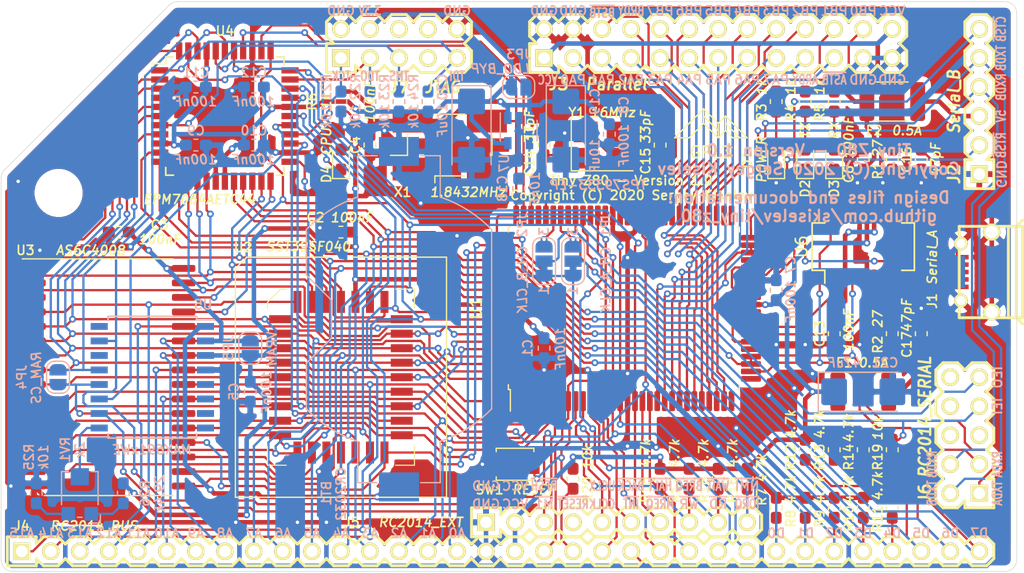
<source format=kicad_pcb>
(kicad_pcb (version 20171130) (host pcbnew "(5.1.0)-1")
  (layers (0 F.Cu signal) (31 B.Cu signal) (34 B.Paste user) (35 F.Paste user) (36 B.SilkS user) (37 F.SilkS user) (38 B.Mask user) (39 F.Mask user) (44 Edge.Cuts user))
  (net 0 "")
  (net 1 /VBAT)
  (net 2 GND)
  (net 3 VCC)
  (net 4 /VRAM)
  (net 5 /XTAL1)
  (net 6 /XTAL2)
  (net 7 "Net-(D1-Pad2)")
  (net 8 "Net-(D2-Pad2)")
  (net 9 /TX_LED)
  (net 10 /RX_LED)
  (net 11 "Net-(D3-Pad2)")
  (net 12 "Net-(J1-Pad4)")
  (net 13 /~RTSB)
  (net 14 /RXDB)
  (net 15 /TXDB)
  (net 16 /~CTSB)
  (net 17 /PA0)
  (net 18 /PA1)
  (net 19 /~BSTB~)
  (net 20 /PA2)
  (net 21 /BRDY)
  (net 22 /PA3)
  (net 23 /PB7)
  (net 24 /PA4)
  (net 25 /PB6)
  (net 26 /PA5)
  (net 27 /PB5)
  (net 28 /PA6)
  (net 29 /PB4)
  (net 30 /PA7)
  (net 31 /PB3)
  (net 32 /ARDY)
  (net 33 /PB2)
  (net 34 /~ASTB~)
  (net 35 /PB1)
  (net 36 /PB0)
  (net 37 /A15)
  (net 38 /A14)
  (net 39 /A13)
  (net 40 /A12)
  (net 41 /A11)
  (net 42 /A10)
  (net 43 /A9)
  (net 44 /A8)
  (net 45 /A7)
  (net 46 /A6)
  (net 47 /A5)
  (net 48 /A4)
  (net 49 /A3)
  (net 50 /A2)
  (net 51 /A1)
  (net 52 /A0)
  (net 53 /~M1)
  (net 54 /~RESET)
  (net 55 /CPU_CLK)
  (net 56 /~INT)
  (net 57 /~MREQ)
  (net 58 /~WR)
  (net 59 /~RD)
  (net 60 /~IORQ)
  (net 61 /D0)
  (net 62 /D1)
  (net 63 /D2)
  (net 64 /D3)
  (net 65 /D4)
  (net 66 /D5)
  (net 67 /D6)
  (net 68 /D7)
  (net 69 /~RFSH)
  (net 70 /CH_A_CLK)
  (net 71 /~BUSACK)
  (net 72 /~HALT)
  (net 73 /~BUSREQ)
  (net 74 /~WAIT)
  (net 75 /~NMI)
  (net 76 /TXDA)
  (net 77 /RXDA)
  (net 78 /USR5)
  (net 79 /USR1)
  (net 80 /USR6)
  (net 81 /IEI)
  (net 82 /USR7)
  (net 83 /IEO)
  (net 84 /CH_A_CLKI)
  (net 85 /CH_B_CLKI)
  (net 86 "Net-(R1-Pad1)")
  (net 87 /MA17)
  (net 88 /MA14)
  (net 89 /MA16)
  (net 90 /MA15)
  (net 91 /MA18)
  (net 92 "Net-(RV1-Pad2)")
  (net 93 "Net-(U1-Pad30)")
  (net 94 "Net-(U1-Pad31)")
  (net 95 "Net-(U1-Pad36)")
  (net 96 /~RTSA)
  (net 97 /~CTSA)
  (net 98 "Net-(U1-Pad40)")
  (net 99 "Net-(U1-Pad42)")
  (net 100 "Net-(U1-Pad43)")
  (net 101 "Net-(U1-Pad51)")
  (net 102 "Net-(U1-Pad52)")
  (net 103 "Net-(U1-Pad70)")
  (net 104 "Net-(U1-Pad73)")
  (net 105 "Net-(U1-Pad76)")
  (net 106 "Net-(U1-Pad77)")
  (net 107 /CTC_CLK)
  (net 108 /~ROM_CS)
  (net 109 /~RAM_CS)
  (net 110 "Net-(U6-Pad5)")
  (net 111 /~RAM_CSI)
  (net 112 "Net-(X1-Pad1)")
  (net 113 +3V3)
  (net 114 /UART_CLK)
  (net 115 /TCK)
  (net 116 /TDO)
  (net 117 /TMS)
  (net 118 /TDI)
  (net 119 /CH_B_CLK)
  (net 120 "Net-(U5-Pad5)")
  (net 121 "Net-(U5-Pad6)")
  (net 122 "Net-(U5-Pad7)")
  (net 123 "Net-(U5-Pad8)")
  (net 124 "Net-(U5-Pad14)")
  (net 125 "Net-(U5-Pad16)")
  (net 126 "Net-(U6-Pad1)")
  (net 127 "Net-(U6-Pad7)")
  (net 128 "Net-(U6-Pad8)")
  (net 129 "Net-(U6-Pad18)")
  (net 130 "Net-(U6-Pad19)")
  (net 131 "Net-(R2-Pad1)")
  (net 132 /VBUS)
  (net 133 /VFTDI)
  (net 134 /WDOG)
  (net 135 /VSER)
  (net 136 /LED_OUT)
  (net 137 "Net-(C16-Pad1)")
  (net 138 "Net-(C17-Pad1)")
  (net 139 "Net-(C18-Pad1)")
  (net 140 "Net-(D4-Pad2)")
  (net 141 "Net-(J5-Pad4)")
  (net 142 "Net-(R25-Pad1)")
  (net 143 "Net-(R26-Pad2)")
  (net 144 "Net-(J7-Pad8)")
  (net 145 "Net-(J7-Pad7)")
  (net 146 "Net-(J7-Pad6)")
  (module Package_SO:SSOP-32_11.305x20.495mm_P1.27mm (layer F.Cu) (at 134.62 111.76)
    (fp_text reference U3 (at -7.3025 -11.1125) (layer F.SilkS) (effects (font (size 0.8 0.8))))
    (fp_text value AS6C4008 (at -1.5875 -11.1125) (layer F.SilkS) (effects (font (size 0.8 0.8) (thickness 0.15) italic)))
    (pad 1 smd roundrect (at -6.55 -9.525) (size 2.05 0.6) (layers F.Cu F.Paste F.Mask) (net 91 /MA18))
    (pad 2 smd roundrect (at -6.55 -8.255) (size 2.05 0.6) (layers F.Cu F.Paste F.Mask) (net 89 /MA16))
    (pad 3 smd roundrect (at -6.55 -6.985) (size 2.05 0.6) (layers F.Cu F.Paste F.Mask) (net 88 /MA14))
    (pad 4 smd roundrect (at -6.55 -5.715) (size 2.05 0.6) (layers F.Cu F.Paste F.Mask) (net 40 /A12))
    (pad 5 smd roundrect (at -6.55 -4.445) (size 2.05 0.6) (layers F.Cu F.Paste F.Mask) (net 45 /A7))
    (pad 6 smd roundrect (at -6.55 -3.175) (size 2.05 0.6) (layers F.Cu F.Paste F.Mask) (net 46 /A6))
    (pad 7 smd roundrect (at -6.55 -1.905) (size 2.05 0.6) (layers F.Cu F.Paste F.Mask) (net 47 /A5))
    (pad 8 smd roundrect (at -6.55 -0.635) (size 2.05 0.6) (layers F.Cu F.Paste F.Mask) (net 48 /A4))
    (pad 9 smd roundrect (at -6.55 0.635) (size 2.05 0.6) (layers F.Cu F.Paste F.Mask) (net 49 /A3))
    (pad 10 smd roundrect (at -6.55 1.905) (size 2.05 0.6) (layers F.Cu F.Paste F.Mask) (net 50 /A2))
    (pad 11 smd roundrect (at -6.55 3.175) (size 2.05 0.6) (layers F.Cu F.Paste F.Mask) (net 51 /A1))
    (pad 12 smd roundrect (at -6.55 4.445) (size 2.05 0.6) (layers F.Cu F.Paste F.Mask) (net 52 /A0))
    (pad 13 smd roundrect (at -6.55 5.715) (size 2.05 0.6) (layers F.Cu F.Paste F.Mask) (net 61 /D0))
    (pad 14 smd roundrect (at -6.55 6.985) (size 2.05 0.6) (layers F.Cu F.Paste F.Mask) (net 62 /D1))
    (pad 15 smd roundrect (at -6.55 8.255) (size 2.05 0.6) (layers F.Cu F.Paste F.Mask) (net 63 /D2))
    (pad 16 smd roundrect (at -6.55 9.525) (size 2.05 0.6) (layers F.Cu F.Paste F.Mask) (net 2 GND))
    (pad 17 smd roundrect (at 6.55 9.525) (size 2.05 0.6) (layers F.Cu F.Paste F.Mask) (net 64 /D3))
    (pad 18 smd roundrect (at 6.55 8.255) (size 2.05 0.6) (layers F.Cu F.Paste F.Mask) (net 65 /D4))
    (pad 19 smd roundrect (at 6.55 6.985) (size 2.05 0.6) (layers F.Cu F.Paste F.Mask) (net 66 /D5))
    (pad 20 smd roundrect (at 6.55 5.715) (size 2.05 0.6) (layers F.Cu F.Paste F.Mask) (net 67 /D6))
    (pad 21 smd roundrect (at 6.55 4.445) (size 2.05 0.6) (layers F.Cu F.Paste F.Mask) (net 68 /D7))
    (pad 22 smd roundrect (at 6.55 3.175) (size 2.05 0.6) (layers F.Cu F.Paste F.Mask) (net 109 /~RAM_CS))
    (pad 23 smd roundrect (at 6.55 1.905) (size 2.05 0.6) (layers F.Cu F.Paste F.Mask) (net 42 /A10))
    (pad 24 smd roundrect (at 6.55 0.635) (size 2.05 0.6) (layers F.Cu F.Paste F.Mask) (net 59 /~RD))
    (pad 25 smd roundrect (at 6.55 -0.635) (size 2.05 0.6) (layers F.Cu F.Paste F.Mask) (net 41 /A11))
    (pad 26 smd roundrect (at 6.55 -1.905) (size 2.05 0.6) (layers F.Cu F.Paste F.Mask) (net 43 /A9))
    (pad 27 smd roundrect (at 6.55 -3.175) (size 2.05 0.6) (layers F.Cu F.Paste F.Mask) (net 44 /A8))
    (pad 28 smd roundrect (at 6.55 -4.445) (size 2.05 0.6) (layers F.Cu F.Paste F.Mask) (net 39 /A13))
    (pad 29 smd roundrect (at 6.55 -5.715) (size 2.05 0.6) (layers F.Cu F.Paste F.Mask) (net 58 /~WR))
    (pad 30 smd roundrect (at 6.55 -6.985) (size 2.05 0.6) (layers F.Cu F.Paste F.Mask) (net 87 /MA17))
    (pad 31 smd roundrect (at 6.55 -8.255) (size 2.05 0.6) (layers F.Cu F.Paste F.Mask) (net 90 /MA15))
    (pad 32 smd roundrect (at 6.55 -9.525) (size 2.05 0.6) (layers F.Cu F.Paste F.Mask) (net 4 /VRAM))
  )
  (module My_Components:PLCC-32_SMD-Socket (layer F.Cu) (at 154.94 111.76)
    (fp_text reference U2 (at -8.5725 -11.36) (layer F.SilkS) (effects (font (size 0.8 0.8))))
    (fp_text value SST39SF040 (at -2.8575 -11.43) (layer F.SilkS) (effects (font (size 0.8 0.8) (thickness 0.15) italic)))
    (pad 21 smd rect (at 5.3225 5.08) (size 1.925 0.7) (layers F.Cu F.Paste F.Mask) (net 68 /D7))
    (pad 22 smd rect (at 5.3225 3.81) (size 1.925 0.7) (layers F.Cu F.Paste F.Mask) (net 108 /~ROM_CS))
    (pad 13 smd rect (at -5.3225 5.08) (size 1.925 0.7) (layers F.Cu F.Paste F.Mask) (net 61 /D0))
    (pad 12 smd rect (at -5.3225 3.81) (size 1.925 0.7) (layers F.Cu F.Paste F.Mask) (net 52 /A0))
    (pad 29 smd rect (at 5.3225 -5.08) (size 1.925 0.7) (layers F.Cu F.Paste F.Mask) (net 88 /MA14))
    (pad 28 smd rect (at 5.3225 -3.81) (size 1.925 0.7) (layers F.Cu F.Paste F.Mask) (net 39 /A13))
    (pad 27 smd rect (at 5.3225 -2.54) (size 1.925 0.7) (layers F.Cu F.Paste F.Mask) (net 44 /A8))
    (pad 26 smd rect (at 5.3225 -1.27) (size 1.925 0.7) (layers F.Cu F.Paste F.Mask) (net 43 /A9))
    (pad 25 smd rect (at 5.3225 0) (size 1.925 0.7) (layers F.Cu F.Paste F.Mask) (net 41 /A11))
    (pad 24 smd rect (at 5.3225 1.27) (size 1.925 0.7) (layers F.Cu F.Paste F.Mask) (net 59 /~RD))
    (pad 23 smd rect (at 5.3225 2.54) (size 1.925 0.7) (layers F.Cu F.Paste F.Mask) (net 42 /A10))
    (pad 20 smd rect (at 3.81 6.5925) (size 0.7 1.925) (layers F.Cu F.Paste F.Mask) (net 67 /D6))
    (pad 19 smd rect (at 2.54 6.5925) (size 0.7 1.925) (layers F.Cu F.Paste F.Mask) (net 66 /D5))
    (pad 18 smd rect (at 1.27 6.5925) (size 0.7 1.925) (layers F.Cu F.Paste F.Mask) (net 65 /D4))
    (pad 17 smd rect (at 0 6.5925) (size 0.7 1.925) (layers F.Cu F.Paste F.Mask) (net 64 /D3))
    (pad 16 smd rect (at -1.27 6.5925) (size 0.7 1.925) (layers F.Cu F.Paste F.Mask) (net 2 GND))
    (pad 15 smd rect (at -2.54 6.5925) (size 0.7 1.925) (layers F.Cu F.Paste F.Mask) (net 63 /D2))
    (pad 14 smd rect (at -3.81 6.5925) (size 0.7 1.925) (layers F.Cu F.Paste F.Mask) (net 62 /D1))
    (pad 11 smd rect (at -5.3225 2.54) (size 1.925 0.7) (layers F.Cu F.Paste F.Mask) (net 51 /A1))
    (pad 10 smd rect (at -5.3225 1.27) (size 1.925 0.7) (layers F.Cu F.Paste F.Mask) (net 50 /A2))
    (pad 9 smd rect (at -5.3225 0) (size 1.925 0.7) (layers F.Cu F.Paste F.Mask) (net 49 /A3))
    (pad 8 smd rect (at -5.3225 -1.27) (size 1.925 0.7) (layers F.Cu F.Paste F.Mask) (net 48 /A4))
    (pad 7 smd rect (at -5.3225 -2.54) (size 1.925 0.7) (layers F.Cu F.Paste F.Mask) (net 47 /A5))
    (pad 6 smd rect (at -5.3225 -3.81) (size 1.925 0.7) (layers F.Cu F.Paste F.Mask) (net 46 /A6))
    (pad 5 smd rect (at -5.3225 -5.08) (size 1.925 0.7) (layers F.Cu F.Paste F.Mask) (net 45 /A7))
    (pad 30 smd rect (at 3.81 -6.5925) (size 0.7 1.925) (layers F.Cu F.Paste F.Mask) (net 87 /MA17))
    (pad 31 smd rect (at 2.54 -6.5925) (size 0.7 1.925) (layers F.Cu F.Paste F.Mask) (net 58 /~WR))
    (pad 32 smd rect (at 1.27 -6.5925) (size 0.7 1.925) (layers F.Cu F.Paste F.Mask) (net 3 VCC))
    (pad 4 smd rect (at -3.81 -6.5925) (size 0.7 1.925) (layers F.Cu F.Paste F.Mask) (net 40 /A12))
    (pad 3 smd rect (at -2.54 -6.5925) (size 0.7 1.925) (layers F.Cu F.Paste F.Mask) (net 90 /MA15))
    (pad 2 smd rect (at -1.27 -6.5925) (size 0.7 1.925) (layers F.Cu F.Paste F.Mask) (net 89 /MA16))
    (pad 1 smd rect (at 0 -6.5925) (size 0.7 1.925) (layers F.Cu F.Paste F.Mask) (net 91 /MA18))
  )
  (module Package_QFP:PQFP-100_14x20mm_P0.65mm (layer F.Cu) (at 179.705 105.7275 90)
    (fp_text reference U1 (at 0 -12.95 90) (layer F.SilkS))
    (fp_text value Z84C15-QFP)
    (pad 1 smd roundrect (at -8.125 -9.425 90) (size 1.75 0.5) (layers F.Cu F.Paste F.Mask) (net 47 /A5))
    (pad 2 smd roundrect (at -8.125 -8.775 90) (size 1.75 0.5) (layers F.Cu F.Paste F.Mask) (net 48 /A4))
    (pad 3 smd roundrect (at -8.125 -8.125 90) (size 1.75 0.5) (layers F.Cu F.Paste F.Mask) (net 49 /A3))
    (pad 4 smd roundrect (at -8.125 -7.475 90) (size 1.75 0.5) (layers F.Cu F.Paste F.Mask) (net 50 /A2))
    (pad 5 smd roundrect (at -8.125 -6.825 90) (size 1.75 0.5) (layers F.Cu F.Paste F.Mask) (net 51 /A1))
    (pad 6 smd roundrect (at -8.125 -6.175 90) (size 1.75 0.5) (layers F.Cu F.Paste F.Mask) (net 52 /A0))
    (pad 7 smd roundrect (at -8.125 -5.525 90) (size 1.75 0.5) (layers F.Cu F.Paste F.Mask) (net 69 /~RFSH))
    (pad 8 smd roundrect (at -8.125 -4.875 90) (size 1.75 0.5) (layers F.Cu F.Paste F.Mask) (net 53 /~M1))
    (pad 9 smd roundrect (at -8.125 -4.225 90) (size 1.75 0.5) (layers F.Cu F.Paste F.Mask) (net 54 /~RESET))
    (pad 10 smd roundrect (at -8.125 -3.575 90) (size 1.75 0.5) (layers F.Cu F.Paste F.Mask) (net 73 /~BUSREQ))
    (pad 11 smd roundrect (at -8.125 -2.925 90) (size 1.75 0.5) (layers F.Cu F.Paste F.Mask) (net 74 /~WAIT))
    (pad 12 smd roundrect (at -8.125 -2.275 90) (size 1.75 0.5) (layers F.Cu F.Paste F.Mask) (net 71 /~BUSACK))
    (pad 13 smd roundrect (at -8.125 -1.625 90) (size 1.75 0.5) (layers F.Cu F.Paste F.Mask) (net 58 /~WR))
    (pad 14 smd roundrect (at -8.125 -0.975 90) (size 1.75 0.5) (layers F.Cu F.Paste F.Mask) (net 59 /~RD))
    (pad 15 smd roundrect (at -8.125 -0.325 90) (size 1.75 0.5) (layers F.Cu F.Paste F.Mask) (net 60 /~IORQ))
    (pad 16 smd roundrect (at -8.125 0.325 90) (size 1.75 0.5) (layers F.Cu F.Paste F.Mask) (net 2 GND))
    (pad 17 smd roundrect (at -8.125 0.975 90) (size 1.75 0.5) (layers F.Cu F.Paste F.Mask) (net 57 /~MREQ))
    (pad 18 smd roundrect (at -8.125 1.625 90) (size 1.75 0.5) (layers F.Cu F.Paste F.Mask) (net 72 /~HALT))
    (pad 19 smd roundrect (at -8.125 2.275 90) (size 1.75 0.5) (layers F.Cu F.Paste F.Mask) (net 56 /~INT))
    (pad 20 smd roundrect (at -8.125 2.925 90) (size 1.75 0.5) (layers F.Cu F.Paste F.Mask) (net 32 /ARDY))
    (pad 21 smd roundrect (at -8.125 3.575 90) (size 1.75 0.5) (layers F.Cu F.Paste F.Mask) (net 34 /~ASTB~))
    (pad 22 smd roundrect (at -8.125 4.225 90) (size 1.75 0.5) (layers F.Cu F.Paste F.Mask) (net 30 /PA7))
    (pad 23 smd roundrect (at -8.125 4.875 90) (size 1.75 0.5) (layers F.Cu F.Paste F.Mask) (net 28 /PA6))
    (pad 24 smd roundrect (at -8.125 5.525 90) (size 1.75 0.5) (layers F.Cu F.Paste F.Mask) (net 26 /PA5))
    (pad 25 smd roundrect (at -8.125 6.175 90) (size 1.75 0.5) (layers F.Cu F.Paste F.Mask) (net 24 /PA4))
    (pad 26 smd roundrect (at -8.125 6.825 90) (size 1.75 0.5) (layers F.Cu F.Paste F.Mask) (net 22 /PA3))
    (pad 27 smd roundrect (at -8.125 7.475 90) (size 1.75 0.5) (layers F.Cu F.Paste F.Mask) (net 20 /PA2))
    (pad 28 smd roundrect (at -8.125 8.125 90) (size 1.75 0.5) (layers F.Cu F.Paste F.Mask) (net 18 /PA1))
    (pad 29 smd roundrect (at -8.125 8.775 90) (size 1.75 0.5) (layers F.Cu F.Paste F.Mask) (net 17 /PA0))
    (pad 30 smd roundrect (at -8.125 9.425 90) (size 1.75 0.5) (layers F.Cu F.Paste F.Mask) (net 93 "Net-(U1-Pad30)"))
    (pad 31 smd roundrect (at -6.175 11.125 90) (size 0.5 1.75) (layers F.Cu F.Paste F.Mask) (net 94 "Net-(U1-Pad31)"))
    (pad 32 smd roundrect (at -5.525 11.125 90) (size 0.5 1.75) (layers F.Cu F.Paste F.Mask) (net 77 /RXDA))
    (pad 33 smd roundrect (at -4.875 11.125 90) (size 0.5 1.75) (layers F.Cu F.Paste F.Mask) (net 70 /CH_A_CLK))
    (pad 34 smd roundrect (at -4.225 11.125 90) (size 0.5 1.75) (layers F.Cu F.Paste F.Mask) (net 70 /CH_A_CLK))
    (pad 35 smd roundrect (at -3.575 11.125 90) (size 0.5 1.75) (layers F.Cu F.Paste F.Mask) (net 76 /TXDA))
    (pad 36 smd roundrect (at -2.925 11.125 90) (size 0.5 1.75) (layers F.Cu F.Paste F.Mask) (net 95 "Net-(U1-Pad36)"))
    (pad 37 smd roundrect (at -2.275 11.125 90) (size 0.5 1.75) (layers F.Cu F.Paste F.Mask) (net 96 /~RTSA))
    (pad 38 smd roundrect (at -1.625 11.125 90) (size 0.5 1.75) (layers F.Cu F.Paste F.Mask) (net 97 /~CTSA))
    (pad 39 smd roundrect (at -0.975 11.125 90) (size 0.5 1.75) (layers F.Cu F.Paste F.Mask) (net 95 "Net-(U1-Pad36)"))
    (pad 40 smd roundrect (at -0.325 11.125 90) (size 0.5 1.75) (layers F.Cu F.Paste F.Mask) (net 98 "Net-(U1-Pad40)"))
    (pad 41 smd roundrect (at 0.325 11.125 90) (size 0.5 1.75) (layers F.Cu F.Paste F.Mask) (net 3 VCC))
    (pad 42 smd roundrect (at 0.975 11.125 90) (size 0.5 1.75) (layers F.Cu F.Paste F.Mask) (net 99 "Net-(U1-Pad42)"))
    (pad 43 smd roundrect (at 1.625 11.125 90) (size 0.5 1.75) (layers F.Cu F.Paste F.Mask) (net 100 "Net-(U1-Pad43)"))
    (pad 44 smd roundrect (at 2.275 11.125 90) (size 0.5 1.75) (layers F.Cu F.Paste F.Mask) (net 16 /~CTSB))
    (pad 45 smd roundrect (at 2.925 11.125 90) (size 0.5 1.75) (layers F.Cu F.Paste F.Mask) (net 13 /~RTSB))
    (pad 46 smd roundrect (at 3.575 11.125 90) (size 0.5 1.75) (layers F.Cu F.Paste F.Mask) (net 100 "Net-(U1-Pad43)"))
    (pad 47 smd roundrect (at 4.225 11.125 90) (size 0.5 1.75) (layers F.Cu F.Paste F.Mask) (net 15 /TXDB))
    (pad 48 smd roundrect (at 4.875 11.125 90) (size 0.5 1.75) (layers F.Cu F.Paste F.Mask) (net 119 /CH_B_CLK))
    (pad 49 smd roundrect (at 5.525 11.125 90) (size 0.5 1.75) (layers F.Cu F.Paste F.Mask) (net 119 /CH_B_CLK))
    (pad 50 smd roundrect (at 6.175 11.125 90) (size 0.5 1.75) (layers F.Cu F.Paste F.Mask) (net 14 /RXDB))
    (pad 51 smd roundrect (at 8.125 9.425 90) (size 1.75 0.5) (layers F.Cu F.Paste F.Mask) (net 101 "Net-(U1-Pad51)"))
    (pad 52 smd roundrect (at 8.125 8.775 90) (size 1.75 0.5) (layers F.Cu F.Paste F.Mask) (net 102 "Net-(U1-Pad52)"))
    (pad 53 smd roundrect (at 8.125 8.125 90) (size 1.75 0.5) (layers F.Cu F.Paste F.Mask) (net 36 /PB0))
    (pad 54 smd roundrect (at 8.125 7.475 90) (size 1.75 0.5) (layers F.Cu F.Paste F.Mask) (net 35 /PB1))
    (pad 55 smd roundrect (at 8.125 6.825 90) (size 1.75 0.5) (layers F.Cu F.Paste F.Mask) (net 33 /PB2))
    (pad 56 smd roundrect (at 8.125 6.175 90) (size 1.75 0.5) (layers F.Cu F.Paste F.Mask) (net 31 /PB3))
    (pad 57 smd roundrect (at 8.125 5.525 90) (size 1.75 0.5) (layers F.Cu F.Paste F.Mask) (net 29 /PB4))
    (pad 58 smd roundrect (at 8.125 4.875 90) (size 1.75 0.5) (layers F.Cu F.Paste F.Mask) (net 27 /PB5))
    (pad 59 smd roundrect (at 8.125 4.225 90) (size 1.75 0.5) (layers F.Cu F.Paste F.Mask) (net 25 /PB6))
    (pad 60 smd roundrect (at 8.125 3.575 90) (size 1.75 0.5) (layers F.Cu F.Paste F.Mask) (net 23 /PB7))
    (pad 61 smd roundrect (at 8.125 2.925 90) (size 1.75 0.5) (layers F.Cu F.Paste F.Mask) (net 19 /~BSTB~))
    (pad 62 smd roundrect (at 8.125 2.275 90) (size 1.75 0.5) (layers F.Cu F.Paste F.Mask) (net 21 /BRDY))
    (pad 63 smd roundrect (at 8.125 1.625 90) (size 1.75 0.5) (layers F.Cu F.Paste F.Mask) (net 75 /~NMI))
    (pad 64 smd roundrect (at 8.125 0.975 90) (size 1.75 0.5) (layers F.Cu F.Paste F.Mask) (net 2 GND))
    (pad 65 smd roundrect (at 8.125 0.325 90) (size 1.75 0.5) (layers F.Cu F.Paste F.Mask) (net 5 /XTAL1))
    (pad 66 smd roundrect (at 8.125 -0.325 90) (size 1.75 0.5) (layers F.Cu F.Paste F.Mask) (net 6 /XTAL2))
    (pad 67 smd roundrect (at 8.125 -0.975 90) (size 1.75 0.5) (layers F.Cu F.Paste F.Mask) (net 2 GND))
    (pad 68 smd roundrect (at 8.125 -1.625 90) (size 1.75 0.5) (layers F.Cu F.Paste F.Mask) (net 55 /CPU_CLK))
    (pad 69 smd roundrect (at 8.125 -2.275 90) (size 1.75 0.5) (layers F.Cu F.Paste F.Mask) (net 55 /CPU_CLK))
    (pad 70 smd roundrect (at 8.125 -2.925 90) (size 1.75 0.5) (layers F.Cu F.Paste F.Mask) (net 103 "Net-(U1-Pad70)"))
    (pad 71 smd roundrect (at 8.125 -3.575 90) (size 1.75 0.5) (layers F.Cu F.Paste F.Mask) (net 83 /IEO))
    (pad 72 smd roundrect (at 8.125 -4.225 90) (size 1.75 0.5) (layers F.Cu F.Paste F.Mask) (net 81 /IEI))
    (pad 73 smd roundrect (at 8.125 -4.875 90) (size 1.75 0.5) (layers F.Cu F.Paste F.Mask) (net 104 "Net-(U1-Pad73)"))
    (pad 74 smd roundrect (at 8.125 -5.525 90) (size 1.75 0.5) (layers F.Cu F.Paste F.Mask) (net 84 /CH_A_CLKI))
    (pad 75 smd roundrect (at 8.125 -6.175 90) (size 1.75 0.5) (layers F.Cu F.Paste F.Mask) (net 85 /CH_B_CLKI))
    (pad 76 smd roundrect (at 8.125 -6.825 90) (size 1.75 0.5) (layers F.Cu F.Paste F.Mask) (net 105 "Net-(U1-Pad76)"))
    (pad 77 smd roundrect (at 8.125 -7.475 90) (size 1.75 0.5) (layers F.Cu F.Paste F.Mask) (net 106 "Net-(U1-Pad77)"))
    (pad 78 smd roundrect (at 8.125 -8.125 90) (size 1.75 0.5) (layers F.Cu F.Paste F.Mask) (net 105 "Net-(U1-Pad76)"))
    (pad 79 smd roundrect (at 8.125 -8.775 90) (size 1.75 0.5) (layers F.Cu F.Paste F.Mask) (net 107 /CTC_CLK))
    (pad 80 smd roundrect (at 8.125 -9.425 90) (size 1.75 0.5) (layers F.Cu F.Paste F.Mask) (net 114 /UART_CLK))
    (pad 81 smd roundrect (at 6.175 -11.125 90) (size 0.5 1.75) (layers F.Cu F.Paste F.Mask) (net 114 /UART_CLK))
    (pad 82 smd roundrect (at 5.525 -11.125 90) (size 0.5 1.75) (layers F.Cu F.Paste F.Mask) (net 68 /D7))
    (pad 83 smd roundrect (at 4.875 -11.125 90) (size 0.5 1.75) (layers F.Cu F.Paste F.Mask) (net 67 /D6))
    (pad 84 smd roundrect (at 4.225 -11.125 90) (size 0.5 1.75) (layers F.Cu F.Paste F.Mask) (net 66 /D5))
    (pad 85 smd roundrect (at 3.575 -11.125 90) (size 0.5 1.75) (layers F.Cu F.Paste F.Mask) (net 65 /D4))
    (pad 86 smd roundrect (at 2.925 -11.125 90) (size 0.5 1.75) (layers F.Cu F.Paste F.Mask) (net 64 /D3))
    (pad 87 smd roundrect (at 2.275 -11.125 90) (size 0.5 1.75) (layers F.Cu F.Paste F.Mask) (net 63 /D2))
    (pad 88 smd roundrect (at 1.625 -11.125 90) (size 0.5 1.75) (layers F.Cu F.Paste F.Mask) (net 62 /D1))
    (pad 89 smd roundrect (at 0.975 -11.125 90) (size 0.5 1.75) (layers F.Cu F.Paste F.Mask) (net 61 /D0))
    (pad 90 smd roundrect (at 0.325 -11.125 90) (size 0.5 1.75) (layers F.Cu F.Paste F.Mask) (net 3 VCC))
    (pad 91 smd roundrect (at -0.325 -11.125 90) (size 0.5 1.75) (layers F.Cu F.Paste F.Mask) (net 37 /A15))
    (pad 92 smd roundrect (at -0.975 -11.125 90) (size 0.5 1.75) (layers F.Cu F.Paste F.Mask) (net 38 /A14))
    (pad 93 smd roundrect (at -1.625 -11.125 90) (size 0.5 1.75) (layers F.Cu F.Paste F.Mask) (net 39 /A13))
    (pad 94 smd roundrect (at -2.275 -11.125 90) (size 0.5 1.75) (layers F.Cu F.Paste F.Mask) (net 40 /A12))
    (pad 95 smd roundrect (at -2.925 -11.125 90) (size 0.5 1.75) (layers F.Cu F.Paste F.Mask) (net 41 /A11))
    (pad 96 smd roundrect (at -3.575 -11.125 90) (size 0.5 1.75) (layers F.Cu F.Paste F.Mask) (net 42 /A10))
    (pad 97 smd roundrect (at -4.225 -11.125 90) (size 0.5 1.75) (layers F.Cu F.Paste F.Mask) (net 43 /A9))
    (pad 98 smd roundrect (at -4.875 -11.125 90) (size 0.5 1.75) (layers F.Cu F.Paste F.Mask) (net 44 /A8))
    (pad 99 smd roundrect (at -5.525 -11.125 90) (size 0.5 1.75) (layers F.Cu F.Paste F.Mask) (net 45 /A7))
    (pad 100 smd roundrect (at -6.175 -11.125 90) (size 0.5 1.75) (layers F.Cu F.Paste F.Mask) (net 46 /A6))
  )
  (module Battery:BatteryHolder_Keystone_1058_1x2032 (layer B.Cu) (at 160.02 106.68 90)
    (fp_text reference BT1 (at -15.24 -6.35 90) (layer B.SilkS) (effects (font (size 0.8 0.8)) (justify mirror)))
    (fp_text value CR2032 (at -15.24 -5.08 90) (layer B.SilkS) (effects (font (size 0.8 0.8) (thickness 0.15) italic) (justify mirror)))
    (pad 1 smd rect (at -14.68 0 90) (size 2.54 3.51) (layers B.Cu B.Paste B.Mask) (net 1 /VBAT))
    (pad 2 smd rect (at 14.68 0 90) (size 2.54 3.51) (layers B.Cu B.Paste B.Mask) (net 2 GND))
  )
  (module Package_QFP:TQFP-44_10x10mm_P0.8mm (layer F.Cu) (at 144.78 88.9)
    (fp_text reference U4 (at 0 -7.45) (layer F.SilkS) (effects (font (size 0.8 0.8))))
    (fp_text value EPM7064AETC44 (at -2.2225 7.3025) (layer F.SilkS) (effects (font (size 0.8 0.8) (thickness 0.15) italic)))
    (pad 1 smd rect (at -5.7 -4) (size 1.5 0.55) (layers F.Cu F.Paste F.Mask) (net 118 /TDI))
    (pad 2 smd rect (at -5.7 -3.2) (size 1.5 0.55) (layers F.Cu F.Paste F.Mask) (net 49 /A3))
    (pad 3 smd rect (at -5.7 -2.4) (size 1.5 0.55) (layers F.Cu F.Paste F.Mask) (net 48 /A4))
    (pad 4 smd rect (at -5.7 -1.6) (size 1.5 0.55) (layers F.Cu F.Paste F.Mask) (net 2 GND))
    (pad 5 smd rect (at -5.7 -0.8) (size 1.5 0.55) (layers F.Cu F.Paste F.Mask) (net 47 /A5))
    (pad 6 smd rect (at -5.7 0) (size 1.5 0.55) (layers F.Cu F.Paste F.Mask) (net 46 /A6))
    (pad 7 smd rect (at -5.7 0.8) (size 1.5 0.55) (layers F.Cu F.Paste F.Mask) (net 117 /TMS))
    (pad 8 smd rect (at -5.7 1.6) (size 1.5 0.55) (layers F.Cu F.Paste F.Mask) (net 45 /A7))
    (pad 9 smd rect (at -5.7 2.4) (size 1.5 0.55) (layers F.Cu F.Paste F.Mask) (net 113 +3V3))
    (pad 10 smd rect (at -5.7 3.2) (size 1.5 0.55) (layers F.Cu F.Paste F.Mask) (net 61 /D0))
    (pad 11 smd rect (at -5.7 4) (size 1.5 0.55) (layers F.Cu F.Paste F.Mask) (net 62 /D1))
    (pad 12 smd rect (at -4 5.7 90) (size 1.5 0.55) (layers F.Cu F.Paste F.Mask) (net 63 /D2))
    (pad 13 smd rect (at -3.2 5.7 90) (size 1.5 0.55) (layers F.Cu F.Paste F.Mask) (net 88 /MA14))
    (pad 14 smd rect (at -2.4 5.7 90) (size 1.5 0.55) (layers F.Cu F.Paste F.Mask) (net 90 /MA15))
    (pad 15 smd rect (at -1.6 5.7 90) (size 1.5 0.55) (layers F.Cu F.Paste F.Mask) (net 89 /MA16))
    (pad 16 smd rect (at -0.8 5.7 90) (size 1.5 0.55) (layers F.Cu F.Paste F.Mask) (net 2 GND))
    (pad 17 smd rect (at 0 5.7 90) (size 1.5 0.55) (layers F.Cu F.Paste F.Mask) (net 113 +3V3))
    (pad 18 smd rect (at 0.8 5.7 90) (size 1.5 0.55) (layers F.Cu F.Paste F.Mask) (net 64 /D3))
    (pad 19 smd rect (at 1.6 5.7 90) (size 1.5 0.55) (layers F.Cu F.Paste F.Mask) (net 65 /D4))
    (pad 20 smd rect (at 2.4 5.7 90) (size 1.5 0.55) (layers F.Cu F.Paste F.Mask) (net 66 /D5))
    (pad 21 smd rect (at 3.2 5.7 90) (size 1.5 0.55) (layers F.Cu F.Paste F.Mask) (net 87 /MA17))
    (pad 22 smd rect (at 4 5.7 90) (size 1.5 0.55) (layers F.Cu F.Paste F.Mask) (net 91 /MA18))
    (pad 23 smd rect (at 5.7 4) (size 1.5 0.55) (layers F.Cu F.Paste F.Mask) (net 52 /A0))
    (pad 24 smd rect (at 5.7 3.2) (size 1.5 0.55) (layers F.Cu F.Paste F.Mask) (net 2 GND))
    (pad 25 smd rect (at 5.7 2.4) (size 1.5 0.55) (layers F.Cu F.Paste F.Mask) (net 51 /A1))
    (pad 26 smd rect (at 5.7 1.6) (size 1.5 0.55) (layers F.Cu F.Paste F.Mask) (net 115 /TCK))
    (pad 27 smd rect (at 5.7 0.8) (size 1.5 0.55) (layers F.Cu F.Paste F.Mask) (net 134 /WDOG))
    (pad 28 smd rect (at 5.7 0) (size 1.5 0.55) (layers F.Cu F.Paste F.Mask) (net 37 /A15))
    (pad 29 smd rect (at 5.7 -0.8) (size 1.5 0.55) (layers F.Cu F.Paste F.Mask) (net 113 +3V3))
    (pad 30 smd rect (at 5.7 -1.6) (size 1.5 0.55) (layers F.Cu F.Paste F.Mask) (net 136 /LED_OUT))
    (pad 31 smd rect (at 5.7 -2.4) (size 1.5 0.55) (layers F.Cu F.Paste F.Mask) (net 38 /A14))
    (pad 32 smd rect (at 5.7 -3.2) (size 1.5 0.55) (layers F.Cu F.Paste F.Mask) (net 116 /TDO))
    (pad 33 smd rect (at 5.7 -4) (size 1.5 0.55) (layers F.Cu F.Paste F.Mask) (net 60 /~IORQ))
    (pad 34 smd rect (at 4 -5.7 90) (size 1.5 0.55) (layers F.Cu F.Paste F.Mask) (net 58 /~WR))
    (pad 35 smd rect (at 3.2 -5.7 90) (size 1.5 0.55) (layers F.Cu F.Paste F.Mask) (net 107 /CTC_CLK))
    (pad 36 smd rect (at 2.4 -5.7 90) (size 1.5 0.55) (layers F.Cu F.Paste F.Mask) (net 2 GND))
    (pad 37 smd rect (at 1.6 -5.7 90) (size 1.5 0.55) (layers F.Cu F.Paste F.Mask) (net 114 /UART_CLK))
    (pad 38 smd rect (at 0.8 -5.7 90) (size 1.5 0.55) (layers F.Cu F.Paste F.Mask) (net 53 /~M1))
    (pad 39 smd rect (at 0 -5.7 90) (size 1.5 0.55) (layers F.Cu F.Paste F.Mask) (net 54 /~RESET))
    (pad 40 smd rect (at -0.8 -5.7 90) (size 1.5 0.55) (layers F.Cu F.Paste F.Mask) (net 57 /~MREQ))
    (pad 41 smd rect (at -1.6 -5.7 90) (size 1.5 0.55) (layers F.Cu F.Paste F.Mask) (net 113 +3V3))
    (pad 42 smd rect (at -2.4 -5.7 90) (size 1.5 0.55) (layers F.Cu F.Paste F.Mask) (net 111 /~RAM_CSI))
    (pad 43 smd rect (at -3.2 -5.7 90) (size 1.5 0.55) (layers F.Cu F.Paste F.Mask) (net 108 /~ROM_CS))
    (pad 44 smd rect (at -4 -5.7 90) (size 1.5 0.55) (layers F.Cu F.Paste F.Mask) (net 50 /A2))
  )
  (module Capacitor_Tantalum_SMD:CP_EIA-6032-28_Kemet-C_Pad2.25x2.35mm_HandSolder (layer B.Cu) (at 200.66 113.03)
    (fp_text reference C21 (at 1.905 -2.54) (layer B.SilkS) (effects (font (size 0.8 0.8)) (justify mirror)))
    (fp_text value 47uF (at -1.5875 -2.54) (layer B.SilkS) (effects (font (size 0.8 0.8) (thickness 0.15) italic) (justify mirror)))
    (pad 1 smd roundrect (at -2.55 0) (size 2.25 2.35) (layers B.Cu B.Paste B.Mask) (roundrect_rratio 0.111111) (net 3 VCC))
    (pad 2 smd roundrect (at 2.55 0) (size 2.25 2.35) (layers B.Cu B.Paste B.Mask) (roundrect_rratio 0.111111) (net 2 GND))
  )
  (module My_Components:Conn_Micro_USB_B (layer F.Cu) (at 213.36 102.5525 90)
    (fp_text reference J1 (at -2.54 -6.6675 90) (layer F.SilkS) (effects (font (size 0.8 0.8))))
    (fp_text value Serial_A (at 1.27 -6.6675 90) (layer F.SilkS) (effects (font (size 0.8 0.8) (thickness 0.15) italic)))
    (pad 5 smd rect (at 1.3 -4.4 90) (size 0.395 1.85) (layers F.Cu F.Paste F.Mask) (net 2 GND))
    (pad 4 smd rect (at 0.65 -4.4 90) (size 0.395 1.85) (layers F.Cu F.Paste F.Mask) (net 12 "Net-(J1-Pad4)"))
    (pad 1 smd rect (at -1.3 -4.4 90) (size 0.395 1.85) (layers F.Cu F.Paste F.Mask) (net 132 /VBUS))
    (pad 2 smd rect (at -0.65 -4.4 90) (size 0.395 1.85) (layers F.Cu F.Paste F.Mask) (net 138 "Net-(C17-Pad1)"))
    (pad 3 smd rect (at 0 -4.4 90) (size 0.395 1.85) (layers F.Cu F.Paste F.Mask) (net 137 "Net-(C16-Pad1)"))
    (pad 6 thru_hole circle (at 2.5 -4.15 90) (size 1.2 1.2) (drill 0.8) (layers *.Cu *.Mask F.SilkS) (net 2 GND))
    (pad 6 thru_hole circle (at -2.5 -4.15 90) (size 1.2 1.2) (drill 0.8) (layers *.Cu *.Mask F.SilkS) (net 2 GND))
    (pad 6 thru_hole circle (at 3.5 -1.45 90) (size 1.5 1.5) (drill 1.1) (layers *.Cu *.Mask F.SilkS) (net 2 GND))
    (pad 6 thru_hole circle (at -3.5 -1.45 90) (size 1.5 1.5) (drill 1.1) (layers *.Cu *.Mask F.SilkS) (net 2 GND))
  )
  (module My_Components:Conn_Pin_Header_5x2_2.54mm (layer F.Cu) (at 209.55 116.84 90)
    (fp_text reference J6 (at -5.08 -3.4925 90) (layer F.SilkS) (effects (font (size 1.016 1.016) (thickness 0.2032))))
    (fp_text value RC2014_SERIAL (at 1.5875 -3.4925 90) (layer F.SilkS) (effects (font (size 1.016 0.9144) (thickness 0.2032) italic)))
    (pad 1 thru_hole rect (at -5.08 1.27 90) (size 1.524 1.524) (drill 1.016) (layers *.Cu *.Mask F.SilkS) (net 76 /TXDA))
    (pad 2 thru_hole circle (at -5.08 -1.27 90) (size 1.524 1.524) (drill 1.016) (layers *.Cu *.Mask F.SilkS) (net 15 /TXDB))
    (pad 3 thru_hole circle (at -2.54 1.27 90) (size 1.524 1.524) (drill 1.016) (layers *.Cu *.Mask F.SilkS) (net 77 /RXDA))
    (pad 4 thru_hole circle (at -2.54 -1.27 90) (size 1.524 1.524) (drill 1.016) (layers *.Cu *.Mask F.SilkS) (net 14 /RXDB))
    (pad 5 thru_hole circle (at 0 1.27 90) (size 1.524 1.524) (drill 1.016) (layers *.Cu *.Mask F.SilkS) (net 79 /USR1))
    (pad 6 thru_hole circle (at 0 -1.27 90) (size 1.524 1.524) (drill 1.016) (layers *.Cu *.Mask F.SilkS) (net 78 /USR5))
    (pad 7 thru_hole circle (at 2.54 1.27 90) (size 1.524 1.524) (drill 1.016) (layers *.Cu *.Mask F.SilkS) (net 81 /IEI))
    (pad 8 thru_hole circle (at 2.54 -1.27 90) (size 1.524 1.524) (drill 1.016) (layers *.Cu *.Mask F.SilkS) (net 80 /USR6))
    (pad 9 thru_hole circle (at 5.08 1.27 90) (size 1.524 1.524) (drill 1.016) (layers *.Cu *.Mask F.SilkS) (net 83 /IEO))
    (pad 10 thru_hole circle (at 5.08 -1.27 90) (size 1.524 1.524) (drill 1.016) (layers *.Cu *.Mask F.SilkS) (net 82 /USR7))
  )
  (module Capacitor_SMD:C_0603_1608Metric_Pad1.05x0.95mm_HandSolder (layer B.Cu) (at 172.72 109.22 270)
    (fp_text reference C1 (at 0 1.43 270) (layer B.SilkS) (effects (font (size 0.8 0.8)) (justify mirror)))
    (fp_text value 100nF (at 0 -1.43 270) (layer B.SilkS) (effects (font (size 0.8 0.8) (thickness 0.15) italic) (justify mirror)))
    (pad 1 smd roundrect (at -0.875 0 270) (size 1.05 0.95) (layers B.Cu B.Paste B.Mask) (net 3 VCC))
    (pad 2 smd roundrect (at 0.875 0 270) (size 1.05 0.95) (layers B.Cu B.Paste B.Mask) (net 2 GND))
  )
  (module Capacitor_SMD:C_0603_1608Metric_Pad1.05x0.95mm_HandSolder (layer F.Cu) (at 154.94 99.06 180)
    (fp_text reference C2 (at 2.2225 1.27 180) (layer F.SilkS) (effects (font (size 0.8 0.8))))
    (fp_text value 100nF (at -0.9525 1.27 180) (layer F.SilkS) (effects (font (size 0.8 0.8) (thickness 0.15) italic)))
    (pad 1 smd roundrect (at -0.875 0 180) (size 1.05 0.95) (layers F.Cu F.Paste F.Mask) (net 3 VCC))
    (pad 2 smd roundrect (at 0.875 0 180) (size 1.05 0.95) (layers F.Cu F.Paste F.Mask) (net 2 GND))
  )
  (module Capacitor_SMD:C_0603_1608Metric_Pad1.05x0.95mm_HandSolder (layer F.Cu) (at 135.495 99.06)
    (fp_text reference C3 (at 3.57 -0.635) (layer F.SilkS) (effects (font (size 0.8 0.8))))
    (fp_text value 100nF (at 3.57 0.635) (layer F.SilkS) (effects (font (size 0.8 0.8) (thickness 0.15) italic)))
    (pad 2 smd roundrect (at 0.875 0) (size 1.05 0.95) (layers F.Cu F.Paste F.Mask) (net 4 /VRAM))
    (pad 1 smd roundrect (at -0.875 0) (size 1.05 0.95) (layers F.Cu F.Paste F.Mask) (net 2 GND))
  )
  (module Capacitor_SMD:C_0603_1608Metric_Pad1.05x0.95mm_HandSolder (layer F.Cu) (at 200.66 92.71 90)
    (fp_text reference C6 (at -1.27 -1.27 90) (layer F.SilkS) (effects (font (size 0.8 0.8))))
    (fp_text value 100nF (at 1.905 -1.27 90) (layer F.SilkS) (effects (font (size 0.8 0.8) (thickness 0.15) italic)))
    (pad 2 smd roundrect (at 0.875 0 90) (size 1.05 0.95) (layers F.Cu F.Paste F.Mask) (net 2 GND))
    (pad 1 smd roundrect (at -0.875 0 90) (size 1.05 0.95) (layers F.Cu F.Paste F.Mask) (net 3 VCC))
  )
  (module Capacitor_SMD:C_0603_1608Metric_Pad1.05x0.95mm_HandSolder (layer B.Cu) (at 193.04 104.14 90)
    (fp_text reference C7 (at 2.2225 1.27 90) (layer B.SilkS) (effects (font (size 0.8 0.8)) (justify mirror)))
    (fp_text value 100nF (at -0.9525 1.27 90) (layer B.SilkS) (effects (font (size 0.8 0.8) (thickness 0.15) italic) (justify mirror)))
    (pad 1 smd roundrect (at -0.875 0 90) (size 1.05 0.95) (layers B.Cu B.Paste B.Mask) (net 3 VCC))
    (pad 2 smd roundrect (at 0.875 0 90) (size 1.05 0.95) (layers B.Cu B.Paste B.Mask) (net 2 GND))
  )
  (module Capacitor_SMD:C_0603_1608Metric_Pad1.05x0.95mm_HandSolder (layer B.Cu) (at 178.435 90.4875 270)
    (fp_text reference C8 (at -2.54 -1.27 270) (layer B.SilkS) (effects (font (size 0.8 0.8)) (justify mirror)))
    (fp_text value 100nF (at 0.9525 -1.27 270) (layer B.SilkS) (effects (font (size 0.8 0.8) (thickness 0.15) italic) (justify mirror)))
    (pad 2 smd roundrect (at 0.875 0 270) (size 1.05 0.95) (layers B.Cu B.Paste B.Mask) (net 2 GND))
    (pad 1 smd roundrect (at -0.875 0 270) (size 1.05 0.95) (layers B.Cu B.Paste B.Mask) (net 3 VCC))
  )
  (module Capacitor_SMD:C_0603_1608Metric_Pad1.05x0.95mm_HandSolder (layer F.Cu) (at 198.12 107.95 270)
    (fp_text reference C13 (at 0 1.27 270) (layer F.SilkS) (effects (font (size 0.8 0.8))))
    (fp_text value 100nF (at -0.3175 -1.27 270) (layer F.SilkS) (effects (font (size 0.8 0.8) (thickness 0.15) italic)))
    (pad 2 smd roundrect (at 0.875 0 270) (size 1.05 0.95) (layers F.Cu F.Paste F.Mask) (net 2 GND))
    (pad 1 smd roundrect (at -0.875 0 270) (size 1.05 0.95) (layers F.Cu F.Paste F.Mask) (net 133 /VFTDI))
  )
  (module Capacitor_SMD:C_0603_1608Metric_Pad1.05x0.95mm_HandSolder (layer F.Cu) (at 182.88 91.44 90)
    (fp_text reference C15 (at -1.397 -1.27 90) (layer F.SilkS) (effects (font (size 0.8 0.8))))
    (fp_text value 33pF (at 1.5875 -1.27 90) (layer F.SilkS) (effects (font (size 0.8 0.8) (thickness 0.15) italic)))
    (pad 2 smd roundrect (at 0.875 0 90) (size 1.05 0.95) (layers F.Cu F.Paste F.Mask) (net 2 GND))
    (pad 1 smd roundrect (at -0.875 0 90) (size 1.05 0.95) (layers F.Cu F.Paste F.Mask) (net 5 /XTAL1))
  )
  (module Capacitor_SMD:C_0603_1608Metric_Pad1.05x0.95mm_HandSolder (layer F.Cu) (at 172.72 91.44 90)
    (fp_text reference C14 (at -1.5875 -1.27 90) (layer F.SilkS) (effects (font (size 0.8 0.8))))
    (fp_text value 33pF (at 1.5875 -1.27 90) (layer F.SilkS) (effects (font (size 0.8 0.8) (thickness 0.15) italic)))
    (pad 1 smd roundrect (at -0.875 0 90) (size 1.05 0.95) (layers F.Cu F.Paste F.Mask) (net 6 /XTAL2))
    (pad 2 smd roundrect (at 0.875 0 90) (size 1.05 0.95) (layers F.Cu F.Paste F.Mask) (net 2 GND))
  )
  (module Capacitor_SMD:C_0603_1608Metric_Pad1.05x0.95mm_HandSolder (layer F.Cu) (at 205.74 92.71 270)
    (fp_text reference C16 (at 0 1.27 270) (layer F.SilkS) (effects (font (size 0.8 0.8))))
    (fp_text value 47pF (at 0 -1.27 270) (layer F.SilkS) (effects (font (size 0.8 0.8) (thickness 0.15) italic)))
    (pad 2 smd roundrect (at 0.875 0 270) (size 1.05 0.95) (layers F.Cu F.Paste F.Mask) (net 2 GND))
    (pad 1 smd roundrect (at -0.875 0 270) (size 1.05 0.95) (layers F.Cu F.Paste F.Mask) (net 137 "Net-(C16-Pad1)"))
  )
  (module Capacitor_SMD:C_0603_1608Metric_Pad1.05x0.95mm_HandSolder (layer F.Cu) (at 205.74 107.95 90)
    (fp_text reference C17 (at -0.9525 -1.27 90) (layer F.SilkS) (effects (font (size 0.8 0.8))))
    (fp_text value 47pF (at 1.5875 -1.27 90) (layer F.SilkS) (effects (font (size 0.8 0.8) (thickness 0.15) italic)))
    (pad 1 smd roundrect (at -0.875 0 90) (size 1.05 0.95) (layers F.Cu F.Paste F.Mask) (net 138 "Net-(C17-Pad1)"))
    (pad 2 smd roundrect (at 0.875 0 90) (size 1.05 0.95) (layers F.Cu F.Paste F.Mask) (net 2 GND))
  )
  (module LED_SMD:LED_0603_1608Metric_Pad1.05x0.95mm_HandSolder (layer F.Cu) (at 193.04 92.71 90)
    (fp_text reference D1 (at 0 -2.54 90) (layer F.SilkS) (effects (font (size 0.8 0.8))))
    (fp_text value POWER (at 0 -1.27 90) (layer F.SilkS) (effects (font (size 0.8 0.8) (thickness 0.15) italic)))
    (pad 1 smd roundrect (at -0.875 0 90) (size 1.05 0.95) (layers F.Cu F.Paste F.Mask) (net 2 GND))
    (pad 2 smd roundrect (at 0.875 0 90) (size 1.05 0.95) (layers F.Cu F.Paste F.Mask) (net 7 "Net-(D1-Pad2)"))
  )
  (module LED_SMD:LED_0603_1608Metric_Pad1.05x0.95mm_HandSolder (layer F.Cu) (at 195.58 92.71 90)
    (fp_text reference D2 (at -2.54 0 90) (layer F.SilkS) (effects (font (size 0.8 0.8))))
    (fp_text value TX (at 2.54 0 90) (layer F.SilkS) (effects (font (size 0.8 0.8) (thickness 0.15) italic)))
    (pad 2 smd roundrect (at 0.875 0 90) (size 1.05 0.95) (layers F.Cu F.Paste F.Mask) (net 8 "Net-(D2-Pad2)"))
    (pad 1 smd roundrect (at -0.875 0 90) (size 1.05 0.95) (layers F.Cu F.Paste F.Mask) (net 9 /TX_LED))
  )
  (module LED_SMD:LED_0603_1608Metric_Pad1.05x0.95mm_HandSolder (layer F.Cu) (at 198.12 92.71 90)
    (fp_text reference D3 (at -2.54 0 90) (layer F.SilkS) (effects (font (size 0.8 0.8))))
    (fp_text value RX (at 2.54 0 90) (layer F.SilkS) (effects (font (size 0.8 0.8) (thickness 0.15) italic)))
    (pad 1 smd roundrect (at -0.875 0 90) (size 1.05 0.95) (layers F.Cu F.Paste F.Mask) (net 10 /RX_LED))
    (pad 2 smd roundrect (at 0.875 0 90) (size 1.05 0.95) (layers F.Cu F.Paste F.Mask) (net 11 "Net-(D3-Pad2)"))
  )
  (module Fuse:Fuse_1812_4532Metric_Pad1.30x3.40mm_HandSolder (layer F.Cu) (at 200.66 113.03)
    (fp_text reference F1 (at -1.651 -2.54) (layer F.SilkS) (effects (font (size 0.8 0.8))))
    (fp_text value 0.5A (at 0.889 -2.54) (layer F.SilkS) (effects (font (size 0.8 0.8) (thickness 0.15) italic)))
    (pad 2 smd roundrect (at 2.225 0) (size 1.3 3.4) (layers F.Cu F.Paste F.Mask) (roundrect_rratio 0.192308) (net 132 /VBUS))
    (pad 1 smd roundrect (at -2.225 0) (size 1.3 3.4) (layers F.Cu F.Paste F.Mask) (roundrect_rratio 0.192308) (net 3 VCC))
  )
  (module Fuse:Fuse_1812_4532Metric_Pad1.30x3.40mm_HandSolder (layer F.Cu) (at 203.2 87.63)
    (fp_text reference F2 (at -1.5875 2.54) (layer F.SilkS) (effects (font (size 0.8 0.8))))
    (fp_text value 0.5A (at 1.27 2.54) (layer F.SilkS) (effects (font (size 0.8 0.8) (thickness 0.15) italic)))
    (pad 1 smd roundrect (at -2.225 0) (size 1.3 3.4) (layers F.Cu F.Paste F.Mask) (roundrect_rratio 0.192308) (net 3 VCC))
    (pad 2 smd roundrect (at 2.225 0) (size 1.3 3.4) (layers F.Cu F.Paste F.Mask) (roundrect_rratio 0.192308) (net 135 /VSER))
  )
  (module Resistor_SMD:R_0603_1608Metric_Pad1.05x0.95mm_HandSolder (layer B.Cu) (at 128.27 121.92 90)
    (fp_text reference R25 (at 3.175 -0.635 90) (layer B.SilkS) (effects (font (size 0.8 0.8)) (justify mirror)))
    (fp_text value 10k (at 3.175 0.635 90) (layer B.SilkS) (effects (font (size 0.8 0.8) (thickness 0.15) italic) (justify mirror)))
    (pad 1 smd roundrect (at -0.875 0 90) (size 1.05 0.95) (layers B.Cu B.Paste B.Mask) (net 142 "Net-(R25-Pad1)"))
    (pad 2 smd roundrect (at 0.875 0 90) (size 1.05 0.95) (layers B.Cu B.Paste B.Mask) (net 2 GND))
  )
  (module Resistor_SMD:R_0603_1608Metric_Pad1.05x0.95mm_HandSolder (layer B.Cu) (at 135.89 121.92 270)
    (fp_text reference R26 (at 0 -1.905 270) (layer B.SilkS) (effects (font (size 0.8 0.8)) (justify mirror)))
    (fp_text value 29.4k (at 0 -3.175 270) (layer B.SilkS) (effects (font (size 0.8 0.8) (thickness 0.15) italic) (justify mirror)))
    (pad 2 smd roundrect (at 0.875 0 270) (size 1.05 0.95) (layers B.Cu B.Paste B.Mask) (net 143 "Net-(R26-Pad2)"))
    (pad 1 smd roundrect (at -0.875 0 270) (size 1.05 0.95) (layers B.Cu B.Paste B.Mask) (net 3 VCC))
  )
  (module Potentiometer_SMD:Potentiometer_Bourns_TC33X_Vertical (layer B.Cu) (at 132.08 121.92 90)
    (fp_text reference RV1 (at 3.81 -1.27 90) (layer B.SilkS) (effects (font (size 0.8 0.8)) (justify mirror)))
    (fp_text value 2k (at 3.81 0 90) (layer B.SilkS) (effects (font (size 0.8 0.8) (thickness 0.15) italic) (justify mirror)))
    (pad 1 smd rect (at -1.8 1 90) (size 1.2 1.2) (layers B.Cu B.Paste B.Mask) (net 143 "Net-(R26-Pad2)"))
    (pad 3 smd rect (at -1.8 -1 90) (size 1.2 1.2) (layers B.Cu B.Paste B.Mask) (net 142 "Net-(R25-Pad1)"))
    (pad 2 smd rect (at 1.45 0 90) (size 1.5 1.6) (layers B.Cu B.Paste B.Mask) (net 92 "Net-(RV1-Pad2)"))
  )
  (module Package_SO:SOIC-16W_7.5x10.3mm_P1.27mm (layer B.Cu) (at 138.43 111.76 180)
    (fp_text reference U5 (at -4.445 6.35 180) (layer B.SilkS) (effects (font (size 0.8 0.8)) (justify mirror)))
    (fp_text value MAX691xWE (at 0 -6.35 180) (layer B.SilkS) (effects (font (size 0.8 0.8) (thickness 0.15) italic) (justify mirror)))
    (pad 1 smd rect (at -4.65 4.445 180) (size 1.5 0.6) (layers B.Cu B.Paste B.Mask) (net 1 /VBAT))
    (pad 2 smd rect (at -4.65 3.175 180) (size 1.5 0.6) (layers B.Cu B.Paste B.Mask) (net 4 /VRAM))
    (pad 3 smd rect (at -4.65 1.905 180) (size 1.5 0.6) (layers B.Cu B.Paste B.Mask) (net 3 VCC))
    (pad 4 smd rect (at -4.65 0.635 180) (size 1.5 0.6) (layers B.Cu B.Paste B.Mask) (net 2 GND))
    (pad 5 smd rect (at -4.65 -0.635 180) (size 1.5 0.6) (layers B.Cu B.Paste B.Mask) (net 120 "Net-(U5-Pad5)"))
    (pad 6 smd rect (at -4.65 -1.905 180) (size 1.5 0.6) (layers B.Cu B.Paste B.Mask) (net 121 "Net-(U5-Pad6)"))
    (pad 7 smd rect (at -4.65 -3.175 180) (size 1.5 0.6) (layers B.Cu B.Paste B.Mask) (net 122 "Net-(U5-Pad7)"))
    (pad 8 smd rect (at -4.65 -4.445 180) (size 1.5 0.6) (layers B.Cu B.Paste B.Mask) (net 123 "Net-(U5-Pad8)"))
    (pad 9 smd rect (at 4.65 -4.445 180) (size 1.5 0.6) (layers B.Cu B.Paste B.Mask) (net 92 "Net-(RV1-Pad2)"))
    (pad 10 smd rect (at 4.65 -3.175 180) (size 1.5 0.6) (layers B.Cu B.Paste B.Mask) (net 75 /~NMI))
    (pad 11 smd rect (at 4.65 -1.905 180) (size 1.5 0.6) (layers B.Cu B.Paste B.Mask) (net 134 /WDOG))
    (pad 12 smd rect (at 4.65 -0.635 180) (size 1.5 0.6) (layers B.Cu B.Paste B.Mask) (net 109 /~RAM_CS))
    (pad 13 smd rect (at 4.65 0.635 180) (size 1.5 0.6) (layers B.Cu B.Paste B.Mask) (net 111 /~RAM_CSI))
    (pad 14 smd rect (at 4.65 1.905 180) (size 1.5 0.6) (layers B.Cu B.Paste B.Mask) (net 124 "Net-(U5-Pad14)"))
    (pad 15 smd rect (at 4.65 3.175 180) (size 1.5 0.6) (layers B.Cu B.Paste B.Mask) (net 54 /~RESET))
    (pad 16 smd rect (at 4.65 4.445 180) (size 1.5 0.6) (layers B.Cu B.Paste B.Mask) (net 125 "Net-(U5-Pad16)"))
  )
  (module Package_SO:SSOP-20_3.9x8.7mm_P0.635mm (layer F.Cu) (at 200.66 100.33 90)
    (fp_text reference U6 (at 0 -5.4 90) (layer F.SilkS))
    (fp_text value FT231XS)
    (pad 1 smd rect (at -2.6 -2.8575 90) (size 1.2 0.4) (layers F.Cu F.Paste F.Mask) (net 126 "Net-(U6-Pad1)"))
    (pad 2 smd rect (at -2.6 -2.2225 90) (size 1.2 0.4) (layers F.Cu F.Paste F.Mask) (net 97 /~CTSA))
    (pad 3 smd rect (at -2.6 -1.5875 90) (size 1.2 0.4) (layers F.Cu F.Paste F.Mask) (net 133 /VFTDI))
    (pad 4 smd rect (at -2.6 -0.9525 90) (size 1.2 0.4) (layers F.Cu F.Paste F.Mask) (net 76 /TXDA))
    (pad 5 smd rect (at -2.6 -0.3175 90) (size 1.2 0.4) (layers F.Cu F.Paste F.Mask) (net 110 "Net-(U6-Pad5)"))
    (pad 6 smd rect (at -2.6 0.3175 90) (size 1.2 0.4) (layers F.Cu F.Paste F.Mask) (net 2 GND))
    (pad 7 smd rect (at -2.6 0.9525 90) (size 1.2 0.4) (layers F.Cu F.Paste F.Mask) (net 127 "Net-(U6-Pad7)"))
    (pad 8 smd rect (at -2.6 1.5875 90) (size 1.2 0.4) (layers F.Cu F.Paste F.Mask) (net 128 "Net-(U6-Pad8)"))
    (pad 9 smd rect (at -2.6 2.2225 90) (size 1.2 0.4) (layers F.Cu F.Paste F.Mask) (net 96 /~RTSA))
    (pad 10 smd rect (at -2.6 2.8575 90) (size 1.2 0.4) (layers F.Cu F.Paste F.Mask) (net 9 /TX_LED))
    (pad 11 smd rect (at 2.6 2.8575 90) (size 1.2 0.4) (layers F.Cu F.Paste F.Mask) (net 86 "Net-(R1-Pad1)"))
    (pad 12 smd rect (at 2.6 2.2225 90) (size 1.2 0.4) (layers F.Cu F.Paste F.Mask) (net 131 "Net-(R2-Pad1)"))
    (pad 13 smd rect (at 2.6 1.5875 90) (size 1.2 0.4) (layers F.Cu F.Paste F.Mask) (net 133 /VFTDI))
    (pad 14 smd rect (at 2.6 0.9525 90) (size 1.2 0.4) (layers F.Cu F.Paste F.Mask) (net 133 /VFTDI))
    (pad 15 smd rect (at 2.6 0.3175 90) (size 1.2 0.4) (layers F.Cu F.Paste F.Mask) (net 3 VCC))
    (pad 16 smd rect (at 2.6 -0.3175 90) (size 1.2 0.4) (layers F.Cu F.Paste F.Mask) (net 2 GND))
    (pad 17 smd rect (at 2.6 -0.9525 90) (size 1.2 0.4) (layers F.Cu F.Paste F.Mask) (net 10 /RX_LED))
    (pad 18 smd rect (at 2.6 -1.5875 90) (size 1.2 0.4) (layers F.Cu F.Paste F.Mask) (net 129 "Net-(U6-Pad18)"))
    (pad 19 smd rect (at 2.6 -2.2225 90) (size 1.2 0.4) (layers F.Cu F.Paste F.Mask) (net 130 "Net-(U6-Pad19)"))
    (pad 20 smd rect (at 2.6 -2.8575 90) (size 1.2 0.4) (layers F.Cu F.Paste F.Mask) (net 77 /RXDA))
  )
  (module MountingHole:MountingHole_3.2mm_M3_DIN965 (layer F.Cu) (at 130.2258 95.631)
    (fp_text reference H1)
    (fp_text value 3.2mm)
    (pad 1 np_thru_hole circle (at 0 0) (size 3.2 3.2) (drill 3.2) (layers *.Cu *.Mask))
  )
  (module Capacitor_SMD:C_0603_1608Metric_Pad1.05x0.95mm_HandSolder (layer F.Cu) (at 157.48 91.44 270)
    (fp_text reference C4 (at 0 1.27 270) (layer F.SilkS) (effects (font (size 0.8 0.8))))
    (fp_text value 100nF (at -3.81 0 270) (layer F.SilkS) (effects (font (size 0.8 0.8) (thickness 0.15) italic)))
    (pad 1 smd roundrect (at -0.875 0 270) (size 1.05 0.95) (layers F.Cu F.Paste F.Mask) (net 3 VCC))
    (pad 2 smd roundrect (at 0.875 0 270) (size 1.05 0.95) (layers F.Cu F.Paste F.Mask) (net 2 GND))
  )
  (module Capacitor_SMD:C_0603_1608Metric_Pad1.05x0.95mm_HandSolder (layer B.Cu) (at 147.0025 113.03 270)
    (fp_text reference C5 (at 0 1.43 270) (layer B.SilkS) (effects (font (size 0.8 0.8)) (justify mirror)))
    (fp_text value 100nF (at 0 -1.43 270) (layer B.SilkS) (effects (font (size 0.8 0.8) (thickness 0.15) italic) (justify mirror)))
    (pad 2 smd roundrect (at 0.875 0 270) (size 1.05 0.95) (layers B.Cu B.Paste B.Mask) (net 2 GND))
    (pad 1 smd roundrect (at -0.875 0 270) (size 1.05 0.95) (layers B.Cu B.Paste B.Mask) (net 3 VCC))
  )
  (module Capacitor_SMD:C_0603_1608Metric_Pad1.05x0.95mm_HandSolder (layer B.Cu) (at 142.24 91.44)
    (fp_text reference C9 (at 0 -1.27) (layer B.SilkS) (effects (font (size 0.8 0.8)) (justify mirror)))
    (fp_text value 100nF (at 0 1.27) (layer B.SilkS) (effects (font (size 0.8 0.8) (thickness 0.15) italic) (justify mirror)))
    (pad 1 smd roundrect (at -0.875 0) (size 1.05 0.95) (layers B.Cu B.Paste B.Mask) (net 113 +3V3))
    (pad 2 smd roundrect (at 0.875 0) (size 1.05 0.95) (layers B.Cu B.Paste B.Mask) (net 2 GND))
  )
  (module Capacitor_SMD:C_0603_1608Metric_Pad1.05x0.95mm_HandSolder (layer B.Cu) (at 147.32 91.44)
    (fp_text reference C10 (at 0 -1.27) (layer B.SilkS) (effects (font (size 0.8 0.8)) (justify mirror)))
    (fp_text value 100nF (at 0 1.27) (layer B.SilkS) (effects (font (size 0.8 0.8) (thickness 0.15) italic) (justify mirror)))
    (pad 1 smd roundrect (at -0.875 0) (size 1.05 0.95) (layers B.Cu B.Paste B.Mask) (net 113 +3V3))
    (pad 2 smd roundrect (at 0.875 0) (size 1.05 0.95) (layers B.Cu B.Paste B.Mask) (net 2 GND))
  )
  (module Capacitor_SMD:C_0603_1608Metric_Pad1.05x0.95mm_HandSolder (layer B.Cu) (at 142.24 86.36 180)
    (fp_text reference C11 (at 0 1.27 180) (layer B.SilkS) (effects (font (size 0.8 0.8)) (justify mirror)))
    (fp_text value 100nF (at 0 -1.27 180) (layer B.SilkS) (effects (font (size 0.8 0.8) (thickness 0.15) italic) (justify mirror)))
    (pad 2 smd roundrect (at 0.875 0 180) (size 1.05 0.95) (layers B.Cu B.Paste B.Mask) (net 2 GND))
    (pad 1 smd roundrect (at -0.875 0 180) (size 1.05 0.95) (layers B.Cu B.Paste B.Mask) (net 113 +3V3))
  )
  (module Capacitor_SMD:C_0603_1608Metric_Pad1.05x0.95mm_HandSolder (layer B.Cu) (at 147.32 86.36 180)
    (fp_text reference C12 (at 0 1.27 180) (layer B.SilkS) (effects (font (size 0.8 0.8)) (justify mirror)))
    (fp_text value 100nF (at 0 -1.27 180) (layer B.SilkS) (effects (font (size 0.8 0.8) (thickness 0.15) italic) (justify mirror)))
    (pad 1 smd roundrect (at -0.875 0 180) (size 1.05 0.95) (layers B.Cu B.Paste B.Mask) (net 113 +3V3))
    (pad 2 smd roundrect (at 0.875 0 180) (size 1.05 0.95) (layers B.Cu B.Paste B.Mask) (net 2 GND))
  )
  (module Capacitor_Tantalum_SMD:CP_EIA-6032-28_Kemet-C_Pad2.25x2.35mm_HandSolder (layer B.Cu) (at 174.625 90.17 270)
    (fp_text reference C19 (at -2.54 -2.54 270) (layer B.SilkS) (effects (font (size 0.8 0.8)) (justify mirror)))
    (fp_text value 10uF (at 2.2225 -2.54 270) (layer B.SilkS) (effects (font (size 0.8 0.8)) (justify mirror)))
    (pad 2 smd roundrect (at 2.55 0 270) (size 2.25 2.35) (layers B.Cu B.Paste B.Mask) (roundrect_rratio 0.111111) (net 2 GND))
    (pad 1 smd roundrect (at -2.55 0 270) (size 2.25 2.35) (layers B.Cu B.Paste B.Mask) (roundrect_rratio 0.111111) (net 3 VCC))
  )
  (module Capacitor_SMD:C_0603_1608Metric_Pad1.05x0.95mm_HandSolder (layer B.Cu) (at 170.4975 95.25 270)
    (fp_text reference C18 (at 0 1.43 270) (layer B.SilkS) (effects (font (size 0.8 0.8)) (justify mirror)))
    (fp_text value 10nF (at 0 -1.43 270) (layer B.SilkS) (effects (font (size 0.8 0.8) (thickness 0.15) italic) (justify mirror)))
    (pad 2 smd roundrect (at 0.875 0 270) (size 1.05 0.95) (layers B.Cu B.Paste B.Mask) (net 2 GND))
    (pad 1 smd roundrect (at -0.875 0 270) (size 1.05 0.95) (layers B.Cu B.Paste B.Mask) (net 139 "Net-(C18-Pad1)"))
  )
  (module Capacitor_Tantalum_SMD:CP_EIA-6032-28_Kemet-C_Pad2.25x2.35mm_HandSolder (layer B.Cu) (at 166.37 90.17 270)
    (fp_text reference C20 (at -3.81 2.54 270) (layer B.SilkS) (effects (font (size 0.8 0.8)) (justify mirror)))
    (fp_text value 10uF (at -0.9525 2.54 270) (layer B.SilkS) (effects (font (size 0.8 0.8) (thickness 0.15) italic) (justify mirror)))
    (pad 1 smd roundrect (at -2.55 0 270) (size 2.25 2.35) (layers B.Cu B.Paste B.Mask) (roundrect_rratio 0.111111) (net 113 +3V3))
    (pad 2 smd roundrect (at 2.55 0 270) (size 2.25 2.35) (layers B.Cu B.Paste B.Mask) (roundrect_rratio 0.111111) (net 2 GND))
  )
  (module Jumper:SolderJumper-3_P1.3mm_Bridged12_RoundedPad1.0x1.5mm_NumberLabels (layer B.Cu) (at 175.26 101.6 90)
    (fp_text reference JP1 (at 3.175 2.8575 90) (layer B.SilkS) (effects (font (size 0.8 0.8)) (justify mirror)))
    (fp_text value CH_A_CLK (at -1.5875 2.8575 90) (layer B.SilkS) (effects (font (size 0.8 0.8) (thickness 0.15) italic) (justify mirror)))
    (fp_poly (pts (xy -0.9 0.3) (xy -0.4 0.3) (xy -0.4 -0.3) (xy -0.9 -0.3)) (layer B.Cu) (width 0))
    (fp_text user 1 (at -2.6 0 90) (layer B.SilkS) (effects (font (size 0.8 0.8)) (justify mirror)))
    (fp_text user 3 (at 2.6 0 90) (layer B.SilkS) (effects (font (size 0.8 0.8)) (justify mirror)))
    (pad 1 smd custom (at -1.3 0 90) (size 1 0.5) (layers B.Cu B.Mask) (net 114 /UART_CLK) (options (clearance outline) (anchor rect)) (primitives (gr_poly (pts (xy 0.55 0.75) (xy 0 0.75) (xy 0 -0.75) (xy 0.55 -0.75)) (width 0)) (gr_circle (center 0 -0.25) (end 0.5 -0.25) (width 0)) (gr_circle (center 0 0.25) (end 0.5 0.25) (width 0))))
    (pad 2 smd rect (at 0 0 90) (size 1 1.5) (layers B.Cu B.Mask) (net 70 /CH_A_CLK))
    (pad 3 smd custom (at 1.3 0 90) (size 1 0.5) (layers B.Cu B.Mask) (net 84 /CH_A_CLKI) (options (clearance outline) (anchor rect)) (primitives (gr_circle (center 0 -0.25) (end 0.5 -0.25) (width 0)) (gr_circle (center 0 0.25) (end 0.5 0.25) (width 0)) (gr_poly (pts (xy -0.55 0.75) (xy 0 0.75) (xy 0 -0.75) (xy -0.55 -0.75)) (width 0))))
  )
  (module Jumper:SolderJumper-3_P1.3mm_Bridged12_RoundedPad1.0x1.5mm_NumberLabels (layer B.Cu) (at 172.72 101.6 90)
    (fp_text reference JP2 (at 3.175 -1.905 90) (layer B.SilkS) (effects (font (size 0.8 0.8)) (justify mirror)))
    (fp_text value CH_B_CLK (at -1.5875 -1.905 90) (layer B.SilkS) (effects (font (size 0.8 0.8) (thickness 0.15) italic) (justify mirror)))
    (fp_text user 3 (at 2.6 0 90) (layer B.SilkS) (effects (font (size 0.8 0.8)) (justify mirror)))
    (fp_text user 1 (at -2.6 0 90) (layer B.SilkS) (effects (font (size 0.8 0.8)) (justify mirror)))
    (fp_poly (pts (xy -0.9 0.3) (xy -0.4 0.3) (xy -0.4 -0.3) (xy -0.9 -0.3)) (layer B.Cu) (width 0))
    (pad 3 smd custom (at 1.3 0 90) (size 1 0.5) (layers B.Cu B.Mask) (net 85 /CH_B_CLKI) (options (clearance outline) (anchor rect)) (primitives (gr_circle (center 0 -0.25) (end 0.5 -0.25) (width 0)) (gr_circle (center 0 0.25) (end 0.5 0.25) (width 0)) (gr_poly (pts (xy -0.55 0.75) (xy 0 0.75) (xy 0 -0.75) (xy -0.55 -0.75)) (width 0))))
    (pad 2 smd rect (at 0 0 90) (size 1 1.5) (layers B.Cu B.Mask) (net 119 /CH_B_CLK))
    (pad 1 smd custom (at -1.3 0 90) (size 1 0.5) (layers B.Cu B.Mask) (net 114 /UART_CLK) (options (clearance outline) (anchor rect)) (primitives (gr_poly (pts (xy 0.55 0.75) (xy 0 0.75) (xy 0 -0.75) (xy 0.55 -0.75)) (width 0)) (gr_circle (center 0 -0.25) (end 0.5 -0.25) (width 0)) (gr_circle (center 0 0.25) (end 0.5 0.25) (width 0))))
  )
  (module Jumper:SolderJumper-2_P1.3mm_Open_RoundedPad1.0x1.5mm (layer B.Cu) (at 170.4975 86.36 180)
    (fp_text reference JP3 (at 0 2.8575 180) (layer B.SilkS) (effects (font (size 0.8 0.8)) (justify mirror)))
    (fp_text value LDO_BYP (at 1.5875 1.5875) (layer B.SilkS) (effects (font (size 0.8 0.8) (thickness 0.15) italic) (justify mirror)))
    (pad 1 smd custom (at -0.65 0 180) (size 1 0.5) (layers B.Cu B.Mask) (net 3 VCC) (options (clearance outline) (anchor rect)) (primitives (gr_circle (center 0 -0.25) (end 0.5 -0.25) (width 0)) (gr_circle (center 0 0.25) (end 0.5 0.25) (width 0)) (gr_poly (pts (xy 0 0.75) (xy 0.5 0.75) (xy 0.5 -0.75) (xy 0 -0.75)) (width 0))))
    (pad 2 smd custom (at 0.65 0 180) (size 1 0.5) (layers B.Cu B.Mask) (net 113 +3V3) (options (clearance outline) (anchor rect)) (primitives (gr_circle (center 0 -0.25) (end 0.5 -0.25) (width 0)) (gr_circle (center 0 0.25) (end 0.5 0.25) (width 0)) (gr_poly (pts (xy 0 0.75) (xy -0.5 0.75) (xy -0.5 -0.75) (xy 0 -0.75)) (width 0))))
  )
  (module Package_TO_SOT_SMD:SOT-23-5 (layer B.Cu) (at 170.4975 90.17 270)
    (fp_text reference U7 (at 2.8575 1.27 270) (layer B.SilkS) (effects (font (size 0.8 0.8)) (justify mirror)))
    (fp_text value TPS79333-EP (at 4.7625 -6.985) (layer B.SilkS) (effects (font (size 0.8 0.8) (thickness 0.15) italic) (justify mirror)))
    (pad 1 smd rect (at -1.1 0.95 270) (size 1.06 0.65) (layers B.Cu B.Paste B.Mask) (net 3 VCC))
    (pad 2 smd rect (at -1.1 0 270) (size 1.06 0.65) (layers B.Cu B.Paste B.Mask) (net 2 GND))
    (pad 3 smd rect (at -1.1 -0.95 270) (size 1.06 0.65) (layers B.Cu B.Paste B.Mask) (net 3 VCC))
    (pad 4 smd rect (at 1.1 -0.95 270) (size 1.06 0.65) (layers B.Cu B.Paste B.Mask) (net 139 "Net-(C18-Pad1)"))
    (pad 5 smd rect (at 1.1 0.95 270) (size 1.06 0.65) (layers B.Cu B.Paste B.Mask) (net 113 +3V3))
  )
  (module Crystal:Crystal_SMD_3225-4Pin_3.2x2.5mm_HandSoldering (layer F.Cu) (at 177.8 91.44)
    (fp_text reference Y1 (at -2.2225 -2.8575) (layer F.SilkS) (effects (font (size 0.8 0.8))))
    (fp_text value 16MHz (at 0.9525 -2.8575) (layer F.SilkS) (effects (font (size 0.8 0.8) (thickness 0.15) italic)))
    (pad 1 smd rect (at -1.45 1.15) (size 2.1 1.8) (layers F.Cu F.Paste F.Mask) (net 6 /XTAL2))
    (pad 2 smd rect (at 1.45 1.15) (size 2.1 1.8) (layers F.Cu F.Paste F.Mask) (net 2 GND))
    (pad 3 smd rect (at 1.45 -1.15) (size 2.1 1.8) (layers F.Cu F.Paste F.Mask) (net 5 /XTAL1))
    (pad 4 smd rect (at -1.45 -1.15) (size 2.1 1.8) (layers F.Cu F.Paste F.Mask) (net 2 GND))
  )
  (module Jumper:SolderJumper-2_P1.3mm_Open_RoundedPad1.0x1.5mm (layer B.Cu) (at 130.175 111.76 270)
    (fp_text reference JP4 (at 0 3.175 270) (layer B.SilkS) (effects (font (size 0.8 0.8)) (justify mirror)))
    (fp_text value RAM_CS (at 0 1.905 270) (layer B.SilkS) (effects (font (size 0.8 0.8) (thickness 0.15) italic) (justify mirror)))
    (pad 2 smd custom (at 0.65 0 270) (size 1 0.5) (layers B.Cu B.Mask) (net 109 /~RAM_CS) (options (clearance outline) (anchor rect)) (primitives (gr_circle (center 0 -0.25) (end 0.5 -0.25) (width 0)) (gr_circle (center 0 0.25) (end 0.5 0.25) (width 0)) (gr_poly (pts (xy 0 0.75) (xy -0.5 0.75) (xy -0.5 -0.75) (xy 0 -0.75)) (width 0))))
    (pad 1 smd custom (at -0.65 0 270) (size 1 0.5) (layers B.Cu B.Mask) (net 111 /~RAM_CSI) (options (clearance outline) (anchor rect)) (primitives (gr_circle (center 0 -0.25) (end 0.5 -0.25) (width 0)) (gr_circle (center 0 0.25) (end 0.5 0.25) (width 0)) (gr_poly (pts (xy 0 0.75) (xy 0.5 0.75) (xy 0.5 -0.75) (xy 0 -0.75)) (width 0))))
  )
  (module Jumper:SolderJumper-2_P1.3mm_Open_RoundedPad1.0x1.5mm (layer B.Cu) (at 147.0025 109.22 90)
    (fp_text reference JP5 (at 0 -1.905 90) (layer B.SilkS) (effects (font (size 0.8 0.8)) (justify mirror)))
    (fp_text value VRAM (at 0 1.905 90) (layer B.SilkS) (effects (font (size 0.8 0.8) (thickness 0.15) italic) (justify mirror)))
    (pad 1 smd custom (at -0.65 0 90) (size 1 0.5) (layers B.Cu B.Mask) (net 3 VCC) (options (clearance outline) (anchor rect)) (primitives (gr_circle (center 0 -0.25) (end 0.5 -0.25) (width 0)) (gr_circle (center 0 0.25) (end 0.5 0.25) (width 0)) (gr_poly (pts (xy 0 0.75) (xy 0.5 0.75) (xy 0.5 -0.75) (xy 0 -0.75)) (width 0))))
    (pad 2 smd custom (at 0.65 0 90) (size 1 0.5) (layers B.Cu B.Mask) (net 4 /VRAM) (options (clearance outline) (anchor rect)) (primitives (gr_circle (center 0 -0.25) (end 0.5 -0.25) (width 0)) (gr_circle (center 0 0.25) (end 0.5 0.25) (width 0)) (gr_poly (pts (xy 0 0.75) (xy -0.5 0.75) (xy -0.5 -0.75) (xy 0 -0.75)) (width 0))))
  )
  (module My_Components:Conn_Pin_Header_6x1_2.54mm (layer F.Cu) (at 210.82 87.63 90)
    (fp_text reference J2 (at -6.35 -2.2225 90) (layer F.SilkS) (effects (font (size 1.016 1.016) (thickness 0.2032))))
    (fp_text value Serial_B (at 0 -2.2225 90) (layer F.SilkS) (effects (font (size 1.016 0.9144) (thickness 0.2032) italic)))
    (pad 1 thru_hole rect (at -6.35 0 90) (size 1.524 1.524) (drill 1.016) (layers *.Cu *.Mask F.SilkS) (net 2 GND))
    (pad 2 thru_hole circle (at -3.81 0 90) (size 1.524 1.524) (drill 1.016) (layers *.Cu *.Mask F.SilkS) (net 13 /~RTSB))
    (pad 3 thru_hole circle (at -1.27 0 90) (size 1.524 1.524) (drill 1.016) (layers *.Cu *.Mask F.SilkS) (net 135 /VSER))
    (pad 4 thru_hole circle (at 1.27 0 90) (size 1.524 1.524) (drill 1.016) (layers *.Cu *.Mask F.SilkS) (net 14 /RXDB))
    (pad 5 thru_hole circle (at 3.81 0 90) (size 1.524 1.524) (drill 1.016) (layers *.Cu *.Mask F.SilkS) (net 15 /TXDB))
    (pad 6 thru_hole circle (at 6.35 0 90) (size 1.524 1.524) (drill 1.016) (layers *.Cu *.Mask F.SilkS) (net 16 /~CTSB))
  )
  (module My_Components:Conn_Pin_Header_13x2_2.54mm (layer F.Cu) (at 187.96 82.55)
    (fp_text reference J3 (at -13.97 3.556) (layer F.SilkS) (effects (font (size 1.016 1.016) (thickness 0.2032))))
    (fp_text value Parallel (at -8.89 3.556) (layer F.SilkS) (effects (font (size 1.016 0.9144) (thickness 0.2032) italic)))
    (pad 1 thru_hole rect (at -15.24 1.27) (size 1.524 1.524) (drill 1.016) (layers *.Cu *.Mask F.SilkS) (net 3 VCC))
    (pad 2 thru_hole circle (at -15.24 -1.27) (size 1.524 1.524) (drill 1.016) (layers *.Cu *.Mask F.SilkS) (net 2 GND))
    (pad 3 thru_hole circle (at -12.7 1.27) (size 1.524 1.524) (drill 1.016) (layers *.Cu *.Mask F.SilkS) (net 17 /PA0))
    (pad 4 thru_hole circle (at -12.7 -1.27) (size 1.524 1.524) (drill 1.016) (layers *.Cu *.Mask F.SilkS) (net 2 GND))
    (pad 5 thru_hole circle (at -10.16 1.27) (size 1.524 1.524) (drill 1.016) (layers *.Cu *.Mask F.SilkS) (net 18 /PA1))
    (pad 6 thru_hole circle (at -10.16 -1.27) (size 1.524 1.524) (drill 1.016) (layers *.Cu *.Mask F.SilkS) (net 19 /~BSTB~))
    (pad 7 thru_hole circle (at -7.62 1.27) (size 1.524 1.524) (drill 1.016) (layers *.Cu *.Mask F.SilkS) (net 20 /PA2))
    (pad 8 thru_hole circle (at -7.62 -1.27) (size 1.524 1.524) (drill 1.016) (layers *.Cu *.Mask F.SilkS) (net 21 /BRDY))
    (pad 9 thru_hole circle (at -5.08 1.27) (size 1.524 1.524) (drill 1.016) (layers *.Cu *.Mask F.SilkS) (net 22 /PA3))
    (pad 10 thru_hole circle (at -5.08 -1.27) (size 1.524 1.524) (drill 1.016) (layers *.Cu *.Mask F.SilkS) (net 23 /PB7))
    (pad 11 thru_hole circle (at -2.54 1.27) (size 1.524 1.524) (drill 1.016) (layers *.Cu *.Mask F.SilkS) (net 24 /PA4))
    (pad 12 thru_hole circle (at -2.54 -1.27) (size 1.524 1.524) (drill 1.016) (layers *.Cu *.Mask F.SilkS) (net 25 /PB6))
    (pad 13 thru_hole circle (at 0 1.27) (size 1.524 1.524) (drill 1.016) (layers *.Cu *.Mask F.SilkS) (net 26 /PA5))
    (pad 14 thru_hole circle (at 0 -1.27) (size 1.524 1.524) (drill 1.016) (layers *.Cu *.Mask F.SilkS) (net 27 /PB5))
    (pad 15 thru_hole circle (at 2.54 1.27) (size 1.524 1.524) (drill 1.016) (layers *.Cu *.Mask F.SilkS) (net 28 /PA6))
    (pad 16 thru_hole circle (at 2.54 -1.27) (size 1.524 1.524) (drill 1.016) (layers *.Cu *.Mask F.SilkS) (net 29 /PB4))
    (pad 17 thru_hole circle (at 5.08 1.27) (size 1.524 1.524) (drill 1.016) (layers *.Cu *.Mask F.SilkS) (net 30 /PA7))
    (pad 18 thru_hole circle (at 5.08 -1.27) (size 1.524 1.524) (drill 1.016) (layers *.Cu *.Mask F.SilkS) (net 31 /PB3))
    (pad 19 thru_hole circle (at 7.62 1.27) (size 1.524 1.524) (drill 1.016) (layers *.Cu *.Mask F.SilkS) (net 32 /ARDY))
    (pad 20 thru_hole circle (at 7.62 -1.27) (size 1.524 1.524) (drill 1.016) (layers *.Cu *.Mask F.SilkS) (net 33 /PB2))
    (pad 21 thru_hole circle (at 10.16 1.27) (size 1.524 1.524) (drill 1.016) (layers *.Cu *.Mask F.SilkS) (net 34 /~ASTB~))
    (pad 22 thru_hole circle (at 10.16 -1.27) (size 1.524 1.524) (drill 1.016) (layers *.Cu *.Mask F.SilkS) (net 35 /PB1))
    (pad 23 thru_hole circle (at 12.7 1.27) (size 1.524 1.524) (drill 1.016) (layers *.Cu *.Mask F.SilkS) (net 2 GND))
    (pad 24 thru_hole circle (at 12.7 -1.27) (size 1.524 1.524) (drill 1.016) (layers *.Cu *.Mask F.SilkS) (net 36 /PB0))
    (pad 25 thru_hole circle (at 15.24 1.27) (size 1.524 1.524) (drill 1.016) (layers *.Cu *.Mask F.SilkS) (net 2 GND))
    (pad 26 thru_hole circle (at 15.24 -1.27) (size 1.524 1.524) (drill 1.016) (layers *.Cu *.Mask F.SilkS) (net 3 VCC))
  )
  (module My_Components:Conn_Pin_Header_34x1_2.54mm (layer F.Cu) (at 168.91 127)
    (fp_text reference J4 (at -41.91 -2.2225) (layer F.SilkS) (effects (font (size 0.8 0.8))))
    (fp_text value RC2014_BUS (at -35.56 -2.2225) (layer F.SilkS) (effects (font (size 0.8 0.8) (thickness 0.15) italic)))
    (pad 1 thru_hole rect (at -41.91 0) (size 1.524 1.524) (drill 1.016) (layers *.Cu *.Mask F.SilkS) (net 37 /A15))
    (pad 2 thru_hole circle (at -39.37 0) (size 1.524 1.524) (drill 1.016) (layers *.Cu *.Mask F.SilkS) (net 38 /A14))
    (pad 3 thru_hole circle (at -36.83 0) (size 1.524 1.524) (drill 1.016) (layers *.Cu *.Mask F.SilkS) (net 39 /A13))
    (pad 4 thru_hole circle (at -34.29 0) (size 1.524 1.524) (drill 1.016) (layers *.Cu *.Mask F.SilkS) (net 40 /A12))
    (pad 5 thru_hole circle (at -31.75 0) (size 1.524 1.524) (drill 1.016) (layers *.Cu *.Mask F.SilkS) (net 41 /A11))
    (pad 6 thru_hole circle (at -29.21 0) (size 1.524 1.524) (drill 1.016) (layers *.Cu *.Mask F.SilkS) (net 42 /A10))
    (pad 7 thru_hole circle (at -26.67 0) (size 1.524 1.524) (drill 1.016) (layers *.Cu *.Mask F.SilkS) (net 43 /A9))
    (pad 8 thru_hole circle (at -24.13 0) (size 1.524 1.524) (drill 1.016) (layers *.Cu *.Mask F.SilkS) (net 44 /A8))
    (pad 9 thru_hole circle (at -21.59 0) (size 1.524 1.524) (drill 1.016) (layers *.Cu *.Mask F.SilkS) (net 45 /A7))
    (pad 10 thru_hole circle (at -19.05 0) (size 1.524 1.524) (drill 1.016) (layers *.Cu *.Mask F.SilkS) (net 46 /A6))
    (pad 11 thru_hole circle (at -16.51 0) (size 1.524 1.524) (drill 1.016) (layers *.Cu *.Mask F.SilkS) (net 47 /A5))
    (pad 12 thru_hole circle (at -13.97 0) (size 1.524 1.524) (drill 1.016) (layers *.Cu *.Mask F.SilkS) (net 48 /A4))
    (pad 13 thru_hole circle (at -11.43 0) (size 1.524 1.524) (drill 1.016) (layers *.Cu *.Mask F.SilkS) (net 49 /A3))
    (pad 14 thru_hole circle (at -8.89 0) (size 1.524 1.524) (drill 1.016) (layers *.Cu *.Mask F.SilkS) (net 50 /A2))
    (pad 15 thru_hole circle (at -6.35 0) (size 1.524 1.524) (drill 1.016) (layers *.Cu *.Mask F.SilkS) (net 51 /A1))
    (pad 16 thru_hole circle (at -3.81 0) (size 1.524 1.524) (drill 1.016) (layers *.Cu *.Mask F.SilkS) (net 52 /A0))
    (pad 17 thru_hole circle (at -1.27 0) (size 1.524 1.524) (drill 1.016) (layers *.Cu *.Mask F.SilkS) (net 2 GND))
    (pad 18 thru_hole circle (at 1.27 0) (size 1.524 1.524) (drill 1.016) (layers *.Cu *.Mask F.SilkS) (net 3 VCC))
    (pad 19 thru_hole circle (at 3.81 0) (size 1.524 1.524) (drill 1.016) (layers *.Cu *.Mask F.SilkS) (net 53 /~M1))
    (pad 20 thru_hole circle (at 6.35 0) (size 1.524 1.524) (drill 1.016) (layers *.Cu *.Mask F.SilkS) (net 54 /~RESET))
    (pad 21 thru_hole circle (at 8.89 0) (size 1.524 1.524) (drill 1.016) (layers *.Cu *.Mask F.SilkS) (net 55 /CPU_CLK))
    (pad 22 thru_hole circle (at 11.43 0) (size 1.524 1.524) (drill 1.016) (layers *.Cu *.Mask F.SilkS) (net 56 /~INT))
    (pad 23 thru_hole circle (at 13.97 0) (size 1.524 1.524) (drill 1.016) (layers *.Cu *.Mask F.SilkS) (net 57 /~MREQ))
    (pad 24 thru_hole circle (at 16.51 0) (size 1.524 1.524) (drill 1.016) (layers *.Cu *.Mask F.SilkS) (net 58 /~WR))
    (pad 25 thru_hole circle (at 19.05 0) (size 1.524 1.524) (drill 1.016) (layers *.Cu *.Mask F.SilkS) (net 59 /~RD))
    (pad 26 thru_hole circle (at 21.59 0) (size 1.524 1.524) (drill 1.016) (layers *.Cu *.Mask F.SilkS) (net 60 /~IORQ))
    (pad 27 thru_hole circle (at 24.13 0) (size 1.524 1.524) (drill 1.016) (layers *.Cu *.Mask F.SilkS) (net 61 /D0))
    (pad 28 thru_hole circle (at 26.67 0) (size 1.524 1.524) (drill 1.016) (layers *.Cu *.Mask F.SilkS) (net 62 /D1))
    (pad 29 thru_hole circle (at 29.21 0) (size 1.524 1.524) (drill 1.016) (layers *.Cu *.Mask F.SilkS) (net 63 /D2))
    (pad 30 thru_hole circle (at 31.75 0) (size 1.524 1.524) (drill 1.016) (layers *.Cu *.Mask F.SilkS) (net 64 /D3))
    (pad 31 thru_hole circle (at 34.29 0) (size 1.524 1.524) (drill 1.016) (layers *.Cu *.Mask F.SilkS) (net 65 /D4))
    (pad 32 thru_hole circle (at 36.83 0) (size 1.524 1.524) (drill 1.016) (layers *.Cu *.Mask F.SilkS) (net 66 /D5))
    (pad 33 thru_hole circle (at 39.37 0) (size 1.524 1.524) (drill 1.016) (layers *.Cu *.Mask F.SilkS) (net 67 /D6))
    (pad 34 thru_hole circle (at 41.91 0) (size 1.524 1.524) (drill 1.016) (layers *.Cu *.Mask F.SilkS) (net 68 /D7))
  )
  (module My_Components:Conn_Pin_Header_10x1_2.54mm (layer F.Cu) (at 179.07 124.46)
    (fp_text reference J5 (at -23.1775 0) (layer F.SilkS) (effects (font (size 0.8 0.8))))
    (fp_text value RC2014_EXT (at -17.145 0) (layer F.SilkS) (effects (font (size 0.8 0.8) (thickness 0.15) italic)))
    (pad 1 thru_hole rect (at -11.43 0) (size 1.524 1.524) (drill 1.016) (layers *.Cu *.Mask F.SilkS) (net 2 GND))
    (pad 2 thru_hole circle (at -8.89 0) (size 1.524 1.524) (drill 1.016) (layers *.Cu *.Mask F.SilkS) (net 3 VCC))
    (pad 3 thru_hole circle (at -6.35 0) (size 1.524 1.524) (drill 1.016) (layers *.Cu *.Mask F.SilkS) (net 69 /~RFSH))
    (pad 4 thru_hole circle (at -3.81 0) (size 1.524 1.524) (drill 1.016) (layers *.Cu *.Mask F.SilkS) (net 141 "Net-(J5-Pad4)"))
    (pad 5 thru_hole circle (at -1.27 0) (size 1.524 1.524) (drill 1.016) (layers *.Cu *.Mask F.SilkS) (net 114 /UART_CLK))
    (pad 6 thru_hole circle (at 1.27 0) (size 1.524 1.524) (drill 1.016) (layers *.Cu *.Mask F.SilkS) (net 71 /~BUSACK))
    (pad 7 thru_hole circle (at 3.81 0) (size 1.524 1.524) (drill 1.016) (layers *.Cu *.Mask F.SilkS) (net 72 /~HALT))
    (pad 8 thru_hole circle (at 6.35 0) (size 1.524 1.524) (drill 1.016) (layers *.Cu *.Mask F.SilkS) (net 73 /~BUSREQ))
    (pad 9 thru_hole circle (at 8.89 0) (size 1.524 1.524) (drill 1.016) (layers *.Cu *.Mask F.SilkS) (net 74 /~WAIT))
    (pad 10 thru_hole circle (at 11.43 0) (size 1.524 1.524) (drill 1.016) (layers *.Cu *.Mask F.SilkS) (net 75 /~NMI))
  )
  (module My_Components:Conn_Pin_Header_5x2_2.54mm (layer F.Cu) (at 160.02 82.55)
    (fp_text reference J7 (at 0 3.81) (layer F.SilkS) (effects (font (size 1.016 1.016) (thickness 0.2032))))
    (fp_text value JTAG (at 3.81 3.81) (layer F.SilkS) (effects (font (size 1.016 0.9144) (thickness 0.2032) italic)))
    (pad 10 thru_hole circle (at 5.08 -1.27) (size 1.524 1.524) (drill 1.016) (layers *.Cu *.Mask F.SilkS) (net 2 GND))
    (pad 9 thru_hole circle (at 5.08 1.27) (size 1.524 1.524) (drill 1.016) (layers *.Cu *.Mask F.SilkS) (net 118 /TDI))
    (pad 8 thru_hole circle (at 2.54 -1.27) (size 1.524 1.524) (drill 1.016) (layers *.Cu *.Mask F.SilkS) (net 144 "Net-(J7-Pad8)"))
    (pad 7 thru_hole circle (at 2.54 1.27) (size 1.524 1.524) (drill 1.016) (layers *.Cu *.Mask F.SilkS) (net 145 "Net-(J7-Pad7)"))
    (pad 6 thru_hole circle (at 0 -1.27) (size 1.524 1.524) (drill 1.016) (layers *.Cu *.Mask F.SilkS) (net 146 "Net-(J7-Pad6)"))
    (pad 5 thru_hole circle (at 0 1.27) (size 1.524 1.524) (drill 1.016) (layers *.Cu *.Mask F.SilkS) (net 117 /TMS))
    (pad 4 thru_hole circle (at -2.54 -1.27) (size 1.524 1.524) (drill 1.016) (layers *.Cu *.Mask F.SilkS) (net 113 +3V3))
    (pad 3 thru_hole circle (at -2.54 1.27) (size 1.524 1.524) (drill 1.016) (layers *.Cu *.Mask F.SilkS) (net 116 /TDO))
    (pad 2 thru_hole circle (at -5.08 -1.27) (size 1.524 1.524) (drill 1.016) (layers *.Cu *.Mask F.SilkS) (net 2 GND))
    (pad 1 thru_hole rect (at -5.08 1.27) (size 1.524 1.524) (drill 1.016) (layers *.Cu *.Mask F.SilkS) (net 115 /TCK))
  )
  (module Resistor_SMD:R_0603_1608Metric_Pad1.05x0.95mm_HandSolder (layer F.Cu) (at 203.2 92.71 90)
    (fp_text reference R1 (at -0.9525 -1.27 90) (layer F.SilkS) (effects (font (size 0.8 0.8))))
    (fp_text value 27 (at 0.9525 -1.27 90) (layer F.SilkS) (effects (font (size 0.8 0.8) (thickness 0.15) italic)))
    (pad 2 smd roundrect (at 0.875 0 90) (size 1.05 0.95) (layers F.Cu F.Paste F.Mask) (net 137 "Net-(C16-Pad1)"))
    (pad 1 smd roundrect (at -0.875 0 90) (size 1.05 0.95) (layers F.Cu F.Paste F.Mask) (net 86 "Net-(R1-Pad1)"))
  )
  (module Resistor_SMD:R_0603_1608Metric_Pad1.05x0.95mm_HandSolder (layer F.Cu) (at 203.2 107.95 270)
    (fp_text reference R2 (at 0.9525 1.27 90) (layer F.SilkS) (effects (font (size 0.8 0.8))))
    (fp_text value 27 (at -1.27 1.27 270) (layer F.SilkS) (effects (font (size 0.8 0.8) (thickness 0.15) italic)))
    (pad 1 smd roundrect (at -0.875 0 270) (size 1.05 0.95) (layers F.Cu F.Paste F.Mask) (net 131 "Net-(R2-Pad1)"))
    (pad 2 smd roundrect (at 0.875 0 270) (size 1.05 0.95) (layers F.Cu F.Paste F.Mask) (net 138 "Net-(C17-Pad1)"))
  )
  (module Resistor_SMD:R_0603_1608Metric_Pad1.05x0.95mm_HandSolder (layer F.Cu) (at 193.04 87.63 270)
    (fp_text reference R3 (at 0.9525 1.27 270) (layer F.SilkS) (effects (font (size 0.8 0.8))))
    (fp_text value 1k (at -1.27 1.27 270) (layer F.SilkS) (effects (font (size 0.8 0.8) (thickness 0.15) italic)))
    (pad 1 smd roundrect (at -0.875 0 270) (size 1.05 0.95) (layers F.Cu F.Paste F.Mask) (net 3 VCC))
    (pad 2 smd roundrect (at 0.875 0 270) (size 1.05 0.95) (layers F.Cu F.Paste F.Mask) (net 7 "Net-(D1-Pad2)"))
  )
  (module Resistor_SMD:R_0603_1608Metric_Pad1.05x0.95mm_HandSolder (layer F.Cu) (at 195.58 87.63 270)
    (fp_text reference R4 (at 0.9525 1.27 270) (layer F.SilkS) (effects (font (size 0.8 0.8))))
    (fp_text value 1k (at -1.27 1.27 270) (layer F.SilkS) (effects (font (size 0.8 0.8) (thickness 0.15) italic)))
    (pad 2 smd roundrect (at 0.875 0 270) (size 1.05 0.95) (layers F.Cu F.Paste F.Mask) (net 8 "Net-(D2-Pad2)"))
    (pad 1 smd roundrect (at -0.875 0 270) (size 1.05 0.95) (layers F.Cu F.Paste F.Mask) (net 3 VCC))
  )
  (module Resistor_SMD:R_0603_1608Metric_Pad1.05x0.95mm_HandSolder (layer F.Cu) (at 198.12 87.63 270)
    (fp_text reference R5 (at 0.9525 1.27 270) (layer F.SilkS) (effects (font (size 0.8 0.8))))
    (fp_text value 1k (at -1.27 1.27 270) (layer F.SilkS) (effects (font (size 0.8 0.8) (thickness 0.15) italic)))
    (pad 1 smd roundrect (at -0.875 0 270) (size 1.05 0.95) (layers F.Cu F.Paste F.Mask) (net 3 VCC))
    (pad 2 smd roundrect (at 0.875 0 270) (size 1.05 0.95) (layers F.Cu F.Paste F.Mask) (net 11 "Net-(D3-Pad2)"))
  )
  (module Resistor_SMD:R_0603_1608Metric_Pad1.05x0.95mm_HandSolder (layer F.Cu) (at 193.04 123.19 90)
    (fp_text reference R7 (at 0.9525 -1.27 90) (layer F.SilkS) (effects (font (size 0.8 0.8))))
    (fp_text value 4.7k (at 3.4925 -1.27 90) (layer F.SilkS) (effects (font (size 0.8 0.8) (thickness 0.15) italic)))
    (pad 2 smd roundrect (at 0.875 0 90) (size 1.05 0.95) (layers F.Cu F.Paste F.Mask) (net 3 VCC))
    (pad 1 smd roundrect (at -0.875 0 90) (size 1.05 0.95) (layers F.Cu F.Paste F.Mask) (net 61 /D0))
  )
  (module Resistor_SMD:R_0603_1608Metric_Pad1.05x0.95mm_HandSolder (layer F.Cu) (at 195.58 123.19 90)
    (fp_text reference R8 (at -0.9525 -1.27 90) (layer F.SilkS) (effects (font (size 0.8 0.8))))
    (fp_text value 4.7k (at 1.5875 -1.27 90) (layer F.SilkS) (effects (font (size 0.8 0.8) (thickness 0.15) italic)))
    (pad 1 smd roundrect (at -0.875 0 90) (size 1.05 0.95) (layers F.Cu F.Paste F.Mask) (net 62 /D1))
    (pad 2 smd roundrect (at 0.875 0 90) (size 1.05 0.95) (layers F.Cu F.Paste F.Mask) (net 3 VCC))
  )
  (module Resistor_SMD:R_0603_1608Metric_Pad1.05x0.95mm_HandSolder (layer F.Cu) (at 198.12 123.19 90)
    (fp_text reference R9 (at -0.9525 -1.27 90) (layer F.SilkS) (effects (font (size 0.8 0.8))))
    (fp_text value 4.7k (at 1.5875 -1.27 90) (layer F.SilkS) (effects (font (size 0.8 0.8) (thickness 0.15) italic)))
    (pad 1 smd roundrect (at -0.875 0 90) (size 1.05 0.95) (layers F.Cu F.Paste F.Mask) (net 63 /D2))
    (pad 2 smd roundrect (at 0.875 0 90) (size 1.05 0.95) (layers F.Cu F.Paste F.Mask) (net 3 VCC))
  )
  (module Resistor_SMD:R_0603_1608Metric_Pad1.05x0.95mm_HandSolder (layer F.Cu) (at 200.66 123.19 90)
    (fp_text reference R10 (at -0.9525 -1.27 90) (layer F.SilkS) (effects (font (size 0.8 0.8))))
    (fp_text value 4.7k (at 1.5875 -1.27 90) (layer F.SilkS) (effects (font (size 0.8 0.8) (thickness 0.15) italic)))
    (pad 2 smd roundrect (at 0.875 0 90) (size 1.05 0.95) (layers F.Cu F.Paste F.Mask) (net 3 VCC))
    (pad 1 smd roundrect (at -0.875 0 90) (size 1.05 0.95) (layers F.Cu F.Paste F.Mask) (net 64 /D3))
  )
  (module Resistor_SMD:R_0603_1608Metric_Pad1.05x0.95mm_HandSolder (layer F.Cu) (at 203.2 123.19 90)
    (fp_text reference R11 (at -0.9525 -1.27 90) (layer F.SilkS) (effects (font (size 0.8 0.8))))
    (fp_text value 4.7k (at 1.905 -1.27 90) (layer F.SilkS) (effects (font (size 0.8 0.8) (thickness 0.15) italic)))
    (pad 2 smd roundrect (at 0.875 0 90) (size 1.05 0.95) (layers F.Cu F.Paste F.Mask) (net 3 VCC))
    (pad 1 smd roundrect (at -0.875 0 90) (size 1.05 0.95) (layers F.Cu F.Paste F.Mask) (net 65 /D4))
  )
  (module Resistor_SMD:R_0603_1608Metric_Pad1.05x0.95mm_HandSolder (layer F.Cu) (at 195.58 118.11 90)
    (fp_text reference R12 (at -0.635 -1.27 90) (layer F.SilkS) (effects (font (size 0.8 0.8))))
    (fp_text value 4.7k (at 2.2225 -1.27 90) (layer F.SilkS) (effects (font (size 0.8 0.8) (thickness 0.15) italic)))
    (pad 1 smd roundrect (at -0.875 0 90) (size 1.05 0.95) (layers F.Cu F.Paste F.Mask) (net 66 /D5))
    (pad 2 smd roundrect (at 0.875 0 90) (size 1.05 0.95) (layers F.Cu F.Paste F.Mask) (net 3 VCC))
  )
  (module Resistor_SMD:R_0603_1608Metric_Pad1.05x0.95mm_HandSolder (layer F.Cu) (at 198.12 118.11 90)
    (fp_text reference R13 (at -0.635 -1.27 90) (layer F.SilkS) (effects (font (size 0.8 0.8))))
    (fp_text value 4.7k (at 2.2225 -1.27 90) (layer F.SilkS) (effects (font (size 0.8 0.8) (thickness 0.15) italic)))
    (pad 2 smd roundrect (at 0.875 0 90) (size 1.05 0.95) (layers F.Cu F.Paste F.Mask) (net 3 VCC))
    (pad 1 smd roundrect (at -0.875 0 90) (size 1.05 0.95) (layers F.Cu F.Paste F.Mask) (net 67 /D6))
  )
  (module Resistor_SMD:R_0603_1608Metric_Pad1.05x0.95mm_HandSolder (layer F.Cu) (at 200.66 118.11 90)
    (fp_text reference R14 (at -0.635 -1.27 90) (layer F.SilkS) (effects (font (size 0.8 0.8))))
    (fp_text value 4.7k (at 1.905 -1.27 90) (layer F.SilkS) (effects (font (size 0.8 0.8) (thickness 0.15) italic)))
    (pad 1 smd roundrect (at -0.875 0 90) (size 1.05 0.95) (layers F.Cu F.Paste F.Mask) (net 68 /D7))
    (pad 2 smd roundrect (at 0.875 0 90) (size 1.05 0.95) (layers F.Cu F.Paste F.Mask) (net 3 VCC))
  )
  (module Resistor_SMD:R_0603_1608Metric_Pad1.05x0.95mm_HandSolder (layer F.Cu) (at 182.88 120.65 90)
    (fp_text reference R15 (at -0.9525 -1.27 90) (layer F.SilkS) (effects (font (size 0.8 0.8))))
    (fp_text value 4.7k (at 2.2225 -1.27 90) (layer F.SilkS) (effects (font (size 0.8 0.8) (thickness 0.15) italic)))
    (pad 1 smd roundrect (at -0.875 0 90) (size 1.05 0.95) (layers F.Cu F.Paste F.Mask) (net 56 /~INT))
    (pad 2 smd roundrect (at 0.875 0 90) (size 1.05 0.95) (layers F.Cu F.Paste F.Mask) (net 3 VCC))
  )
  (module Resistor_SMD:R_0603_1608Metric_Pad1.05x0.95mm_HandSolder (layer F.Cu) (at 190.5 120.65 90)
    (fp_text reference R16 (at -0.9525 -1.27 90) (layer F.SilkS) (effects (font (size 0.8 0.8))))
    (fp_text value 4.7k (at 2.2225 -1.27 90) (layer F.SilkS) (effects (font (size 0.8 0.8) (thickness 0.15) italic)))
    (pad 1 smd roundrect (at -0.875 0 90) (size 1.05 0.95) (layers F.Cu F.Paste F.Mask) (net 75 /~NMI))
    (pad 2 smd roundrect (at 0.875 0 90) (size 1.05 0.95) (layers F.Cu F.Paste F.Mask) (net 3 VCC))
  )
  (module Resistor_SMD:R_0603_1608Metric_Pad1.05x0.95mm_HandSolder (layer F.Cu) (at 185.42 120.65 90)
    (fp_text reference R17 (at -0.9525 -1.27 90) (layer F.SilkS) (effects (font (size 0.8 0.8))))
    (fp_text value 4.7k (at 2.2225 -1.27 90) (layer F.SilkS) (effects (font (size 0.8 0.8) (thickness 0.15) italic)))
    (pad 2 smd roundrect (at 0.875 0 90) (size 1.05 0.95) (layers F.Cu F.Paste F.Mask) (net 3 VCC))
    (pad 1 smd roundrect (at -0.875 0 90) (size 1.05 0.95) (layers F.Cu F.Paste F.Mask) (net 73 /~BUSREQ))
  )
  (module Resistor_SMD:R_0603_1608Metric_Pad1.05x0.95mm_HandSolder (layer F.Cu) (at 187.96 120.65 90)
    (fp_text reference R18 (at -0.9525 -1.27 90) (layer F.SilkS) (effects (font (size 0.8 0.8))))
    (fp_text value 4.7k (at 2.2225 -1.27 90) (layer F.SilkS) (effects (font (size 0.8 0.8) (thickness 0.15) italic)))
    (pad 1 smd roundrect (at -0.875 0 90) (size 1.05 0.95) (layers F.Cu F.Paste F.Mask) (net 74 /~WAIT))
    (pad 2 smd roundrect (at 0.875 0 90) (size 1.05 0.95) (layers F.Cu F.Paste F.Mask) (net 3 VCC))
  )
  (module Resistor_SMD:R_0603_1608Metric_Pad1.05x0.95mm_HandSolder (layer F.Cu) (at 203.2 118.11 270)
    (fp_text reference R19 (at 0.635 1.27 270) (layer F.SilkS) (effects (font (size 0.8 0.8))))
    (fp_text value 10k (at -1.905 1.27 270) (layer F.SilkS) (effects (font (size 0.8 0.8) (thickness 0.15) italic)))
    (pad 1 smd roundrect (at -0.875 0 270) (size 1.05 0.95) (layers F.Cu F.Paste F.Mask) (net 81 /IEI))
    (pad 2 smd roundrect (at 0.875 0 270) (size 1.05 0.95) (layers F.Cu F.Paste F.Mask) (net 3 VCC))
  )
  (module Resistor_SMD:R_0603_1608Metric_Pad1.05x0.95mm_HandSolder (layer F.Cu) (at 175.26 120.65 90)
    (fp_text reference R20 (at -0.9525 1.27 90) (layer F.SilkS) (effects (font (size 0.8 0.8))))
    (fp_text value 10k (at 1.905 1.27 90) (layer F.SilkS) (effects (font (size 0.8 0.8) (thickness 0.15) italic)))
    (pad 2 smd roundrect (at 0.875 0 90) (size 1.05 0.95) (layers F.Cu F.Paste F.Mask) (net 3 VCC))
    (pad 1 smd roundrect (at -0.875 0 90) (size 1.05 0.95) (layers F.Cu F.Paste F.Mask) (net 54 /~RESET))
  )
  (module Resistor_SMD:R_0603_1608Metric_Pad1.05x0.95mm_HandSolder (layer B.Cu) (at 154.94 87.63 270)
    (fp_text reference R21 (at -1.27 1.27 270) (layer B.SilkS) (effects (font (size 0.8 0.8)) (justify mirror)))
    (fp_text value 10k (at 1.27 1.27 270) (layer B.SilkS) (effects (font (size 0.8 0.8) (thickness 0.15) italic) (justify mirror)))
    (pad 2 smd roundrect (at 0.875 0 270) (size 1.05 0.95) (layers B.Cu B.Paste B.Mask) (net 2 GND))
    (pad 1 smd roundrect (at -0.875 0 270) (size 1.05 0.95) (layers B.Cu B.Paste B.Mask) (net 115 /TCK))
  )
  (module Resistor_SMD:R_0603_1608Metric_Pad1.05x0.95mm_HandSolder (layer B.Cu) (at 157.48 87.63 90)
    (fp_text reference R22 (at 1.27 -1.27 90) (layer B.SilkS) (effects (font (size 0.8 0.8)) (justify mirror)))
    (fp_text value 10k (at -1.27 -1.27 90) (layer B.SilkS) (effects (font (size 0.8 0.8) (thickness 0.15) italic) (justify mirror)))
    (pad 1 smd roundrect (at -0.875 0 90) (size 1.05 0.95) (layers B.Cu B.Paste B.Mask) (net 113 +3V3))
    (pad 2 smd roundrect (at 0.875 0 90) (size 1.05 0.95) (layers B.Cu B.Paste B.Mask) (net 116 /TDO))
  )
  (module Resistor_SMD:R_0603_1608Metric_Pad1.05x0.95mm_HandSolder (layer B.Cu) (at 160.02 87.63 90)
    (fp_text reference R23 (at 1.27 -1.27 90) (layer B.SilkS) (effects (font (size 0.8 0.8)) (justify mirror)))
    (fp_text value 10k (at -1.27 -1.27 90) (layer B.SilkS) (effects (font (size 0.8 0.8) (thickness 0.15) italic) (justify mirror)))
    (pad 2 smd roundrect (at 0.875 0 90) (size 1.05 0.95) (layers B.Cu B.Paste B.Mask) (net 117 /TMS))
    (pad 1 smd roundrect (at -0.875 0 90) (size 1.05 0.95) (layers B.Cu B.Paste B.Mask) (net 113 +3V3))
  )
  (module Resistor_SMD:R_0603_1608Metric_Pad1.05x0.95mm_HandSolder (layer B.Cu) (at 162.56 87.63 90)
    (fp_text reference R24 (at 1.27 -1.27 90) (layer B.SilkS) (effects (font (size 0.8 0.8)) (justify mirror)))
    (fp_text value 10k (at -1.27 -1.27 90) (layer B.SilkS) (effects (font (size 0.8 0.8) (thickness 0.15) italic) (justify mirror)))
    (pad 1 smd roundrect (at -0.875 0 90) (size 1.05 0.95) (layers B.Cu B.Paste B.Mask) (net 113 +3V3))
    (pad 2 smd roundrect (at 0.875 0 90) (size 1.05 0.95) (layers B.Cu B.Paste B.Mask) (net 118 /TDI))
  )
  (module Button_Switch_SMD:SW_SPST_B3U-1000P (layer F.Cu) (at 170.18 119.38 180)
    (fp_text reference SW1 (at 2.2225 -2.2225 180) (layer F.SilkS) (effects (font (size 0.8 0.8))))
    (fp_text value RESET (at -1.5875 -2.2225 180) (layer F.SilkS) (effects (font (size 0.8 0.8) (thickness 0.15) italic)))
    (pad 1 smd rect (at -1.7 0 180) (size 0.9 1.7) (layers F.Cu F.Paste F.Mask) (net 54 /~RESET))
    (pad 2 smd rect (at 1.7 0 180) (size 0.9 1.7) (layers F.Cu F.Paste F.Mask) (net 2 GND))
  )
  (module Oscillator:Oscillator_SMD_EuroQuartz_XO91-4Pin_7.0x5.0mm_HandSoldering (layer F.Cu) (at 164.465 91.44)
    (fp_text reference X1 (at -4.1275 4.1275) (layer F.SilkS) (effects (font (size 0.8 0.8))))
    (fp_text value 1.8432MHz (at 1.5875 4.1275) (layer F.SilkS) (effects (font (size 0.8 0.8) (thickness 0.15) italic)))
    (pad 1 smd rect (at -3.25 2.1) (size 3.5 2) (layers F.Cu F.Paste F.Mask) (net 112 "Net-(X1-Pad1)"))
    (pad 2 smd rect (at 3.25 2.1) (size 3.5 2) (layers F.Cu F.Paste F.Mask) (net 2 GND))
    (pad 3 smd rect (at 3.25 -2.1) (size 3.5 2) (layers F.Cu F.Paste F.Mask) (net 114 /UART_CLK))
    (pad 4 smd rect (at -3.25 -2.1) (size 3.5 2) (layers F.Cu F.Paste F.Mask) (net 3 VCC))
  )
  (module LED_SMD:LED_0603_1608Metric_Pad1.05x0.95mm_HandSolder (layer F.Cu) (at 154.94 92.71 90)
    (fp_text reference D4 (at -1.27 -1.27 90) (layer F.SilkS) (effects (font (size 0.8 0.8))))
    (fp_text value CPU (at 1.5875 -1.27 90) (layer F.SilkS) (effects (font (size 0.8 0.8) (thickness 0.15) italic)))
    (pad 1 smd roundrect (at -0.875 0 90) (size 1.05 0.95) (layers F.Cu F.Paste F.Mask) (net 136 /LED_OUT))
    (pad 2 smd roundrect (at 0.875 0 90) (size 1.05 0.95) (layers F.Cu F.Paste F.Mask) (net 140 "Net-(D4-Pad2)"))
  )
  (module Resistor_SMD:R_0603_1608Metric_Pad1.05x0.95mm_HandSolder (layer F.Cu) (at 154.94 87.63 270)
    (fp_text reference R6 (at 0 2.54 270) (layer F.SilkS) (effects (font (size 0.8 0.8))))
    (fp_text value 1k (at 0 1.27 270) (layer F.SilkS) (effects (font (size 0.8 0.8) (thickness 0.15) italic)))
    (pad 1 smd roundrect (at -0.875 0 270) (size 1.05 0.95) (layers F.Cu F.Paste F.Mask) (net 3 VCC))
    (pad 2 smd roundrect (at 0.875 0 270) (size 1.05 0.95) (layers F.Cu F.Paste F.Mask) (net 140 "Net-(D4-Pad2)"))
  )
  (gr_text "Tiny Z80 - Version 1.0\nCopyright (C) 2020 Sergey Kiselev" (at 195.8975 92.71) (layer B.SilkS) (effects (font (size 1 1) (thickness 0.2)) (justify mirror)))
  (gr_text GPL3 (at 187.325 92.075) (layer F.SilkS) (effects (font (size 1 1))))
  (gr_text "Design files and documentation:\ngithub.com/skiselev/tiny_z80" (at 195.8975 96.8375) (layer B.SilkS) (effects (font (size 1 1) (thickness 0.2)) (justify mirror)))
  (gr_line (start 188.595 89.535) (end 189.865 90.805) (layer F.SilkS) (width 0.12))
  (gr_line (start 186.69 88.9) (end 187.96 90.17) (layer F.SilkS) (width 0.12))
  (gr_line (start 188.595 88.9) (end 188.595 90.17) (layer F.SilkS) (width 0.12))
  (gr_line (start 187.96 89.535) (end 187.96 90.805) (layer F.SilkS) (width 0.12))
  (gr_line (start 186.69 88.265) (end 186.69 89.535) (layer F.SilkS) (width 0.12))
  (gr_line (start 185.42 90.805) (end 184.15 90.805) (layer F.SilkS) (width 0.12))
  (gr_line (start 186.69 89.535) (end 185.42 90.805) (layer F.SilkS) (width 0.12))
  (gr_line (start 187.96 90.805) (end 186.69 89.535) (layer F.SilkS) (width 0.12))
  (gr_line (start 188.595 90.17) (end 187.96 90.805) (layer F.SilkS) (width 0.12))
  (gr_line (start 189.23 90.805) (end 188.595 90.17) (layer F.SilkS) (width 0.12))
  (gr_line (start 190.5 90.805) (end 189.23 90.805) (layer F.SilkS) (width 0.12))
  (gr_line (start 188.595 88.9) (end 190.5 90.805) (layer F.SilkS) (width 0.12))
  (gr_line (start 187.96 89.535) (end 188.595 88.9) (layer F.SilkS) (width 0.12))
  (gr_line (start 186.69 88.265) (end 187.96 89.535) (layer F.SilkS) (width 0.12))
  (gr_line (start 184.15 90.805) (end 186.69 88.265) (layer F.SilkS) (width 0.12))
  (gr_text IEO (at 212.4075 111.76 90) (layer B.SilkS) (effects (font (size 0.8 0.8)) (justify mirror)))
  (gr_text IEI (at 212.4075 114.3 90) (layer B.SilkS) (effects (font (size 0.8 0.8)) (justify mirror)))
  (gr_text TXDA (at 212.4075 121.92 90) (layer B.SilkS) (effects (font (size 0.8 0.6)) (justify mirror)))
  (gr_text TXDB (at 206.6925 121.92 90) (layer B.SilkS) (effects (font (size 0.8 0.6)) (justify mirror)))
  (gr_text RXDB (at 206.6925 119.38 90) (layer B.SilkS) (effects (font (size 0.8 0.6)) (justify mirror)))
  (gr_text RXDA (at 212.4075 119.38 90) (layer B.SilkS) (effects (font (size 0.8 0.6)) (justify mirror)))
  (gr_text ~CTSB (at 212.725 81.28 90) (layer B.SilkS) (effects (font (size 0.8 0.6)) (justify mirror)))
  (gr_text TXDB (at 212.725 83.82 90) (layer B.SilkS) (effects (font (size 0.8 0.6)) (justify mirror)))
  (gr_text RXDB (at 212.725 86.36 90) (layer B.SilkS) (effects (font (size 0.8 0.6)) (justify mirror)))
  (gr_text 5V (at 212.725 88.9 90) (layer B.SilkS) (effects (font (size 0.8 0.6)) (justify mirror)))
  (gr_text ~RTSB (at 212.725 91.44 90) (layer B.SilkS) (effects (font (size 0.8 0.6)) (justify mirror)))
  (gr_text GND (at 212.725 93.98 270) (layer B.SilkS) (effects (font (size 0.8 0.8)) (justify mirror)))
  (gr_text GND (at 154.94 79.6925) (layer B.SilkS) (effects (font (size 0.8 0.8)) (justify mirror)))
  (gr_text GND (at 165.1 79.6925) (layer B.SilkS) (effects (font (size 0.8 0.8)) (justify mirror)))
  (gr_text 3.3V (at 157.48 79.6925) (layer B.SilkS) (effects (font (size 0.8 0.6)) (justify mirror)))
  (gr_text TDI (at 165.1 85.4075) (layer B.SilkS) (effects (font (size 0.8 0.6)) (justify mirror)))
  (gr_text TMS (at 160.02 85.4075) (layer B.SilkS) (effects (font (size 0.8 0.6)) (justify mirror)))
  (gr_text TDO (at 157.48 85.4075) (layer B.SilkS) (effects (font (size 0.8 0.6)) (justify mirror)))
  (gr_text TCK (at 154.94 85.4075) (layer B.SilkS) (effects (font (size 0.8 0.6)) (justify mirror)))
  (gr_text PB7 (at 182.88 79.6925) (layer B.SilkS) (effects (font (size 0.8 0.8)) (justify mirror)))
  (gr_text PB6 (at 185.42 79.6925) (layer B.SilkS) (effects (font (size 0.8 0.8)) (justify mirror)))
  (gr_text PB5 (at 187.96 79.6925) (layer B.SilkS) (effects (font (size 0.8 0.8)) (justify mirror)))
  (gr_text PB4 (at 190.5 79.6925) (layer B.SilkS) (effects (font (size 0.8 0.8)) (justify mirror)))
  (gr_text PB3 (at 193.04 79.6925) (layer B.SilkS) (effects (font (size 0.8 0.8)) (justify mirror)))
  (gr_text PB2 (at 195.58 79.6925) (layer B.SilkS) (effects (font (size 0.8 0.8)) (justify mirror)))
  (gr_text PB1 (at 198.12 79.6925) (layer B.SilkS) (effects (font (size 0.8 0.8)) (justify mirror)))
  (gr_text PB0 (at 200.66 79.6925) (layer B.SilkS) (effects (font (size 0.8 0.8)) (justify mirror)))
  (gr_text PA7 (at 193.04 85.725) (layer B.SilkS) (effects (font (size 0.8 0.8)) (justify mirror)))
  (gr_text PA6 (at 190.5 85.725) (layer B.SilkS) (effects (font (size 0.8 0.8)) (justify mirror)))
  (gr_text PA5 (at 187.96 85.725) (layer B.SilkS) (effects (font (size 0.8 0.8)) (justify mirror)))
  (gr_text PA4 (at 185.42 85.725) (layer B.SilkS) (effects (font (size 0.8 0.8)) (justify mirror)))
  (gr_text PA3 (at 182.88 85.725) (layer B.SilkS) (effects (font (size 0.8 0.8)) (justify mirror)))
  (gr_text PA2 (at 180.34 85.725) (layer B.SilkS) (effects (font (size 0.8 0.8)) (justify mirror)))
  (gr_text PA1 (at 177.8 85.725) (layer B.SilkS) (effects (font (size 0.8 0.8)) (justify mirror)))
  (gr_text PA0 (at 175.26 85.725) (layer B.SilkS) (effects (font (size 0.8 0.8)) (justify mirror)))
  (gr_text VCC (at 173.0375 85.725) (layer B.SilkS) (effects (font (size 0.8 0.6)) (justify mirror)))
  (gr_text VCC (at 203.2 79.6925) (layer B.SilkS) (effects (font (size 0.8 0.8)) (justify mirror)))
  (gr_text GND (at 200.66 85.725) (layer B.SilkS) (effects (font (size 0.8 0.8)) (justify mirror)))
  (gr_text GND (at 203.2 85.725) (layer B.SilkS) (effects (font (size 0.8 0.8)) (justify mirror)))
  (gr_text GND (at 175.26 79.6925) (layer B.SilkS) (effects (font (size 0.8 0.8)) (justify mirror)))
  (gr_text GND (at 172.72 79.6925) (layer B.SilkS) (effects (font (size 0.8 0.8)) (justify mirror)))
  (gr_text ARDY (at 195.58 85.725) (layer B.SilkS) (effects (font (size 0.8 0.6)) (justify mirror)))
  (gr_text ~ASTB (at 198.12 85.725) (layer B.SilkS) (effects (font (size 0.8 0.6)) (justify mirror)))
  (gr_text ~BSTB (at 177.8 79.883) (layer B.SilkS) (effects (font (size 0.8 0.6)) (justify mirror)))
  (gr_text BRDY (at 180.34 79.6925) (layer B.SilkS) (effects (font (size 0.8 0.6)) (justify mirror)))
  (gr_text ~IORQ (at 190.5 122.8725) (layer B.SilkS) (effects (font (size 0.8 0.6)) (justify mirror)))
  (gr_text ~NMI (at 190.5 121.285) (layer B.SilkS) (effects (font (size 0.8 0.8)) (justify mirror)))
  (gr_text ~WAIT (at 187.96 121.285) (layer B.SilkS) (effects (font (size 0.8 0.6)) (justify mirror)))
  (gr_text ~RD (at 187.96 122.8725) (layer B.SilkS) (effects (font (size 0.8 0.8)) (justify mirror)))
  (gr_text ~WR (at 185.42 122.8725) (layer B.SilkS) (effects (font (size 0.8 0.8)) (justify mirror)))
  (gr_text ~BREQ (at 185.42 121.285) (layer B.SilkS) (effects (font (size 0.8 0.6)) (justify mirror)))
  (gr_text ~MREQ (at 182.88 122.8725) (layer B.SilkS) (effects (font (size 0.8 0.6)) (justify mirror)))
  (gr_text ~HALT (at 182.88 121.285) (layer B.SilkS) (effects (font (size 0.8 0.6)) (justify mirror)))
  (gr_text ~BACK (at 180.34 121.285) (layer B.SilkS) (effects (font (size 0.8 0.6)) (justify mirror)))
  (gr_text ~INT (at 180.34 122.8725) (layer B.SilkS) (effects (font (size 0.8 0.6)) (justify mirror)))
  (gr_text UCLK (at 177.8 121.285) (layer B.SilkS) (effects (font (size 0.8 0.6)) (justify mirror)))
  (gr_text CCLK (at 177.8 122.8725) (layer B.SilkS) (effects (font (size 0.8 0.6)) (justify mirror)))
  (gr_text ~RESET (at 175.26 122.8725) (layer B.SilkS) (effects (font (size 0.8 0.6)) (justify mirror)))
  (gr_text ~RFSH (at 172.72 121.285) (layer B.SilkS) (effects (font (size 0.8 0.6)) (justify mirror)))
  (gr_text ~M1 (at 172.72 122.8725) (layer B.SilkS) (effects (font (size 0.8 0.8)) (justify mirror)))
  (gr_text VCC (at 170.18 121.285) (layer B.SilkS) (effects (font (size 0.8 0.8)) (justify mirror)))
  (gr_text VCC (at 170.18 122.8725) (layer B.SilkS) (effects (font (size 0.8 0.8)) (justify mirror)))
  (gr_text GND (at 167.64 121.285) (layer B.SilkS) (effects (font (size 0.8 0.8)) (justify mirror)))
  (gr_text GND (at 167.64 122.8725) (layer B.SilkS) (effects (font (size 0.8 0.8)) (justify mirror)))
  (gr_text D0 (at 193.04 125.4125) (layer B.SilkS) (effects (font (size 0.8 0.8)) (justify mirror)))
  (gr_text D1 (at 195.58 125.4125) (layer B.SilkS) (effects (font (size 0.8 0.8)) (justify mirror)))
  (gr_text D2 (at 198.12 125.4125) (layer B.SilkS) (effects (font (size 0.8 0.8)) (justify mirror)))
  (gr_text D3 (at 200.66 125.4125) (layer B.SilkS) (effects (font (size 0.8 0.8)) (justify mirror)))
  (gr_text D4 (at 203.2 125.4125) (layer B.SilkS) (effects (font (size 0.8 0.8)) (justify mirror)))
  (gr_text D5 (at 205.74 125.4125) (layer B.SilkS) (effects (font (size 0.8 0.8)) (justify mirror)))
  (gr_text D6 (at 208.28 125.4125) (layer B.SilkS) (effects (font (size 0.8 0.8)) (justify mirror)))
  (gr_text D7 (at 210.82 125.4125) (layer B.SilkS) (effects (font (size 0.8 0.8)) (justify mirror)))
  (gr_text A0 (at 165.1 125.4125) (layer B.SilkS) (effects (font (size 0.8 0.8)) (justify mirror)))
  (gr_text A1 (at 162.56 125.4125) (layer B.SilkS) (effects (font (size 0.8 0.8)) (justify mirror)))
  (gr_text A2 (at 160.02 125.4125) (layer B.SilkS) (effects (font (size 0.8 0.8)) (justify mirror)))
  (gr_text A3 (at 157.48 125.4125) (layer B.SilkS) (effects (font (size 0.8 0.8)) (justify mirror)))
  (gr_text A4 (at 154.94 125.4125) (layer B.SilkS) (effects (font (size 0.8 0.8)) (justify mirror)))
  (gr_text A5 (at 152.4 125.4125) (layer B.SilkS) (effects (font (size 0.8 0.8)) (justify mirror)))
  (gr_text A6 (at 149.86 125.4125) (layer B.SilkS) (effects (font (size 0.8 0.8)) (justify mirror)))
  (gr_text A7 (at 147.32 125.4125) (layer B.SilkS) (effects (font (size 0.8 0.8)) (justify mirror)))
  (gr_text A8 (at 144.78 125.4125) (layer B.SilkS) (effects (font (size 0.8 0.8)) (justify mirror)))
  (gr_text A9 (at 142.24 125.4125) (layer B.SilkS) (effects (font (size 0.8 0.8)) (justify mirror)))
  (gr_text A10 (at 139.7 125.4125) (layer B.SilkS) (effects (font (size 0.8 0.8)) (justify mirror)))
  (gr_text A11 (at 137.16 125.4125) (layer B.SilkS) (effects (font (size 0.8 0.8)) (justify mirror)))
  (gr_text A12 (at 134.62 125.4125) (layer B.SilkS) (effects (font (size 0.8 0.8)) (justify mirror)))
  (gr_text A13 (at 132.08 125.4125) (layer B.SilkS) (effects (font (size 0.8 0.8)) (justify mirror)))
  (gr_text A14 (at 129.54 125.4125) (layer B.SilkS) (effects (font (size 0.8 0.8)) (justify mirror)))
  (gr_text A15 (at 127 125.4125) (layer B.SilkS) (effects (font (size 0.8 0.8)) (justify mirror)))
  (gr_text "Tiny Z80 - Version 1.0\nCopyright (C) 2020 Sergey Kiselev" (at 180.34 95.1865) (layer F.SilkS) (effects (font (size 0.8 0.8))))
  (gr_line (start 125.49418 93.60448) (end 139.90868 79.18998) (layer Edge.Cuts) (width 0.05))
  (gr_line (start 125.1966 127.7366) (end 125.1966 94.3229) (layer Edge.Cuts) (width 0.05))
  (gr_line (start 213.0806 128.7526) (end 126.2126 128.7526) (layer Edge.Cuts) (width 0.05))
  (gr_line (start 214.0966 79.9084) (end 214.0966 127.7366) (layer Edge.Cuts) (width 0.05))
  (gr_line (start 140.6271 78.8924) (end 213.0806 78.8924) (layer Edge.Cuts) (width 0.05))
  (gr_arc (start 140.6271 79.9084) (end 140.6271 78.8924) (angle -45) (layer Edge.Cuts) (width 0.05))
  (gr_arc (start 126.2126 94.3229) (end 125.1966 94.3229) (angle 45) (layer Edge.Cuts) (width 0.05))
  (gr_arc (start 126.2126 127.7366) (end 125.1966 127.7366) (angle -90) (layer Edge.Cuts) (width 0.05))
  (gr_arc (start 213.0806 79.9084) (end 214.0966 79.9084) (angle -90) (layer Edge.Cuts) (width 0.05))
  (gr_arc (start 213.0806 127.7366) (end 213.0806 128.7526) (angle -90) (layer Edge.Cuts) (width 0.05))
  (segment (start 143.08 107.315) (end 142.63 107.315) (width 0.4) (layer B.Cu) (net 1))
  (segment (start 143.210001 121.302501) (end 143.51 121.6025) (width 0.4) (layer B.Cu) (net 1))
  (segment (start 141.2875 119.38) (end 143.210001 121.302501) (width 0.4) (layer B.Cu) (net 1))
  (via (at 143.51 121.6025) (size 0.6) (drill 0.3) (layers F.Cu B.Cu) (net 1))
  (segment (start 141.2875 108.6575) (end 141.2875 119.38) (width 0.4) (layer B.Cu) (net 1))
  (segment (start 142.63 107.315) (end 141.2875 108.6575) (width 0.4) (layer B.Cu) (net 1))
  (segment (start 158.9925 121.36) (end 158.414999 121.937501) (width 0.4) (layer B.Cu) (net 1))
  (segment (start 158.414999 121.937501) (end 158.115 122.2375) (width 0.4) (layer B.Cu) (net 1))
  (segment (start 160.02 121.36) (end 158.9925 121.36) (width 0.4) (layer B.Cu) (net 1))
  (via (at 158.115 122.2375) (size 0.6) (drill 0.3) (layers F.Cu B.Cu) (net 1))
  (segment (start 143.842501 121.935001) (end 147.652501 121.935001) (width 0.4) (layer F.Cu) (net 1))
  (segment (start 143.51 121.6025) (end 143.842501 121.935001) (width 0.4) (layer F.Cu) (net 1))
  (segment (start 147.652501 121.935001) (end 147.955 122.2375) (width 0.4) (layer F.Cu) (net 1))
  (segment (start 147.955 122.2375) (end 157.690736 122.2375) (width 0.4) (layer F.Cu) (net 1))
  (segment (start 157.690736 122.2375) (end 158.115 122.2375) (width 0.4) (layer F.Cu) (net 1))
  (segment (start 200.3425 97.73) (end 200.3425 94.9325) (width 0.4) (layer F.Cu) (net 2))
  (segment (start 199.644 92.851) (end 200.66 91.835) (width 0.4) (layer F.Cu) (net 2))
  (segment (start 199.644 94.234) (end 199.644 92.851) (width 0.4) (layer F.Cu) (net 2))
  (via (at 193.04 94.742) (size 0.6) (drill 0.3) (layers F.Cu B.Cu) (net 2))
  (segment (start 193.04 93.585) (end 193.04 94.742) (width 0.4) (layer F.Cu) (net 2))
  (via (at 200.152 94.742) (size 0.6) (drill 0.3) (layers F.Cu B.Cu) (net 2))
  (segment (start 193.04 94.742) (end 200.152 94.742) (width 0.4) (layer B.Cu) (net 2))
  (segment (start 200.3425 94.9325) (end 200.152 94.742) (width 0.4) (layer F.Cu) (net 2))
  (segment (start 200.152 94.742) (end 199.644 94.234) (width 0.4) (layer F.Cu) (net 2))
  (segment (start 208.28 93.98) (end 210.82 93.98) (width 0.4) (layer B.Cu) (net 2))
  (segment (start 207.518 94.742) (end 208.28 93.98) (width 0.4) (layer B.Cu) (net 2))
  (segment (start 167.64 127) (end 167.64 124.46) (width 0.4) (layer B.Cu) (net 2))
  (segment (start 200.66 83.82) (end 203.2 83.82) (width 0.4) (layer B.Cu) (net 2))
  (segment (start 208.96 100.3025) (end 209.21 100.0525) (width 0.4) (layer F.Cu) (net 2))
  (segment (start 208.96 101.2525) (end 208.96 100.3025) (width 0.4) (layer F.Cu) (net 2))
  (via (at 205.74 94.742) (size 0.6) (drill 0.3) (layers F.Cu B.Cu) (net 2))
  (segment (start 205.74 93.585) (end 205.74 94.742) (width 0.4) (layer F.Cu) (net 2))
  (segment (start 203.2 94.742) (end 205.74 94.742) (width 0.4) (layer B.Cu) (net 2))
  (segment (start 205.74 94.742) (end 207.518 94.742) (width 0.4) (layer B.Cu) (net 2))
  (segment (start 211.91 106.0525) (end 211.91 99.0525) (width 0.4) (layer F.Cu) (net 2))
  (segment (start 193.04 103.265) (end 193.04 94.742) (width 0.4) (layer B.Cu) (net 2))
  (via (at 205.74 105.7275) (size 0.6) (drill 0.3) (layers F.Cu B.Cu) (net 2))
  (segment (start 205.74 105.7275) (end 205.74 107.075) (width 0.4) (layer F.Cu) (net 2))
  (segment (start 205.74 94.742) (end 205.74 105.7275) (width 0.4) (layer F.Cu) (net 2))
  (segment (start 208.535 105.7275) (end 209.21 105.0525) (width 0.4) (layer B.Cu) (net 2))
  (segment (start 205.74 105.7275) (end 208.535 105.7275) (width 0.4) (layer B.Cu) (net 2))
  (segment (start 205.74 105.7275) (end 205.74 107.95) (width 0.4) (layer B.Cu) (net 2))
  (segment (start 205.74 107.95) (end 203.2 110.49) (width 0.4) (layer B.Cu) (net 2))
  (segment (start 203.21 110.5) (end 203.21 113.03) (width 0.4) (layer B.Cu) (net 2))
  (segment (start 203.2 110.49) (end 203.21 110.5) (width 0.4) (layer B.Cu) (net 2))
  (segment (start 180.68 97.6025) (end 180.68 99.0375) (width 0.4) (layer F.Cu) (net 2))
  (segment (start 180.03 99.6875) (end 180.68 99.0375) (width 0.4) (layer F.Cu) (net 2))
  (segment (start 179.335 99.6875) (end 178.73 99.0825) (width 0.4) (layer F.Cu) (net 2))
  (segment (start 178.73 97.6025) (end 178.73 99.0825) (width 0.4) (layer F.Cu) (net 2))
  (segment (start 147.0025 113.905) (end 145.9725 113.905) (width 0.4) (layer B.Cu) (net 2))
  (via (at 153.035 120.015) (size 0.6) (drill 0.3) (layers F.Cu B.Cu) (net 2))
  (segment (start 153.67 119.38) (end 153.67 118.3525) (width 0.4) (layer F.Cu) (net 2))
  (segment (start 153.035 120.015) (end 153.67 119.38) (width 0.4) (layer F.Cu) (net 2))
  (segment (start 144.4625 111.125) (end 143.08 111.125) (width 0.4) (layer B.Cu) (net 2))
  (segment (start 145.415 112.0775) (end 144.4625 111.125) (width 0.4) (layer B.Cu) (net 2))
  (segment (start 145.9725 113.905) (end 145.415 113.3475) (width 0.4) (layer B.Cu) (net 2))
  (segment (start 145.415 113.3475) (end 145.415 112.0775) (width 0.4) (layer B.Cu) (net 2))
  (via (at 180.0225 117.7925) (size 0.6) (drill 0.3) (layers F.Cu B.Cu) (net 2))
  (segment (start 180.0225 117.368236) (end 180.0225 117.7925) (width 0.4) (layer F.Cu) (net 2))
  (segment (start 180.03 113.8525) (end 180.03 114.8275) (width 0.4) (layer F.Cu) (net 2))
  (segment (start 180.03 114.8275) (end 180.037502 114.835002) (width 0.4) (layer F.Cu) (net 2))
  (segment (start 180.037502 114.835002) (end 180.037502 117.353234) (width 0.4) (layer F.Cu) (net 2))
  (segment (start 180.037502 117.353234) (end 180.0225 117.368236) (width 0.4) (layer F.Cu) (net 2))
  (segment (start 176.075 90.565) (end 176.35 90.29) (width 0.4) (layer F.Cu) (net 2))
  (segment (start 180.03 99.6875) (end 179.335 99.6875) (width 0.4) (layer F.Cu) (net 2))
  (segment (start 183.91 90.565) (end 182.88 90.565) (width 0.4) (layer F.Cu) (net 2))
  (segment (start 184.15 90.805) (end 183.91 90.565) (width 0.4) (layer F.Cu) (net 2))
  (segment (start 184.15 92.400866) (end 184.15 90.805) (width 0.4) (layer F.Cu) (net 2))
  (segment (start 180.68 97.6025) (end 180.68 95.870866) (width 0.4) (layer F.Cu) (net 2))
  (segment (start 180.68 95.870866) (end 184.15 92.400866) (width 0.4) (layer F.Cu) (net 2))
  (segment (start 176.35 88.7625) (end 176.35 90.29) (width 0.4) (layer F.Cu) (net 2))
  (segment (start 176.53 88.5825) (end 176.35 88.7625) (width 0.4) (layer F.Cu) (net 2))
  (segment (start 182.245 88.5825) (end 176.53 88.5825) (width 0.4) (layer F.Cu) (net 2))
  (segment (start 182.88 90.565) (end 182.88 89.2175) (width 0.4) (layer F.Cu) (net 2))
  (segment (start 182.88 89.2175) (end 182.245 88.5825) (width 0.4) (layer F.Cu) (net 2))
  (segment (start 178.95 92.59) (end 179.25 92.59) (width 0.4) (layer F.Cu) (net 2))
  (segment (start 176.35 90.29) (end 176.65 90.29) (width 0.4) (layer F.Cu) (net 2))
  (segment (start 176.65 90.29) (end 178.95 92.59) (width 0.4) (layer F.Cu) (net 2))
  (segment (start 157.405 92) (end 157.865 92) (width 0.4) (layer B.Cu) (net 2))
  (segment (start 154.94 88.505) (end 154.94 89.535) (width 0.4) (layer B.Cu) (net 2))
  (segment (start 212.09 93.98) (end 210.82 93.98) (width 0.4) (layer F.Cu) (net 2))
  (segment (start 212.4075 94.2975) (end 212.09 93.98) (width 0.4) (layer F.Cu) (net 2))
  (segment (start 211.91 97.335) (end 212.4075 96.8375) (width 0.4) (layer F.Cu) (net 2))
  (segment (start 211.91 99.0525) (end 211.91 97.335) (width 0.4) (layer F.Cu) (net 2))
  (segment (start 212.4075 96.8375) (end 212.4075 94.2975) (width 0.4) (layer F.Cu) (net 2))
  (segment (start 210.95 105.0925) (end 211.91 106.0525) (width 0.4) (layer F.Cu) (net 2))
  (segment (start 210.82 105.0925) (end 210.95 105.0925) (width 0.4) (layer F.Cu) (net 2))
  (segment (start 210.2025 105.71) (end 210.82 105.0925) (width 0.4) (layer F.Cu) (net 2))
  (segment (start 209.21 105.0525) (end 209.8675 105.71) (width 0.4) (layer F.Cu) (net 2))
  (segment (start 209.8675 105.71) (end 210.2025 105.71) (width 0.4) (layer F.Cu) (net 2))
  (segment (start 209.809999 99.452501) (end 209.21 100.0525) (width 0.4) (layer F.Cu) (net 2))
  (segment (start 209.885 99.3775) (end 209.809999 99.452501) (width 0.4) (layer F.Cu) (net 2))
  (segment (start 210.235 99.3775) (end 209.885 99.3775) (width 0.4) (layer F.Cu) (net 2))
  (segment (start 211.91 99.0525) (end 210.91 100.0525) (width 0.4) (layer F.Cu) (net 2))
  (segment (start 210.91 100.0525) (end 210.235 99.3775) (width 0.4) (layer F.Cu) (net 2))
  (via (at 202.3745 94.742) (size 0.6) (drill 0.3) (layers F.Cu B.Cu) (net 2))
  (segment (start 202.3745 94.742) (end 203.2 94.742) (width 0.4) (layer B.Cu) (net 2))
  (segment (start 200.152 94.742) (end 202.3745 94.742) (width 0.4) (layer B.Cu) (net 2))
  (segment (start 202.3745 94.317736) (end 202.3745 94.742) (width 0.4) (layer F.Cu) (net 2))
  (segment (start 202.2475 94.190736) (end 202.3745 94.317736) (width 0.4) (layer F.Cu) (net 2))
  (segment (start 202.2475 87.3125) (end 202.2475 94.190736) (width 0.4) (layer F.Cu) (net 2))
  (segment (start 204.1525 85.4075) (end 202.2475 87.3125) (width 0.4) (layer F.Cu) (net 2))
  (segment (start 203.2 83.82) (end 204.1525 84.7725) (width 0.4) (layer F.Cu) (net 2))
  (segment (start 204.1525 84.7725) (end 204.1525 85.4075) (width 0.4) (layer F.Cu) (net 2))
  (segment (start 172.72 81.28) (end 173.99 80.01) (width 0.4) (layer B.Cu) (net 2))
  (segment (start 173.99 80.01) (end 175.26 81.28) (width 0.4) (layer B.Cu) (net 2))
  (segment (start 200.9775 101.2825) (end 200.9775 101.93) (width 0.4) (layer F.Cu) (net 2))
  (segment (start 200.3425 97.73) (end 200.3425 98.73) (width 0.4) (layer F.Cu) (net 2))
  (segment (start 200.3425 98.73) (end 200.327498 98.745002) (width 0.4) (layer F.Cu) (net 2))
  (segment (start 200.327498 98.745002) (end 200.327498 100.632498) (width 0.4) (layer F.Cu) (net 2))
  (segment (start 200.9775 101.93) (end 200.9775 102.93) (width 0.4) (layer F.Cu) (net 2))
  (segment (start 200.327498 100.632498) (end 200.9775 101.2825) (width 0.4) (layer F.Cu) (net 2))
  (via (at 126.0475 121.285) (size 0.6) (drill 0.3) (layers F.Cu B.Cu) (net 2))
  (segment (start 128.27 121.045) (end 126.2875 121.045) (width 0.4) (layer B.Cu) (net 2))
  (segment (start 126.2875 121.045) (end 126.0475 121.285) (width 0.4) (layer B.Cu) (net 2))
  (segment (start 126.0475 121.285) (end 128.07 121.285) (width 0.4) (layer F.Cu) (net 2))
  (segment (start 213.36 107.5025) (end 211.91 106.0525) (width 0.4) (layer B.Cu) (net 2))
  (segment (start 211.455 128.27) (end 213.36 126.365) (width 0.4) (layer B.Cu) (net 2))
  (segment (start 167.64 127) (end 168.91 128.27) (width 0.4) (layer B.Cu) (net 2))
  (segment (start 131.245 124.46) (end 145.308236 124.46) (width 0.4) (layer F.Cu) (net 2))
  (segment (start 145.7325 124.035736) (end 145.7325 124.46) (width 0.4) (layer B.Cu) (net 2))
  (via (at 145.7325 124.46) (size 0.6) (drill 0.3) (layers F.Cu B.Cu) (net 2))
  (segment (start 145.308236 124.46) (end 145.7325 124.46) (width 0.4) (layer F.Cu) (net 2))
  (segment (start 128.07 121.285) (end 131.245 124.46) (width 0.4) (layer F.Cu) (net 2))
  (segment (start 145.9725 113.905) (end 145.7325 114.145) (width 0.4) (layer B.Cu) (net 2))
  (segment (start 145.7325 114.145) (end 145.7325 124.035736) (width 0.4) (layer B.Cu) (net 2))
  (segment (start 167.64 124.46) (end 167.64 123.5075) (width 0.4) (layer B.Cu) (net 2))
  (via (at 167.3225 119.38) (size 0.6) (drill 0.3) (layers F.Cu B.Cu) (net 2))
  (segment (start 168.48 119.38) (end 167.3225 119.38) (width 0.4) (layer F.Cu) (net 2))
  (segment (start 167.64 123.5075) (end 167.64 123.19) (width 0.4) (layer B.Cu) (net 2))
  (segment (start 167.3225 122.8725) (end 167.64 123.19) (width 0.4) (layer B.Cu) (net 2))
  (segment (start 167.3225 119.38) (end 167.3225 122.8725) (width 0.4) (layer B.Cu) (net 2))
  (via (at 200.3425 108.9025) (size 0.6) (drill 0.3) (layers F.Cu B.Cu) (net 2))
  (segment (start 200.642499 109.202499) (end 200.3425 108.9025) (width 0.4) (layer B.Cu) (net 2))
  (segment (start 201.93 110.49) (end 200.642499 109.202499) (width 0.4) (layer B.Cu) (net 2))
  (segment (start 203.2 110.49) (end 201.93 110.49) (width 0.4) (layer B.Cu) (net 2))
  (segment (start 200.265 108.825) (end 200.3425 108.9025) (width 0.4) (layer F.Cu) (net 2))
  (segment (start 198.12 108.825) (end 200.265 108.825) (width 0.4) (layer F.Cu) (net 2))
  (segment (start 166.37 92.72) (end 166.37 92.71) (width 0.4) (layer B.Cu) (net 2))
  (segment (start 170.4975 96.125) (end 173.75 96.125) (width 0.4) (layer B.Cu) (net 2))
  (segment (start 174.625 95.25) (end 174.625 92.72) (width 0.4) (layer B.Cu) (net 2))
  (segment (start 173.75 96.125) (end 174.625 95.25) (width 0.4) (layer B.Cu) (net 2))
  (segment (start 166.37 95.25) (end 166.37 92.72) (width 0.4) (layer B.Cu) (net 2))
  (segment (start 170.4975 96.125) (end 167.245 96.125) (width 0.4) (layer B.Cu) (net 2))
  (segment (start 167.245 96.125) (end 166.37 95.25) (width 0.4) (layer B.Cu) (net 2))
  (via (at 149.225 92.075) (size 0.6) (drill 0.3) (layers F.Cu B.Cu) (net 2))
  (segment (start 150.48 92.1) (end 149.25 92.1) (width 0.4) (layer F.Cu) (net 2))
  (segment (start 149.25 92.1) (end 149.225 92.075) (width 0.4) (layer F.Cu) (net 2))
  (segment (start 148.83 92.075) (end 148.195 91.44) (width 0.4) (layer B.Cu) (net 2))
  (segment (start 149.225 92.075) (end 148.83 92.075) (width 0.4) (layer B.Cu) (net 2))
  (segment (start 167.6 92.14) (end 167.6 93.54) (width 0.4) (layer F.Cu) (net 2))
  (segment (start 166.9 91.44) (end 167.6 92.14) (width 0.4) (layer F.Cu) (net 2))
  (segment (start 166.0525 91.44) (end 166.9 91.44) (width 0.4) (layer F.Cu) (net 2))
  (segment (start 168.7195 117.983) (end 167.3225 119.38) (width 0.4) (layer B.Cu) (net 2))
  (segment (start 180.0225 117.7925) (end 179.832 117.983) (width 0.4) (layer B.Cu) (net 2))
  (segment (start 179.832 117.983) (end 168.7195 117.983) (width 0.4) (layer B.Cu) (net 2))
  (via (at 140.335 87.3125) (size 0.6) (drill 0.3) (layers F.Cu B.Cu) (net 2))
  (segment (start 139.08 87.3) (end 140.3225 87.3) (width 0.4) (layer F.Cu) (net 2))
  (segment (start 140.3225 87.3) (end 140.335 87.3125) (width 0.4) (layer F.Cu) (net 2))
  (segment (start 140.4125 87.3125) (end 141.365 86.36) (width 0.4) (layer B.Cu) (net 2))
  (segment (start 140.335 87.3125) (end 140.4125 87.3125) (width 0.4) (layer B.Cu) (net 2))
  (via (at 143.98 92.862522) (size 0.6) (drill 0.3) (layers F.Cu B.Cu) (net 2))
  (segment (start 143.98 94.6) (end 143.98 92.862522) (width 0.4) (layer F.Cu) (net 2))
  (segment (start 148.195 91.44) (end 146.772478 92.862522) (width 0.4) (layer B.Cu) (net 2))
  (segment (start 146.772478 92.862522) (end 144.404264 92.862522) (width 0.4) (layer B.Cu) (net 2))
  (segment (start 144.404264 92.862522) (end 143.98 92.862522) (width 0.4) (layer B.Cu) (net 2))
  (segment (start 143.662522 92.862522) (end 143.98 92.862522) (width 0.4) (layer B.Cu) (net 2))
  (segment (start 143.1925 92.3925) (end 143.662522 92.862522) (width 0.4) (layer B.Cu) (net 2))
  (segment (start 143.115 91.44) (end 143.1925 91.5175) (width 0.4) (layer B.Cu) (net 2))
  (segment (start 143.1925 91.5175) (end 143.1925 92.3925) (width 0.4) (layer B.Cu) (net 2))
  (segment (start 143.98 92.438258) (end 143.98 92.862522) (width 0.4) (layer F.Cu) (net 2))
  (segment (start 143.98 88.1) (end 143.98 92.438258) (width 0.4) (layer F.Cu) (net 2))
  (segment (start 140.335 87.3125) (end 143.1925 87.3125) (width 0.4) (layer F.Cu) (net 2))
  (segment (start 143.1925 87.3125) (end 143.98 88.1) (width 0.4) (layer F.Cu) (net 2))
  (via (at 145.415 86.6775) (size 0.6) (drill 0.3) (layers F.Cu B.Cu) (net 2))
  (segment (start 143.98 88.1) (end 143.9925 88.1) (width 0.4) (layer F.Cu) (net 2))
  (segment (start 143.9925 88.1) (end 145.415 86.6775) (width 0.4) (layer F.Cu) (net 2))
  (segment (start 145.415 86.6775) (end 145.7325 86.36) (width 0.4) (layer B.Cu) (net 2))
  (segment (start 145.7325 86.36) (end 146.445 86.36) (width 0.4) (layer B.Cu) (net 2))
  (segment (start 147.18 84.9125) (end 145.415 86.6775) (width 0.4) (layer F.Cu) (net 2))
  (segment (start 147.18 83.2) (end 147.18 84.9125) (width 0.4) (layer F.Cu) (net 2))
  (via (at 155.2575 89.8525) (size 0.6) (drill 0.3) (layers F.Cu B.Cu) (net 2))
  (segment (start 154.94 89.535) (end 155.2575 89.8525) (width 0.4) (layer B.Cu) (net 2))
  (segment (start 155.2575 89.8525) (end 157.405 92) (width 0.4) (layer B.Cu) (net 2))
  (via (at 166.0525 90.805) (size 0.6) (drill 0.3) (layers F.Cu B.Cu) (net 2))
  (segment (start 166.37 91.1225) (end 166.0525 90.805) (width 0.4) (layer B.Cu) (net 2))
  (segment (start 166.37 92.72) (end 166.37 91.1225) (width 0.4) (layer B.Cu) (net 2))
  (segment (start 166.0525 90.805) (end 166.0525 91.44) (width 0.4) (layer F.Cu) (net 2))
  (via (at 153.0985 98.679) (size 0.6) (drill 0.3) (layers F.Cu B.Cu) (net 2))
  (segment (start 154.065 99.06) (end 153.44 99.06) (width 0.4) (layer F.Cu) (net 2))
  (segment (start 153.44 99.06) (end 153.0985 98.7185) (width 0.4) (layer F.Cu) (net 2))
  (segment (start 153.0985 98.7185) (end 153.0985 98.679) (width 0.4) (layer F.Cu) (net 2))
  (segment (start 170.4875 92.72) (end 166.37 92.72) (width 0.4) (layer B.Cu) (net 2))
  (segment (start 170.4975 92.71) (end 170.4875 92.72) (width 0.4) (layer B.Cu) (net 2))
  (segment (start 170.4975 89.07) (end 170.4975 90.17) (width 0.4) (layer B.Cu) (net 2))
  (segment (start 163.5225 92.72) (end 166.37 92.72) (width 0.4) (layer B.Cu) (net 2))
  (segment (start 160.02 92) (end 162.8025 92) (width 0.4) (layer B.Cu) (net 2))
  (segment (start 162.8025 92) (end 163.5225 92.72) (width 0.4) (layer B.Cu) (net 2))
  (segment (start 166.37 80.01) (end 165.1 81.28) (width 0.4) (layer F.Cu) (net 2))
  (segment (start 172.72 81.28) (end 171.45 80.01) (width 0.4) (layer F.Cu) (net 2))
  (segment (start 171.45 80.01) (end 166.37 80.01) (width 0.4) (layer F.Cu) (net 2))
  (segment (start 155.701999 80.518001) (end 154.94 81.28) (width 0.4) (layer F.Cu) (net 2))
  (segment (start 156.21 80.01) (end 155.701999 80.518001) (width 0.4) (layer F.Cu) (net 2))
  (segment (start 163.83 80.01) (end 156.21 80.01) (width 0.4) (layer F.Cu) (net 2))
  (segment (start 165.1 81.28) (end 163.83 80.01) (width 0.4) (layer F.Cu) (net 2))
  (segment (start 168.7195 117.983) (end 168.7195 115.443) (width 0.4) (layer B.Cu) (net 2))
  (segment (start 168.7195 115.443) (end 172.72 111.4425) (width 0.4) (layer B.Cu) (net 2))
  (segment (start 170.595001 90.389999) (end 170.4975 90.4875) (width 0.4) (layer B.Cu) (net 2))
  (segment (start 177.7225 91.3625) (end 176.749999 90.389999) (width 0.4) (layer B.Cu) (net 2))
  (segment (start 178.435 91.3625) (end 177.7225 91.3625) (width 0.4) (layer B.Cu) (net 2))
  (segment (start 170.4975 90.17) (end 170.4975 90.4875) (width 0.4) (layer B.Cu) (net 2))
  (segment (start 170.4975 90.4875) (end 170.4975 92.71) (width 0.4) (layer B.Cu) (net 2))
  (via (at 174.527499 90.389999) (size 0.6) (drill 0.3) (layers F.Cu B.Cu) (net 2))
  (segment (start 174.625 90.4875) (end 174.527499 90.389999) (width 0.4) (layer B.Cu) (net 2))
  (segment (start 174.625 92.72) (end 174.625 90.4875) (width 0.4) (layer B.Cu) (net 2))
  (segment (start 176.749999 90.389999) (end 174.527499 90.389999) (width 0.4) (layer B.Cu) (net 2))
  (segment (start 174.527499 90.389999) (end 170.595001 90.389999) (width 0.4) (layer B.Cu) (net 2))
  (segment (start 174.527499 90.422501) (end 174.385 90.565) (width 0.4) (layer F.Cu) (net 2))
  (segment (start 174.527499 90.389999) (end 174.527499 90.422501) (width 0.4) (layer F.Cu) (net 2))
  (segment (start 172.72 90.565) (end 174.385 90.565) (width 0.4) (layer F.Cu) (net 2))
  (segment (start 174.385 90.565) (end 176.075 90.565) (width 0.4) (layer F.Cu) (net 2))
  (via (at 128.5875 100.6475) (size 0.6) (drill 0.3) (layers F.Cu B.Cu) (net 2))
  (segment (start 128.5875 100.6475) (end 128.905 100.33) (width 0.4) (layer F.Cu) (net 2))
  (segment (start 126.0475 103.1875) (end 128.5875 100.6475) (width 0.4) (layer B.Cu) (net 2))
  (segment (start 126.0475 121.285) (end 126.0475 103.1875) (width 0.4) (layer B.Cu) (net 2))
  (segment (start 166.37 128.27) (end 167.64 127) (width 0.4) (layer B.Cu) (net 2))
  (segment (start 146.05 124.7775) (end 145.7325 124.46) (width 0.4) (layer B.Cu) (net 2))
  (segment (start 146.05 128.27) (end 146.05 124.7775) (width 0.4) (layer B.Cu) (net 2))
  (segment (start 153.67 128.27) (end 166.37 128.27) (width 0.4) (layer B.Cu) (net 2))
  (segment (start 130.81 128.27) (end 130.81 125.4125) (width 0.4) (layer B.Cu) (net 2))
  (segment (start 130.81 128.27) (end 146.05 128.27) (width 0.4) (layer B.Cu) (net 2))
  (segment (start 166.37 128.27) (end 168.91 128.27) (width 0.4) (layer B.Cu) (net 2))
  (segment (start 213.36 123.5075) (end 213.36 107.5025) (width 0.4) (layer B.Cu) (net 2))
  (segment (start 213.36 126.365) (end 213.36 123.5075) (width 0.4) (layer B.Cu) (net 2))
  (via (at 192.405 113.3475) (size 0.6) (drill 0.3) (layers F.Cu B.Cu) (net 2))
  (segment (start 187.96 117.7925) (end 182.5625 117.7925) (width 0.4) (layer F.Cu) (net 2))
  (via (at 182.53 117.902818) (size 0.6) (drill 0.3) (layers F.Cu B.Cu) (net 2))
  (segment (start 182.5625 117.7925) (end 182.5625 117.870318) (width 0.4) (layer F.Cu) (net 2))
  (segment (start 182.5625 117.870318) (end 182.53 117.902818) (width 0.4) (layer F.Cu) (net 2))
  (via (at 180.03 101.29) (size 0.6) (drill 0.3) (layers F.Cu B.Cu) (net 2))
  (segment (start 180.03 101.29) (end 180.03 99.6875) (width 0.4) (layer F.Cu) (net 2))
  (segment (start 180.03 102.545) (end 180.03 101.29) (width 0.4) (layer F.Cu) (net 2))
  (via (at 194.6275 112.7125) (size 0.6) (drill 0.3) (layers F.Cu B.Cu) (net 2))
  (segment (start 192.405 113.3475) (end 193.9925 113.3475) (width 0.4) (layer F.Cu) (net 2))
  (segment (start 193.9925 113.3475) (end 194.6275 112.7125) (width 0.4) (layer F.Cu) (net 2))
  (via (at 196.215 111.4425) (size 0.6) (drill 0.3) (layers F.Cu B.Cu) (net 2))
  (segment (start 194.6275 112.7125) (end 194.945 112.7125) (width 0.4) (layer F.Cu) (net 2))
  (segment (start 194.945 112.7125) (end 196.215 111.4425) (width 0.4) (layer F.Cu) (net 2))
  (segment (start 147.18 83.2) (end 147.18 80.15) (width 0.4) (layer F.Cu) (net 2))
  (segment (start 147.18 80.15) (end 147.32 80.01) (width 0.4) (layer F.Cu) (net 2))
  (segment (start 153.67 80.01) (end 154.94 81.28) (width 0.4) (layer F.Cu) (net 2))
  (segment (start 147.32 80.01) (end 153.67 80.01) (width 0.4) (layer F.Cu) (net 2))
  (via (at 126.6825 94.615) (size 0.6) (drill 0.3) (layers F.Cu B.Cu) (net 2))
  (segment (start 140.779499 80.518001) (end 126.6825 94.615) (width 0.4) (layer B.Cu) (net 2))
  (segment (start 154.94 81.28) (end 154.178001 80.518001) (width 0.4) (layer B.Cu) (net 2))
  (segment (start 154.178001 80.518001) (end 140.779499 80.518001) (width 0.4) (layer B.Cu) (net 2))
  (segment (start 125.747501 120.985001) (end 126.0475 121.285) (width 0.4) (layer F.Cu) (net 2))
  (segment (start 125.747501 95.549999) (end 125.747501 120.985001) (width 0.4) (layer F.Cu) (net 2))
  (segment (start 126.6825 94.615) (end 125.747501 95.549999) (width 0.4) (layer F.Cu) (net 2))
  (via (at 136.525 100.33) (size 0.6) (drill 0.3) (layers F.Cu B.Cu) (net 2))
  (segment (start 143.98 92.862522) (end 136.525 100.317522) (width 0.4) (layer B.Cu) (net 2))
  (segment (start 136.525 100.317522) (end 136.525 100.33) (width 0.4) (layer B.Cu) (net 2))
  (segment (start 128.905 100.33) (end 133.0325 100.33) (width 0.4) (layer F.Cu) (net 2))
  (segment (start 134.62 99.635) (end 134.62 100.33) (width 0.4) (layer F.Cu) (net 2))
  (segment (start 134.62 99.06) (end 134.62 99.635) (width 0.4) (layer F.Cu) (net 2))
  (segment (start 136.525 100.33) (end 134.62 100.33) (width 0.4) (layer F.Cu) (net 2))
  (segment (start 134.62 100.33) (end 133.0325 100.33) (width 0.4) (layer F.Cu) (net 2))
  (segment (start 133.0325 100.33) (end 133.35 100.33) (width 0.4) (layer F.Cu) (net 2))
  (segment (start 133.35 100.33) (end 134.62 99.06) (width 0.4) (layer F.Cu) (net 2))
  (segment (start 153.035 120.015) (end 153.035 123.825) (width 0.4) (layer B.Cu) (net 2))
  (segment (start 153.035 123.825) (end 153.370001 124.160001) (width 0.4) (layer B.Cu) (net 2))
  (segment (start 153.67 128.27) (end 153.67 124.46) (width 0.4) (layer B.Cu) (net 2))
  (segment (start 153.370001 124.160001) (end 153.67 124.46) (width 0.4) (layer B.Cu) (net 2))
  (via (at 153.67 124.46) (size 0.6) (drill 0.3) (layers F.Cu B.Cu) (net 2))
  (segment (start 167.64 124.46) (end 153.67 124.46) (width 0.4) (layer F.Cu) (net 2))
  (via (at 195.58 108.9025) (size 0.6) (drill 0.3) (layers F.Cu B.Cu) (net 2))
  (segment (start 198.12 108.825) (end 195.6575 108.825) (width 0.4) (layer F.Cu) (net 2))
  (segment (start 195.6575 108.825) (end 195.58 108.9025) (width 0.4) (layer F.Cu) (net 2))
  (via (at 193.04 108.9025) (size 0.6) (drill 0.3) (layers F.Cu B.Cu) (net 2))
  (segment (start 195.58 108.9025) (end 193.04 108.9025) (width 0.4) (layer F.Cu) (net 2))
  (segment (start 167.6 93.54) (end 167.6 96.8775) (width 0.4) (layer F.Cu) (net 2))
  (segment (start 167.6 96.8775) (end 165.1 99.3775) (width 0.4) (layer F.Cu) (net 2))
  (via (at 165.1 99.3775) (size 0.6) (drill 0.3) (layers F.Cu B.Cu) (net 2))
  (via (at 152.425 92.1) (size 0.6) (drill 0.3) (layers F.Cu B.Cu) (net 2))
  (segment (start 153.01 92.1) (end 152.425 92.1) (width 0.4) (layer F.Cu) (net 2))
  (segment (start 150.48 92.1) (end 152.425 92.1) (width 0.4) (layer F.Cu) (net 2))
  (segment (start 155.2575 89.8525) (end 153.01 92.1) (width 0.4) (layer F.Cu) (net 2))
  (segment (start 152.425 94.9575) (end 152.425 92.1) (width 0.4) (layer B.Cu) (net 2))
  (segment (start 153.035 95.5675) (end 152.425 94.9575) (width 0.4) (layer B.Cu) (net 2))
  (segment (start 153.0985 98.679) (end 153.035 98.6155) (width 0.4) (layer B.Cu) (net 2))
  (segment (start 153.035 98.6155) (end 153.035 95.5675) (width 0.4) (layer B.Cu) (net 2))
  (segment (start 203.961999 83.058001) (end 203.2 83.82) (width 0.4) (layer F.Cu) (net 2))
  (segment (start 204.978 82.042) (end 203.961999 83.058001) (width 0.4) (layer F.Cu) (net 2))
  (segment (start 204.978 80.264) (end 204.978 82.042) (width 0.4) (layer F.Cu) (net 2))
  (segment (start 204.216 79.502) (end 204.978 80.264) (width 0.4) (layer F.Cu) (net 2))
  (segment (start 175.26 81.28) (end 177.038 79.502) (width 0.4) (layer F.Cu) (net 2))
  (segment (start 177.038 79.502) (end 204.216 79.502) (width 0.4) (layer F.Cu) (net 2))
  (segment (start 176.53 82.55) (end 175.26 81.28) (width 0.4) (layer F.Cu) (net 2))
  (segment (start 176.53 88.5825) (end 176.53 82.55) (width 0.4) (layer F.Cu) (net 2))
  (segment (start 157.865 92) (end 160.02 92) (width 0.4) (layer B.Cu) (net 2))
  (via (at 161.925 96.52) (size 0.6) (drill 0.3) (layers F.Cu B.Cu) (net 2))
  (segment (start 163.5225 92.72) (end 163.5225 94.9225) (width 0.4) (layer B.Cu) (net 2))
  (segment (start 163.5225 94.9225) (end 161.925 96.52) (width 0.4) (layer B.Cu) (net 2))
  (segment (start 161.925 96.52) (end 160.9725 95.5675) (width 0.4) (layer F.Cu) (net 2))
  (segment (start 126.0475 123.19) (end 126.0475 121.285) (width 0.4) (layer B.Cu) (net 2))
  (segment (start 125.73 123.5075) (end 126.0475 123.19) (width 0.4) (layer B.Cu) (net 2))
  (segment (start 126.115998 128.27) (end 125.73 127.884002) (width 0.4) (layer B.Cu) (net 2))
  (segment (start 125.73 127.884002) (end 125.73 123.5075) (width 0.4) (layer B.Cu) (net 2))
  (segment (start 130.81 128.27) (end 126.115998 128.27) (width 0.4) (layer B.Cu) (net 2))
  (via (at 151.13 124.46) (size 0.6) (drill 0.3) (layers F.Cu B.Cu) (net 2))
  (segment (start 151.13 128.27) (end 151.13 124.46) (width 0.4) (layer B.Cu) (net 2))
  (segment (start 151.13 124.46) (end 153.67 124.46) (width 0.4) (layer F.Cu) (net 2))
  (segment (start 145.7325 124.46) (end 151.13 124.46) (width 0.4) (layer F.Cu) (net 2))
  (segment (start 151.13 128.27) (end 153.67 128.27) (width 0.4) (layer B.Cu) (net 2))
  (segment (start 146.05 128.27) (end 151.13 128.27) (width 0.4) (layer B.Cu) (net 2))
  (segment (start 168.91 128.27) (end 191.77 128.27) (width 0.4) (layer B.Cu) (net 2))
  (segment (start 188.11875 117.63375) (end 187.96 117.7925) (width 0.4) (layer F.Cu) (net 2))
  (via (at 187.959988 117.792512) (size 0.6) (drill 0.3) (layers F.Cu B.Cu) (net 2))
  (segment (start 187.96 117.7925) (end 187.959988 117.792512) (width 0.4) (layer F.Cu) (net 2))
  (segment (start 191.77 128.27) (end 191.77 121.602524) (width 0.4) (layer B.Cu) (net 2))
  (segment (start 191.77 121.602524) (end 188.259987 118.092511) (width 0.4) (layer B.Cu) (net 2))
  (segment (start 188.259987 118.092511) (end 187.959988 117.792512) (width 0.4) (layer B.Cu) (net 2))
  (via (at 180.03 111.435) (size 0.6) (drill 0.3) (layers F.Cu B.Cu) (net 2))
  (segment (start 181.602476 111.435) (end 180.03 111.435) (width 0.4) (layer B.Cu) (net 2))
  (segment (start 187.959988 117.792512) (end 181.602476 111.435) (width 0.4) (layer B.Cu) (net 2))
  (segment (start 180.03 113.8525) (end 180.03 111.435) (width 0.4) (layer F.Cu) (net 2))
  (segment (start 180.03 111.435) (end 180.03 102.545) (width 0.4) (layer F.Cu) (net 2))
  (via (at 176.53 111.125) (size 0.6) (drill 0.3) (layers F.Cu B.Cu) (net 2))
  (segment (start 180.03 111.435) (end 176.84 111.435) (width 0.4) (layer B.Cu) (net 2))
  (segment (start 176.84 111.435) (end 176.53 111.125) (width 0.4) (layer B.Cu) (net 2))
  (via (at 189.5475 116.205) (size 0.6) (drill 0.3) (layers F.Cu B.Cu) (net 2))
  (segment (start 191.77 128.27) (end 199.39 128.27) (width 0.4) (layer B.Cu) (net 2))
  (segment (start 192.405 113.3475) (end 189.5475 116.205) (width 0.4) (layer F.Cu) (net 2))
  (segment (start 189.5475 116.205) (end 188.11875 117.63375) (width 0.4) (layer F.Cu) (net 2))
  (segment (start 199.39 128.27) (end 211.455 128.27) (width 0.4) (layer B.Cu) (net 2))
  (segment (start 199.39 128.27) (end 199.39 126.0475) (width 0.4) (layer B.Cu) (net 2))
  (segment (start 199.39 126.0475) (end 189.5475 116.205) (width 0.4) (layer B.Cu) (net 2))
  (segment (start 195.2625 116.205) (end 192.405 113.3475) (width 0.4) (layer B.Cu) (net 2))
  (segment (start 200.3425 116.205) (end 195.2625 116.205) (width 0.4) (layer B.Cu) (net 2))
  (segment (start 213.36 123.5075) (end 207.645 123.5075) (width 0.4) (layer B.Cu) (net 2))
  (segment (start 207.645 123.5075) (end 200.3425 116.205) (width 0.4) (layer B.Cu) (net 2))
  (via (at 172.72 111.125) (size 0.6) (drill 0.3) (layers F.Cu B.Cu) (net 2))
  (segment (start 176.53 111.125) (end 172.72 111.125) (width 0.4) (layer F.Cu) (net 2))
  (segment (start 172.72 111.4425) (end 172.72 111.125) (width 0.4) (layer B.Cu) (net 2))
  (segment (start 172.72 111.125) (end 172.72 110.095) (width 0.4) (layer B.Cu) (net 2))
  (segment (start 159.385 91.44) (end 158.51 92.315) (width 0.4) (layer F.Cu) (net 2))
  (segment (start 166.0525 91.44) (end 159.385 91.44) (width 0.4) (layer F.Cu) (net 2))
  (segment (start 157.48 93.6625) (end 157.48 92.315) (width 0.4) (layer F.Cu) (net 2))
  (segment (start 158.51 92.315) (end 157.48 92.315) (width 0.4) (layer F.Cu) (net 2))
  (segment (start 160.9725 95.5675) (end 159.385 95.5675) (width 0.4) (layer F.Cu) (net 2))
  (segment (start 159.385 95.5675) (end 157.48 93.6625) (width 0.4) (layer F.Cu) (net 2))
  (segment (start 159.385 95.5675) (end 157.48 95.5675) (width 0.4) (layer F.Cu) (net 2))
  (segment (start 157.147499 95.900001) (end 154.320001 95.900001) (width 0.4) (layer F.Cu) (net 2))
  (segment (start 157.48 95.5675) (end 157.147499 95.900001) (width 0.4) (layer F.Cu) (net 2))
  (via (at 158.75 90.17) (size 0.6) (drill 0.3) (layers F.Cu B.Cu) (net 2))
  (segment (start 159.385 91.44) (end 159.385 90.805) (width 0.4) (layer F.Cu) (net 2))
  (segment (start 159.385 90.805) (end 158.75 90.17) (width 0.4) (layer F.Cu) (net 2))
  (segment (start 146.9875 109.855) (end 147.0025 109.87) (width 0.4) (layer B.Cu) (net 3))
  (segment (start 143.08 109.855) (end 146.9875 109.855) (width 0.4) (layer B.Cu) (net 3))
  (segment (start 189.925 119.775) (end 185.42 119.775) (width 0.4) (layer F.Cu) (net 3))
  (segment (start 190.5 119.775) (end 189.925 119.775) (width 0.4) (layer F.Cu) (net 3))
  (segment (start 198.12 86.755) (end 199.023 86.755) (width 0.4) (layer F.Cu) (net 3))
  (segment (start 199.898 87.63) (end 200.975 87.63) (width 0.4) (layer F.Cu) (net 3))
  (segment (start 199.023 86.755) (end 199.898 87.63) (width 0.4) (layer F.Cu) (net 3))
  (segment (start 193.04 122.315) (end 195.58 122.315) (width 0.4) (layer F.Cu) (net 3))
  (segment (start 195.58 122.315) (end 198.12 122.315) (width 0.4) (layer F.Cu) (net 3))
  (segment (start 198.12 122.315) (end 200.66 122.315) (width 0.4) (layer F.Cu) (net 3))
  (segment (start 200.66 122.315) (end 203.2 122.315) (width 0.4) (layer F.Cu) (net 3))
  (segment (start 198.12 117.235) (end 195.58 117.235) (width 0.4) (layer F.Cu) (net 3))
  (segment (start 193.04 117.235) (end 190.5 119.775) (width 0.4) (layer F.Cu) (net 3))
  (segment (start 195.58 117.235) (end 193.04 117.235) (width 0.4) (layer F.Cu) (net 3))
  (segment (start 190.5 119.775) (end 193.04 122.315) (width 0.4) (layer F.Cu) (net 3))
  (segment (start 190.5 119.775) (end 187.96 119.775) (width 0.4) (layer F.Cu) (net 3))
  (segment (start 187.96 119.775) (end 185.42 119.775) (width 0.4) (layer F.Cu) (net 3))
  (segment (start 193.04 86.755) (end 195.58 86.755) (width 0.4) (layer F.Cu) (net 3))
  (segment (start 195.58 86.755) (end 198.12 86.755) (width 0.4) (layer F.Cu) (net 3))
  (segment (start 200.9775 93.9025) (end 200.66 93.585) (width 0.4) (layer F.Cu) (net 3))
  (segment (start 200.9775 97.73) (end 200.9775 93.9025) (width 0.4) (layer F.Cu) (net 3))
  (segment (start 201.6125 92.6325) (end 200.66 93.585) (width 0.4) (layer F.Cu) (net 3))
  (segment (start 201.6125 90.4875) (end 201.6125 92.6325) (width 0.4) (layer F.Cu) (net 3))
  (segment (start 200.975 87.63) (end 200.975 89.85) (width 0.4) (layer F.Cu) (net 3))
  (segment (start 200.975 89.85) (end 201.6125 90.4875) (width 0.4) (layer F.Cu) (net 3))
  (segment (start 170.18 127) (end 170.18 124.46) (width 0.4) (layer B.Cu) (net 3))
  (segment (start 200.66 117.235) (end 199.3125 117.235) (width 0.4) (layer F.Cu) (net 3))
  (segment (start 199.3125 117.235) (end 198.12 117.235) (width 0.4) (layer F.Cu) (net 3))
  (segment (start 200.975 85.41) (end 200.975 87.63) (width 0.4) (layer F.Cu) (net 3))
  (segment (start 201.93 84.455) (end 200.975 85.41) (width 0.4) (layer F.Cu) (net 3))
  (segment (start 203.2 81.28) (end 201.93 82.55) (width 0.4) (layer F.Cu) (net 3))
  (segment (start 201.93 82.55) (end 201.93 84.455) (width 0.4) (layer F.Cu) (net 3))
  (via (at 196.215 113.03) (size 0.6) (drill 0.3) (layers F.Cu B.Cu) (net 3))
  (segment (start 198.435 113.03) (end 196.215 113.03) (width 0.4) (layer F.Cu) (net 3))
  (segment (start 196.215 113.03) (end 198.11 113.03) (width 0.4) (layer B.Cu) (net 3))
  (segment (start 195.58 113.665) (end 196.215 113.03) (width 0.4) (layer F.Cu) (net 3))
  (segment (start 195.58 117.235) (end 195.58 113.665) (width 0.4) (layer F.Cu) (net 3))
  (via (at 192.0875 105.41) (size 0.6) (drill 0.3) (layers F.Cu B.Cu) (net 3))
  (segment (start 190.83 105.4025) (end 192.08 105.4025) (width 0.4) (layer F.Cu) (net 3))
  (segment (start 192.08 105.4025) (end 192.0875 105.41) (width 0.4) (layer F.Cu) (net 3))
  (segment (start 192.645 105.41) (end 193.04 105.015) (width 0.4) (layer B.Cu) (net 3))
  (segment (start 192.0875 105.41) (end 192.645 105.41) (width 0.4) (layer B.Cu) (net 3))
  (segment (start 196.215 113.03) (end 193.9925 110.8075) (width 0.4) (layer B.Cu) (net 3))
  (segment (start 193.9925 105.9675) (end 193.04 105.015) (width 0.4) (layer B.Cu) (net 3))
  (segment (start 193.9925 110.8075) (end 193.9925 105.9675) (width 0.4) (layer B.Cu) (net 3))
  (segment (start 201.93 82.55) (end 203.2 81.28) (width 0.4) (layer B.Cu) (net 3))
  (segment (start 172.72 83.82) (end 173.99 82.55) (width 0.4) (layer B.Cu) (net 3))
  (segment (start 173.99 82.55) (end 201.93 82.55) (width 0.4) (layer B.Cu) (net 3))
  (segment (start 147.0025 112.155) (end 147.0025 109.87) (width 0.4) (layer B.Cu) (net 3))
  (segment (start 156.21 105.1675) (end 156.21 103.5685) (width 0.4) (layer F.Cu) (net 3))
  (segment (start 185.42 119.775) (end 182.88 119.775) (width 0.4) (layer F.Cu) (net 3))
  (via (at 182.88 118.745) (size 0.6) (drill 0.3) (layers F.Cu B.Cu) (net 3))
  (segment (start 182.88 119.775) (end 182.88 118.745) (width 0.4) (layer F.Cu) (net 3))
  (segment (start 182.88 118.745) (end 182.455736 118.745) (width 0.4) (layer B.Cu) (net 3))
  (segment (start 182.455736 118.745) (end 175.26 118.745) (width 0.4) (layer B.Cu) (net 3))
  (segment (start 175.26 119.775) (end 175.26 118.745) (width 0.4) (layer F.Cu) (net 3))
  (via (at 175.26 118.745) (size 0.6) (drill 0.3) (layers F.Cu B.Cu) (net 3))
  (segment (start 201.055 117.235) (end 200.66 117.235) (width 0.4) (layer F.Cu) (net 3))
  (segment (start 203.2 118.985) (end 202.805 118.985) (width 0.4) (layer F.Cu) (net 3))
  (segment (start 202.805 118.985) (end 201.055 117.235) (width 0.4) (layer F.Cu) (net 3))
  (via (at 200.9775 100.0125) (size 0.6) (drill 0.3) (layers F.Cu B.Cu) (net 3))
  (segment (start 196.215 100.0125) (end 200.553236 100.0125) (width 0.4) (layer B.Cu) (net 3))
  (segment (start 194.6275 101.6) (end 196.215 100.0125) (width 0.4) (layer B.Cu) (net 3))
  (segment (start 194.6275 103.4275) (end 194.6275 101.6) (width 0.4) (layer B.Cu) (net 3))
  (segment (start 193.04 105.015) (end 194.6275 103.4275) (width 0.4) (layer B.Cu) (net 3))
  (segment (start 200.9775 97.73) (end 200.9775 100.0125) (width 0.4) (layer F.Cu) (net 3))
  (segment (start 200.553236 100.0125) (end 200.9775 100.0125) (width 0.4) (layer B.Cu) (net 3))
  (segment (start 174.625 85.725) (end 172.72 83.82) (width 0.4) (layer B.Cu) (net 3))
  (segment (start 174.625 87.62) (end 174.625 85.725) (width 0.4) (layer B.Cu) (net 3))
  (segment (start 171.4475 86.66) (end 171.1475 86.36) (width 0.4) (layer B.Cu) (net 3))
  (segment (start 162.6 89.34) (end 161.1675 89.34) (width 0.4) (layer F.Cu) (net 3))
  (segment (start 175.26 119.0625) (end 175.26 118.745) (width 0.4) (layer B.Cu) (net 3))
  (segment (start 170.18 124.46) (end 170.18 124.1425) (width 0.4) (layer B.Cu) (net 3))
  (segment (start 170.18 124.1425) (end 175.26 119.0625) (width 0.4) (layer B.Cu) (net 3))
  (via (at 146.685 123.81) (size 0.6) (drill 0.3) (layers F.Cu B.Cu) (net 3))
  (segment (start 146.685 117.1575) (end 148.2725 115.57) (width 0.4) (layer B.Cu) (net 3))
  (segment (start 146.685 123.81) (end 146.685 117.1575) (width 0.4) (layer B.Cu) (net 3))
  (segment (start 148.2725 115.57) (end 148.2725 113.425) (width 0.4) (layer B.Cu) (net 3))
  (segment (start 148.2725 113.425) (end 147.0025 112.155) (width 0.4) (layer B.Cu) (net 3))
  (segment (start 168.58 105.4025) (end 165.3325 105.4025) (width 0.4) (layer F.Cu) (net 3))
  (segment (start 165.3325 105.4025) (end 163.1175 103.1875) (width 0.4) (layer F.Cu) (net 3))
  (segment (start 163.1175 103.1875) (end 156.21 103.1875) (width 0.4) (layer F.Cu) (net 3))
  (segment (start 156.21 103.5685) (end 156.21 103.1875) (width 0.4) (layer F.Cu) (net 3))
  (via (at 156.21 103.1875) (size 0.6) (drill 0.3) (layers F.Cu B.Cu) (net 3))
  (via (at 156.21 100.33) (size 0.6) (drill 0.3) (layers F.Cu B.Cu) (net 3))
  (segment (start 156.21 103.1875) (end 156.21 100.33) (width 0.4) (layer B.Cu) (net 3))
  (segment (start 156.21 99.455) (end 155.815 99.06) (width 0.4) (layer F.Cu) (net 3))
  (segment (start 156.21 100.33) (end 156.21 99.455) (width 0.4) (layer F.Cu) (net 3))
  (via (at 148.2725 98.7425) (size 0.6) (drill 0.3) (layers F.Cu B.Cu) (net 3))
  (segment (start 155.785736 100.33) (end 156.21 100.33) (width 0.4) (layer F.Cu) (net 3))
  (segment (start 153.60791 100.33) (end 155.785736 100.33) (width 0.4) (layer F.Cu) (net 3))
  (segment (start 152.02041 98.7425) (end 153.60791 100.33) (width 0.4) (layer F.Cu) (net 3))
  (segment (start 148.2725 98.7425) (end 152.02041 98.7425) (width 0.4) (layer F.Cu) (net 3))
  (via (at 136.8425 121.92) (size 0.6) (drill 0.3) (layers F.Cu B.Cu) (net 3))
  (segment (start 136.765 121.92) (end 136.8425 121.92) (width 0.4) (layer B.Cu) (net 3))
  (segment (start 135.89 121.045) (end 136.765 121.92) (width 0.4) (layer B.Cu) (net 3))
  (segment (start 137.142499 122.219999) (end 136.8425 121.92) (width 0.4) (layer F.Cu) (net 3))
  (segment (start 138.7325 123.81) (end 137.142499 122.219999) (width 0.4) (layer F.Cu) (net 3))
  (segment (start 146.685 123.81) (end 138.7325 123.81) (width 0.4) (layer F.Cu) (net 3))
  (segment (start 171.4475 87.945) (end 171.4475 86.66) (width 0.4) (layer B.Cu) (net 3))
  (segment (start 171.4475 89.07) (end 171.4475 87.945) (width 0.4) (layer B.Cu) (net 3))
  (via (at 171.7675 107.315) (size 0.6) (drill 0.3) (layers F.Cu B.Cu) (net 3))
  (segment (start 172.72 108.345) (end 171.7675 107.3925) (width 0.4) (layer B.Cu) (net 3))
  (segment (start 171.7675 107.3925) (end 171.7675 107.315) (width 0.4) (layer B.Cu) (net 3))
  (segment (start 168.58 105.4025) (end 169.855 105.4025) (width 0.4) (layer F.Cu) (net 3))
  (segment (start 169.855 105.4025) (end 171.467501 107.015001) (width 0.4) (layer F.Cu) (net 3))
  (segment (start 171.467501 107.015001) (end 171.7675 107.315) (width 0.4) (layer F.Cu) (net 3))
  (segment (start 176.4425 87.62) (end 178.435 89.6125) (width 0.4) (layer B.Cu) (net 3))
  (segment (start 174.625 87.62) (end 176.4425 87.62) (width 0.4) (layer B.Cu) (net 3))
  (segment (start 172.725 87.62) (end 174.625 87.62) (width 0.4) (layer B.Cu) (net 3))
  (segment (start 171.4475 87.945) (end 172.4 87.945) (width 0.4) (layer B.Cu) (net 3))
  (segment (start 172.4 87.945) (end 172.725 87.62) (width 0.4) (layer B.Cu) (net 3))
  (segment (start 147.32 99.695) (end 148.2725 98.7425) (width 0.4) (layer B.Cu) (net 3))
  (segment (start 147.32 106.7435) (end 147.32 99.695) (width 0.4) (layer B.Cu) (net 3))
  (segment (start 148.6535 108.077) (end 147.32 106.7435) (width 0.4) (layer B.Cu) (net 3))
  (segment (start 148.6535 109.4105) (end 148.6535 108.077) (width 0.4) (layer B.Cu) (net 3))
  (segment (start 147.0025 109.87) (end 148.194 109.87) (width 0.4) (layer B.Cu) (net 3))
  (segment (start 148.194 109.87) (end 148.6535 109.4105) (width 0.4) (layer B.Cu) (net 3))
  (via (at 168.910012 87.63) (size 0.6) (drill 0.3) (layers F.Cu B.Cu) (net 3))
  (segment (start 169.5475 89.07) (end 169.5475 88.14) (width 0.4) (layer B.Cu) (net 3))
  (segment (start 169.210011 87.929999) (end 168.910012 87.63) (width 0.4) (layer B.Cu) (net 3))
  (segment (start 171.4475 87.945) (end 169.225012 87.945) (width 0.4) (layer B.Cu) (net 3))
  (segment (start 169.225012 87.945) (end 169.210011 87.929999) (width 0.4) (layer B.Cu) (net 3))
  (segment (start 166.0525 87.63) (end 168.485748 87.63) (width 0.4) (layer F.Cu) (net 3))
  (segment (start 168.485748 87.63) (end 168.910012 87.63) (width 0.4) (layer F.Cu) (net 3))
  (segment (start 164.3425 89.34) (end 166.0525 87.63) (width 0.4) (layer F.Cu) (net 3))
  (segment (start 161.215 89.34) (end 164.3425 89.34) (width 0.4) (layer F.Cu) (net 3))
  (segment (start 169.0375 87.63) (end 168.910012 87.63) (width 0.4) (layer B.Cu) (net 3))
  (segment (start 169.5475 88.14) (end 169.0375 87.63) (width 0.4) (layer B.Cu) (net 3))
  (segment (start 157.48 88.1025) (end 156.1325 86.755) (width 0.4) (layer F.Cu) (net 3))
  (segment (start 154.94 86.755) (end 156.1325 86.755) (width 0.4) (layer F.Cu) (net 3))
  (segment (start 157.6025 89.34) (end 157.48 89.2175) (width 0.4) (layer F.Cu) (net 3))
  (segment (start 161.215 89.34) (end 157.6025 89.34) (width 0.4) (layer F.Cu) (net 3))
  (segment (start 157.48 89.2175) (end 157.48 88.1025) (width 0.4) (layer F.Cu) (net 3))
  (segment (start 157.48 90.565) (end 157.48 89.2175) (width 0.4) (layer F.Cu) (net 3))
  (via (at 156.21 95.25) (size 0.6) (drill 0.3) (layers F.Cu B.Cu) (net 3))
  (segment (start 156.21 100.33) (end 156.21 95.25) (width 0.4) (layer B.Cu) (net 3))
  (segment (start 157.48 90.565) (end 156.21 91.835) (width 0.4) (layer F.Cu) (net 3))
  (segment (start 156.21 91.835) (end 156.21 94.825736) (width 0.4) (layer F.Cu) (net 3))
  (segment (start 156.21 94.825736) (end 156.21 95.25) (width 0.4) (layer F.Cu) (net 3))
  (segment (start 146.9875 108.585) (end 147.0025 108.57) (width 0.4) (layer B.Cu) (net 4))
  (segment (start 144.4625 108.585) (end 146.9875 108.585) (width 0.4) (layer B.Cu) (net 4))
  (segment (start 143.08 108.585) (end 144.4625 108.585) (width 0.4) (layer B.Cu) (net 4))
  (via (at 138.1125 100.6475) (size 0.6) (drill 0.3) (layers F.Cu B.Cu) (net 4))
  (segment (start 136.37 99.06) (end 137.9575 100.6475) (width 0.4) (layer F.Cu) (net 4))
  (segment (start 137.9575 100.6475) (end 138.1125 100.6475) (width 0.4) (layer F.Cu) (net 4))
  (via (at 139.7 102.235) (size 0.6) (drill 0.3) (layers F.Cu B.Cu) (net 4))
  (segment (start 144.4625 106.9975) (end 139.999999 102.534999) (width 0.4) (layer B.Cu) (net 4))
  (segment (start 139.999999 102.534999) (end 139.7 102.235) (width 0.4) (layer B.Cu) (net 4))
  (segment (start 144.4625 108.585) (end 144.4625 106.9975) (width 0.4) (layer B.Cu) (net 4))
  (segment (start 141.17 102.235) (end 139.7 102.235) (width 0.4) (layer F.Cu) (net 4))
  (segment (start 138.1125 100.6475) (end 139.7 102.235) (width 0.4) (layer B.Cu) (net 4))
  (segment (start 180.03 95.165) (end 182.88 92.315) (width 0.2) (layer F.Cu) (net 5))
  (segment (start 180.03 97.6025) (end 180.03 95.165) (width 0.2) (layer F.Cu) (net 5))
  (segment (start 180.7775 90.29) (end 179.25 90.29) (width 0.2) (layer F.Cu) (net 5))
  (segment (start 182.88 92.315) (end 182.8025 92.315) (width 0.2) (layer F.Cu) (net 5))
  (segment (start 182.8025 92.315) (end 180.7775 90.29) (width 0.2) (layer F.Cu) (net 5))
  (segment (start 176.35 93.165) (end 176.35 92.59) (width 0.2) (layer F.Cu) (net 6))
  (segment (start 179.38 97.6025) (end 179.38 96.195) (width 0.2) (layer F.Cu) (net 6))
  (segment (start 179.38 96.195) (end 176.35 93.165) (width 0.2) (layer F.Cu) (net 6))
  (segment (start 176.075 92.315) (end 176.35 92.59) (width 0.2) (layer F.Cu) (net 6))
  (segment (start 172.72 92.315) (end 176.075 92.315) (width 0.2) (layer F.Cu) (net 6))
  (segment (start 193.04 91.21) (end 193.04 88.505) (width 0.2) (layer F.Cu) (net 7))
  (segment (start 193.04 91.835) (end 193.04 91.21) (width 0.2) (layer F.Cu) (net 7))
  (segment (start 195.58 91.21) (end 195.58 88.505) (width 0.2) (layer F.Cu) (net 8))
  (segment (start 195.58 91.835) (end 195.58 91.21) (width 0.2) (layer F.Cu) (net 8))
  (via (at 201.6275 101.6) (size 0.6) (drill 0.3) (layers F.Cu B.Cu) (net 9))
  (segment (start 202.9875 101.6) (end 201.6275 101.6) (width 0.2) (layer F.Cu) (net 9))
  (segment (start 203.5175 102.93) (end 203.5175 102.13) (width 0.2) (layer F.Cu) (net 9))
  (segment (start 203.5175 102.13) (end 202.9875 101.6) (width 0.2) (layer F.Cu) (net 9))
  (segment (start 195.58 93.585) (end 195.58 101.6) (width 0.2) (layer F.Cu) (net 9))
  (segment (start 195.58 101.6) (end 201.6275 101.6) (width 0.2) (layer B.Cu) (net 9))
  (via (at 195.58 101.6) (size 0.6) (drill 0.3) (layers F.Cu B.Cu) (net 9))
  (segment (start 198.12 94.9325) (end 198.12 93.585) (width 0.2) (layer F.Cu) (net 10))
  (segment (start 199.7075 97.73) (end 199.7075 96.52) (width 0.2) (layer F.Cu) (net 10))
  (segment (start 199.7075 96.52) (end 198.12 94.9325) (width 0.2) (layer F.Cu) (net 10))
  (segment (start 198.12 91.21) (end 198.12 88.505) (width 0.2) (layer F.Cu) (net 11))
  (segment (start 198.12 91.835) (end 198.12 91.21) (width 0.2) (layer F.Cu) (net 11))
  (via (at 193.9925 92.71) (size 0.6) (drill 0.3) (layers F.Cu B.Cu) (net 13))
  (segment (start 209.55 92.71) (end 193.9925 92.71) (width 0.2) (layer B.Cu) (net 13))
  (segment (start 210.82 91.44) (end 209.55 92.71) (width 0.2) (layer B.Cu) (net 13))
  (segment (start 193.9925 93.134264) (end 193.9925 92.71) (width 0.2) (layer F.Cu) (net 13))
  (segment (start 193.9925 100.965) (end 193.9925 93.134264) (width 0.2) (layer F.Cu) (net 13))
  (segment (start 190.83 102.8025) (end 192.155 102.8025) (width 0.2) (layer F.Cu) (net 13))
  (segment (start 192.155 102.8025) (end 193.9925 100.965) (width 0.2) (layer F.Cu) (net 13))
  (segment (start 190.83 99.5525) (end 190.83 98.755) (width 0.2) (layer F.Cu) (net 14))
  (segment (start 190.83 98.755) (end 190.8175 98.7425) (width 0.2) (layer F.Cu) (net 14))
  (segment (start 190.8175 98.7425) (end 190.8175 97.79) (width 0.2) (layer F.Cu) (net 14))
  (segment (start 190.8175 97.79) (end 191.4525 97.155) (width 0.2) (layer F.Cu) (net 14))
  (via (at 191.4525 90.17) (size 0.6) (drill 0.3) (layers F.Cu B.Cu) (net 14))
  (segment (start 191.4525 97.155) (end 191.4525 90.17) (width 0.2) (layer F.Cu) (net 14))
  (segment (start 207.01 90.17) (end 210.82 86.36) (width 0.2) (layer B.Cu) (net 14))
  (segment (start 191.4525 90.17) (end 207.01 90.17) (width 0.2) (layer B.Cu) (net 14))
  (segment (start 212.4075 94.366502) (end 212.4075 87.9475) (width 0.2) (layer B.Cu) (net 14))
  (segment (start 209.55 118.11) (end 211.455 118.11) (width 0.2) (layer B.Cu) (net 14))
  (segment (start 210.185 96.589002) (end 212.4075 94.366502) (width 0.2) (layer B.Cu) (net 14))
  (segment (start 208.28 119.38) (end 209.55 118.11) (width 0.2) (layer B.Cu) (net 14))
  (segment (start 211.455 118.11) (end 212.09 117.475) (width 0.2) (layer B.Cu) (net 14))
  (segment (start 212.09 117.475) (end 212.09 109.5375) (width 0.2) (layer B.Cu) (net 14))
  (segment (start 212.4075 87.9475) (end 210.82 86.36) (width 0.2) (layer B.Cu) (net 14))
  (segment (start 212.09 109.5375) (end 210.185 107.6325) (width 0.2) (layer B.Cu) (net 14))
  (segment (start 210.185 107.6325) (end 210.185 96.589002) (width 0.2) (layer B.Cu) (net 14))
  (via (at 192.0875 89.535) (size 0.6) (drill 0.3) (layers F.Cu B.Cu) (net 15))
  (segment (start 205.105 89.535) (end 210.82 83.82) (width 0.2) (layer B.Cu) (net 15))
  (segment (start 192.0875 89.535) (end 205.105 89.535) (width 0.2) (layer B.Cu) (net 15))
  (segment (start 213.0425 94.615) (end 213.0425 86.0425) (width 0.2) (layer B.Cu) (net 15))
  (segment (start 210.82 96.8375) (end 213.0425 94.615) (width 0.2) (layer B.Cu) (net 15))
  (segment (start 208.28 121.92) (end 209.55 120.65) (width 0.2) (layer B.Cu) (net 15))
  (segment (start 209.55 120.65) (end 211.455 120.65) (width 0.2) (layer B.Cu) (net 15))
  (segment (start 211.455 120.65) (end 212.725 119.38) (width 0.2) (layer B.Cu) (net 15))
  (segment (start 213.0425 86.0425) (end 210.82 83.82) (width 0.2) (layer B.Cu) (net 15))
  (segment (start 212.725 119.38) (end 212.725 109.22) (width 0.2) (layer B.Cu) (net 15))
  (segment (start 212.725 109.22) (end 210.82 107.315) (width 0.2) (layer B.Cu) (net 15))
  (segment (start 210.82 107.315) (end 210.82 96.8375) (width 0.2) (layer B.Cu) (net 15))
  (segment (start 192.0875 96.2025) (end 192.0875 89.535) (width 0.2) (layer F.Cu) (net 15))
  (segment (start 192.7225 96.8375) (end 192.0875 96.2025) (width 0.2) (layer F.Cu) (net 15))
  (segment (start 192.7225 100.965) (end 192.7225 96.8375) (width 0.2) (layer F.Cu) (net 15))
  (segment (start 190.83 101.5025) (end 192.185 101.5025) (width 0.2) (layer F.Cu) (net 15))
  (segment (start 192.185 101.5025) (end 192.7225 100.965) (width 0.2) (layer F.Cu) (net 15))
  (via (at 194.6275 87.63) (size 0.6) (drill 0.3) (layers F.Cu B.Cu) (net 16))
  (segment (start 195.051764 87.63) (end 194.6275 87.63) (width 0.2) (layer B.Cu) (net 16))
  (segment (start 210.82 81.28) (end 204.47 87.63) (width 0.2) (layer B.Cu) (net 16))
  (segment (start 204.47 87.63) (end 195.051764 87.63) (width 0.2) (layer B.Cu) (net 16))
  (segment (start 194.6275 88.054264) (end 194.6275 87.63) (width 0.2) (layer F.Cu) (net 16))
  (segment (start 194.6275 101.2825) (end 194.6275 88.054264) (width 0.2) (layer F.Cu) (net 16))
  (segment (start 190.83 103.4525) (end 192.4575 103.4525) (width 0.2) (layer F.Cu) (net 16))
  (segment (start 192.4575 103.4525) (end 194.6275 101.2825) (width 0.2) (layer F.Cu) (net 16))
  (segment (start 188.48 111.875) (end 188.48 113.8525) (width 0.2) (layer F.Cu) (net 17))
  (segment (start 187.8965 111.2915) (end 188.48 111.875) (width 0.2) (layer F.Cu) (net 17))
  (segment (start 187.8965 100.724012) (end 187.8965 111.2915) (width 0.2) (layer F.Cu) (net 17))
  (segment (start 186.517478 99.34499) (end 187.8965 100.724012) (width 0.2) (layer F.Cu) (net 17))
  (segment (start 183.23001 99.34499) (end 186.517478 99.34499) (width 0.2) (layer F.Cu) (net 17))
  (via (at 183.23001 99.34499) (size 0.6) (drill 0.3) (layers F.Cu B.Cu) (net 17))
  (segment (start 177.8 86.36) (end 175.26 83.82) (width 0.2) (layer B.Cu) (net 17))
  (segment (start 183.1975 86.36) (end 177.8 86.36) (width 0.2) (layer B.Cu) (net 17))
  (segment (start 184.785 87.9475) (end 183.1975 86.36) (width 0.2) (layer B.Cu) (net 17))
  (segment (start 183.23001 99.34499) (end 184.785 97.79) (width 0.2) (layer B.Cu) (net 17))
  (segment (start 184.785 97.79) (end 184.785 87.9475) (width 0.2) (layer B.Cu) (net 17))
  (segment (start 179.705 85.725) (end 177.8 83.82) (width 0.2) (layer B.Cu) (net 18))
  (segment (start 183.515 85.725) (end 179.705 85.725) (width 0.2) (layer B.Cu) (net 18))
  (segment (start 185.42 87.63) (end 183.515 85.725) (width 0.2) (layer B.Cu) (net 18))
  (segment (start 185.42 98.1075) (end 185.42 87.63) (width 0.2) (layer B.Cu) (net 18))
  (segment (start 187.83 112.2075) (end 187.83 113.8525) (width 0.2) (layer F.Cu) (net 18))
  (segment (start 187.452 111.8295) (end 187.83 112.2075) (width 0.2) (layer F.Cu) (net 18))
  (segment (start 187.452 100.7745) (end 187.452 111.8295) (width 0.2) (layer F.Cu) (net 18))
  (segment (start 186.3725 99.695) (end 187.452 100.7745) (width 0.2) (layer F.Cu) (net 18))
  (via (at 183.524502 100.034756) (size 0.6) (drill 0.3) (layers F.Cu B.Cu) (net 18))
  (segment (start 183.515 100.025254) (end 183.524502 100.034756) (width 0.2) (layer B.Cu) (net 18))
  (segment (start 183.515 100.0125) (end 183.515 100.025254) (width 0.2) (layer B.Cu) (net 18))
  (segment (start 183.515 100.0125) (end 185.42 98.1075) (width 0.2) (layer B.Cu) (net 18))
  (segment (start 183.864258 99.695) (end 183.524502 100.034756) (width 0.2) (layer F.Cu) (net 18))
  (segment (start 186.3725 99.695) (end 183.864258 99.695) (width 0.2) (layer F.Cu) (net 18))
  (segment (start 178.561999 80.518001) (end 177.8 81.28) (width 0.2) (layer F.Cu) (net 19))
  (segment (start 181.1655 80.2005) (end 178.8795 80.2005) (width 0.2) (layer F.Cu) (net 19))
  (segment (start 178.8795 80.2005) (end 178.561999 80.518001) (width 0.2) (layer F.Cu) (net 19))
  (segment (start 182.63 97.6025) (end 182.63 95.5) (width 0.2) (layer F.Cu) (net 19))
  (segment (start 182.63 95.5) (end 185.42 92.71) (width 0.2) (layer F.Cu) (net 19))
  (segment (start 185.42 92.71) (end 185.42 88.265) (width 0.2) (layer F.Cu) (net 19))
  (segment (start 185.42 88.265) (end 181.867999 84.712999) (width 0.2) (layer F.Cu) (net 19))
  (segment (start 181.867999 84.712999) (end 181.867999 80.902999) (width 0.2) (layer F.Cu) (net 19))
  (segment (start 181.867999 80.902999) (end 181.1655 80.2005) (width 0.2) (layer F.Cu) (net 19))
  (via (at 183.515 100.965) (size 0.6) (drill 0.3) (layers F.Cu B.Cu) (net 20))
  (segment (start 186.055 98.425) (end 183.515 100.965) (width 0.2) (layer B.Cu) (net 20))
  (segment (start 186.055 87.3125) (end 186.055 98.425) (width 0.2) (layer B.Cu) (net 20))
  (segment (start 183.8325 85.09) (end 186.055 87.3125) (width 0.2) (layer B.Cu) (net 20))
  (segment (start 180.34 83.82) (end 181.61 85.09) (width 0.2) (layer B.Cu) (net 20))
  (segment (start 181.61 85.09) (end 183.8325 85.09) (width 0.2) (layer B.Cu) (net 20))
  (segment (start 187.18 112.25) (end 187.18 113.8525) (width 0.2) (layer F.Cu) (net 20))
  (segment (start 187.0075 112.0775) (end 187.18 112.25) (width 0.2) (layer F.Cu) (net 20))
  (segment (start 187.0075 100.965) (end 187.0075 112.0775) (width 0.2) (layer F.Cu) (net 20))
  (segment (start 186.087511 100.045011) (end 187.0075 100.965) (width 0.2) (layer F.Cu) (net 20))
  (segment (start 183.515 100.965) (end 184.434989 100.045011) (width 0.2) (layer F.Cu) (net 20))
  (segment (start 184.434989 100.045011) (end 186.087511 100.045011) (width 0.2) (layer F.Cu) (net 20))
  (segment (start 181.101999 82.041999) (end 180.34 81.28) (width 0.2) (layer F.Cu) (net 21))
  (segment (start 181.98 95.515) (end 184.785 92.71) (width 0.2) (layer F.Cu) (net 21))
  (segment (start 181.98 97.6025) (end 181.98 95.515) (width 0.2) (layer F.Cu) (net 21))
  (segment (start 184.785 92.71) (end 184.785 88.265) (width 0.2) (layer F.Cu) (net 21))
  (segment (start 184.785 88.265) (end 181.352001 84.832001) (width 0.2) (layer F.Cu) (net 21))
  (segment (start 181.352001 84.832001) (end 181.352001 82.292001) (width 0.2) (layer F.Cu) (net 21))
  (segment (start 181.352001 82.292001) (end 181.101999 82.041999) (width 0.2) (layer F.Cu) (net 21))
  (segment (start 184.767499 100.665001) (end 184.4675 100.965) (width 0.2) (layer F.Cu) (net 22))
  (segment (start 185.037478 100.395022) (end 184.767499 100.665001) (width 0.2) (layer F.Cu) (net 22))
  (segment (start 185.664022 100.395022) (end 185.037478 100.395022) (width 0.2) (layer F.Cu) (net 22))
  (segment (start 186.53 113.8525) (end 186.53 101.261) (width 0.2) (layer F.Cu) (net 22))
  (segment (start 186.53 101.261) (end 185.664022 100.395022) (width 0.2) (layer F.Cu) (net 22))
  (via (at 184.4675 100.965) (size 0.6) (drill 0.3) (layers F.Cu B.Cu) (net 22))
  (segment (start 182.88 83.82) (end 183.515 83.82) (width 0.2) (layer B.Cu) (net 22))
  (segment (start 183.515 83.82) (end 186.69 86.995) (width 0.2) (layer B.Cu) (net 22))
  (segment (start 186.69 86.995) (end 186.69 98.7425) (width 0.2) (layer B.Cu) (net 22))
  (segment (start 186.69 98.7425) (end 184.4675 100.965) (width 0.2) (layer B.Cu) (net 22))
  (segment (start 183.892001 82.292001) (end 182.88 81.28) (width 0.2) (layer F.Cu) (net 23))
  (segment (start 183.892001 85.149501) (end 183.892001 82.292001) (width 0.2) (layer F.Cu) (net 23))
  (segment (start 186.055 87.3125) (end 183.892001 85.149501) (width 0.2) (layer F.Cu) (net 23))
  (segment (start 186.055 92.71) (end 186.055 87.3125) (width 0.2) (layer F.Cu) (net 23))
  (segment (start 183.28 97.6025) (end 183.28 95.485) (width 0.2) (layer F.Cu) (net 23))
  (segment (start 183.28 95.485) (end 186.055 92.71) (width 0.2) (layer F.Cu) (net 23))
  (via (at 185.455831 100.982915) (size 0.6) (drill 0.3) (layers F.Cu B.Cu) (net 24))
  (segment (start 187.325 85.725) (end 185.42 83.82) (width 0.2) (layer B.Cu) (net 24))
  (segment (start 185.455831 100.982915) (end 187.325 99.113746) (width 0.2) (layer B.Cu) (net 24))
  (segment (start 187.325 99.113746) (end 187.325 85.725) (width 0.2) (layer B.Cu) (net 24))
  (segment (start 185.88 105.9025) (end 186.055 105.7275) (width 0.2) (layer F.Cu) (net 24))
  (segment (start 185.88 113.8525) (end 185.88 105.9025) (width 0.2) (layer F.Cu) (net 24))
  (segment (start 186.055 105.7275) (end 186.055 101.582084) (width 0.2) (layer F.Cu) (net 24))
  (segment (start 186.055 101.582084) (end 185.75583 101.282914) (width 0.2) (layer F.Cu) (net 24))
  (segment (start 185.75583 101.282914) (end 185.455831 100.982915) (width 0.2) (layer F.Cu) (net 24))
  (segment (start 183.93 95.47) (end 183.93 97.6025) (width 0.2) (layer F.Cu) (net 25))
  (segment (start 186.69 92.71) (end 183.93 95.47) (width 0.2) (layer F.Cu) (net 25))
  (segment (start 186.69 86.995) (end 186.69 92.71) (width 0.2) (layer F.Cu) (net 25))
  (segment (start 184.407999 84.712999) (end 186.69 86.995) (width 0.2) (layer F.Cu) (net 25))
  (segment (start 185.42 81.28) (end 184.407999 82.292001) (width 0.2) (layer F.Cu) (net 25))
  (segment (start 184.407999 82.292001) (end 184.407999 84.712999) (width 0.2) (layer F.Cu) (net 25))
  (segment (start 185.42 102.341764) (end 185.42 101.9175) (width 0.2) (layer F.Cu) (net 26))
  (via (at 185.42 101.9175) (size 0.6) (drill 0.3) (layers F.Cu B.Cu) (net 26))
  (segment (start 187.96 99.3775) (end 185.7375 101.6) (width 0.2) (layer B.Cu) (net 26))
  (segment (start 187.96 83.82) (end 187.96 99.3775) (width 0.2) (layer B.Cu) (net 26))
  (segment (start 185.7375 101.6) (end 185.42 101.9175) (width 0.2) (layer B.Cu) (net 26))
  (segment (start 185.23 105.6) (end 185.42 105.41) (width 0.2) (layer F.Cu) (net 26))
  (segment (start 185.23 113.8525) (end 185.23 105.6) (width 0.2) (layer F.Cu) (net 26))
  (segment (start 185.42 105.41) (end 185.42 102.341764) (width 0.2) (layer F.Cu) (net 26))
  (segment (start 186.69 82.55) (end 187.96 81.28) (width 0.2) (layer F.Cu) (net 27))
  (segment (start 186.69 84.455) (end 186.69 82.55) (width 0.2) (layer F.Cu) (net 27))
  (segment (start 187.325 85.09) (end 186.69 84.455) (width 0.2) (layer F.Cu) (net 27))
  (segment (start 187.325 92.71) (end 187.325 85.09) (width 0.2) (layer F.Cu) (net 27))
  (segment (start 184.58 97.6025) (end 184.58 95.455) (width 0.2) (layer F.Cu) (net 27))
  (segment (start 184.58 95.455) (end 187.325 92.71) (width 0.2) (layer F.Cu) (net 27))
  (via (at 184.785 102.5525) (size 0.6) (drill 0.3) (layers F.Cu B.Cu) (net 28))
  (segment (start 184.785 102.976764) (end 184.785 102.5525) (width 0.2) (layer F.Cu) (net 28))
  (segment (start 184.58 105.2975) (end 184.785 105.0925) (width 0.2) (layer F.Cu) (net 28))
  (segment (start 184.58 113.8525) (end 184.58 105.2975) (width 0.2) (layer F.Cu) (net 28))
  (segment (start 184.785 105.0925) (end 184.785 102.976764) (width 0.2) (layer F.Cu) (net 28))
  (segment (start 188.595 85.725) (end 190.5 83.82) (width 0.2) (layer B.Cu) (net 28))
  (segment (start 188.595 99.801764) (end 188.595 85.725) (width 0.2) (layer B.Cu) (net 28))
  (segment (start 184.785 102.5525) (end 185.844264 102.5525) (width 0.2) (layer B.Cu) (net 28))
  (segment (start 185.844264 102.5525) (end 188.595 99.801764) (width 0.2) (layer B.Cu) (net 28))
  (segment (start 189.23 82.55) (end 190.5 81.28) (width 0.2) (layer F.Cu) (net 29))
  (segment (start 189.23 84.455) (end 189.23 82.55) (width 0.2) (layer F.Cu) (net 29))
  (segment (start 187.96 85.725) (end 189.23 84.455) (width 0.2) (layer F.Cu) (net 29))
  (segment (start 187.96 92.71) (end 187.96 85.725) (width 0.2) (layer F.Cu) (net 29))
  (segment (start 185.23 97.6025) (end 185.23 95.44) (width 0.2) (layer F.Cu) (net 29))
  (segment (start 185.23 95.44) (end 187.96 92.71) (width 0.2) (layer F.Cu) (net 29))
  (via (at 184.15 103.1875) (size 0.6) (drill 0.3) (layers F.Cu B.Cu) (net 30))
  (segment (start 184.15 104.775) (end 184.15 103.1875) (width 0.2) (layer F.Cu) (net 30))
  (segment (start 183.93 113.8525) (end 183.93 104.995) (width 0.2) (layer F.Cu) (net 30))
  (segment (start 183.93 104.995) (end 184.15 104.775) (width 0.2) (layer F.Cu) (net 30))
  (segment (start 192.405 83.82) (end 193.04 83.82) (width 0.2) (layer B.Cu) (net 30))
  (segment (start 189.23 86.995) (end 192.405 83.82) (width 0.2) (layer B.Cu) (net 30))
  (segment (start 189.23 100.0125) (end 189.23 86.995) (width 0.2) (layer B.Cu) (net 30))
  (segment (start 184.15 103.1875) (end 186.055 103.1875) (width 0.2) (layer B.Cu) (net 30))
  (segment (start 186.055 103.1875) (end 189.23 100.0125) (width 0.2) (layer B.Cu) (net 30))
  (segment (start 191.516 82.804) (end 192.278001 82.041999) (width 0.2) (layer F.Cu) (net 31))
  (segment (start 192.278001 82.041999) (end 193.04 81.28) (width 0.2) (layer F.Cu) (net 31))
  (segment (start 191.516 84.582) (end 191.516 82.804) (width 0.2) (layer F.Cu) (net 31))
  (segment (start 188.595 87.503) (end 191.516 84.582) (width 0.2) (layer F.Cu) (net 31))
  (segment (start 188.595 92.887488) (end 188.595 87.503) (width 0.2) (layer F.Cu) (net 31))
  (segment (start 185.88 97.6025) (end 185.88 95.602488) (width 0.2) (layer F.Cu) (net 31))
  (segment (start 185.88 95.602488) (end 188.595 92.887488) (width 0.2) (layer F.Cu) (net 31))
  (via (at 182.88 103.8225) (size 0.6) (drill 0.3) (layers F.Cu B.Cu) (net 32))
  (segment (start 182.63 113.8525) (end 182.63 104.0725) (width 0.2) (layer F.Cu) (net 32))
  (segment (start 182.63 104.0725) (end 182.88 103.8225) (width 0.2) (layer F.Cu) (net 32))
  (segment (start 186.3725 103.8225) (end 189.865 100.33) (width 0.2) (layer B.Cu) (net 32))
  (segment (start 182.88 103.8225) (end 186.3725 103.8225) (width 0.2) (layer B.Cu) (net 32))
  (segment (start 189.865 100.33) (end 189.865 87.3125) (width 0.2) (layer B.Cu) (net 32))
  (segment (start 189.865 87.3125) (end 192.0875 85.09) (width 0.2) (layer B.Cu) (net 32))
  (segment (start 192.0875 85.09) (end 194.31 85.09) (width 0.2) (layer B.Cu) (net 32))
  (segment (start 194.31 85.09) (end 195.58 83.82) (width 0.2) (layer B.Cu) (net 32))
  (segment (start 192.027999 83.308001) (end 192.786 82.55) (width 0.2) (layer F.Cu) (net 33))
  (segment (start 189.23 93.0275) (end 189.23 87.63) (width 0.2) (layer F.Cu) (net 33))
  (segment (start 192.027999 84.832001) (end 192.027999 83.308001) (width 0.2) (layer F.Cu) (net 33))
  (segment (start 189.23 87.63) (end 192.027999 84.832001) (width 0.2) (layer F.Cu) (net 33))
  (segment (start 186.53 97.6025) (end 186.53 95.7275) (width 0.2) (layer F.Cu) (net 33))
  (segment (start 186.53 95.7275) (end 189.23 93.0275) (width 0.2) (layer F.Cu) (net 33))
  (segment (start 192.786 82.55) (end 193.802 82.55) (width 0.2) (layer F.Cu) (net 33))
  (segment (start 193.802 82.55) (end 195.072 81.28) (width 0.2) (layer F.Cu) (net 33))
  (segment (start 195.072 81.28) (end 195.58 81.28) (width 0.2) (layer F.Cu) (net 33))
  (via (at 183.515 104.457512) (size 0.6) (drill 0.3) (layers F.Cu B.Cu) (net 34))
  (segment (start 183.28 113.8525) (end 183.28 104.692512) (width 0.2) (layer F.Cu) (net 34))
  (segment (start 183.28 104.692512) (end 183.515 104.457512) (width 0.2) (layer F.Cu) (net 34))
  (segment (start 186.689988 104.457512) (end 190.5 100.6475) (width 0.2) (layer B.Cu) (net 34))
  (segment (start 183.515 104.457512) (end 186.689988 104.457512) (width 0.2) (layer B.Cu) (net 34))
  (segment (start 190.5 100.6475) (end 190.5 87.63) (width 0.2) (layer B.Cu) (net 34))
  (segment (start 190.5 87.63) (end 192.405 85.725) (width 0.2) (layer B.Cu) (net 34))
  (segment (start 192.405 85.725) (end 196.215 85.725) (width 0.2) (layer B.Cu) (net 34))
  (segment (start 196.215 85.725) (end 198.12 83.82) (width 0.2) (layer B.Cu) (net 34))
  (segment (start 196.342 85.09) (end 196.85 84.582) (width 0.2) (layer F.Cu) (net 35))
  (segment (start 192.532 85.09) (end 196.342 85.09) (width 0.2) (layer F.Cu) (net 35))
  (segment (start 189.865 87.757) (end 192.532 85.09) (width 0.2) (layer F.Cu) (net 35))
  (segment (start 187.18 95.7125) (end 189.865 93.0275) (width 0.2) (layer F.Cu) (net 35))
  (segment (start 189.865 93.0275) (end 189.865 87.757) (width 0.2) (layer F.Cu) (net 35))
  (segment (start 196.85 82.55) (end 198.12 81.28) (width 0.2) (layer F.Cu) (net 35))
  (segment (start 187.18 97.6025) (end 187.18 95.7125) (width 0.2) (layer F.Cu) (net 35))
  (segment (start 196.85 84.582) (end 196.85 82.55) (width 0.2) (layer F.Cu) (net 35))
  (segment (start 190.5 87.884) (end 190.5 93.0275) (width 0.2) (layer F.Cu) (net 36))
  (segment (start 199.39 84.455) (end 198.12 85.725) (width 0.2) (layer F.Cu) (net 36))
  (segment (start 192.659 85.725) (end 190.5 87.884) (width 0.2) (layer F.Cu) (net 36))
  (segment (start 190.5 93.0275) (end 187.83 95.6975) (width 0.2) (layer F.Cu) (net 36))
  (segment (start 198.12 85.725) (end 192.659 85.725) (width 0.2) (layer F.Cu) (net 36))
  (segment (start 199.39 82.55) (end 199.39 84.455) (width 0.2) (layer F.Cu) (net 36))
  (segment (start 200.66 81.28) (end 199.39 82.55) (width 0.2) (layer F.Cu) (net 36))
  (segment (start 187.83 95.6975) (end 187.83 97.6025) (width 0.2) (layer F.Cu) (net 36))
  (via (at 156.845 125.11001) (size 0.6) (drill 0.3) (layers F.Cu B.Cu) (net 37))
  (segment (start 156.420736 125.11001) (end 156.845 125.11001) (width 0.2) (layer F.Cu) (net 37))
  (segment (start 127 127) (end 127.962 127) (width 0.2) (layer F.Cu) (net 37))
  (segment (start 129.85199 125.11001) (end 156.420736 125.11001) (width 0.2) (layer F.Cu) (net 37))
  (segment (start 127.962 127) (end 129.85199 125.11001) (width 0.2) (layer F.Cu) (net 37))
  (via (at 159.7025 105.7275) (size 0.6) (drill 0.3) (layers F.Cu B.Cu) (net 37))
  (segment (start 160.0275 106.0525) (end 160.002499 106.027499) (width 0.2) (layer F.Cu) (net 37))
  (segment (start 160.002499 106.027499) (end 159.7025 105.7275) (width 0.2) (layer F.Cu) (net 37))
  (segment (start 158.325736 105.7275) (end 159.278236 105.7275) (width 0.2) (layer B.Cu) (net 37))
  (segment (start 158.115 111.76) (end 157.226 110.871) (width 0.2) (layer B.Cu) (net 37))
  (segment (start 157.226 110.871) (end 157.226 106.827236) (width 0.2) (layer B.Cu) (net 37))
  (segment (start 157.226 106.827236) (end 158.325736 105.7275) (width 0.2) (layer B.Cu) (net 37))
  (segment (start 159.278236 105.7275) (end 159.7025 105.7275) (width 0.2) (layer B.Cu) (net 37))
  (segment (start 158.115 118.745) (end 158.115 111.76) (width 0.2) (layer B.Cu) (net 37))
  (segment (start 156.845 120.015) (end 158.115 118.745) (width 0.2) (layer B.Cu) (net 37))
  (segment (start 156.845 125.11001) (end 156.845 120.015) (width 0.2) (layer B.Cu) (net 37))
  (segment (start 168.58 106.0525) (end 160.0275 106.0525) (width 0.2) (layer F.Cu) (net 37))
  (segment (start 159.7025 97.79) (end 151.65949 89.74699) (width 0.2) (layer B.Cu) (net 37))
  (segment (start 151.65949 89.74699) (end 151.65949 89.324252) (width 0.2) (layer B.Cu) (net 37))
  (segment (start 159.7025 105.7275) (end 159.7025 97.79) (width 0.2) (layer B.Cu) (net 37))
  (segment (start 151.65949 89.324252) (end 151.65949 88.899988) (width 0.2) (layer B.Cu) (net 37))
  (segment (start 151.659478 88.9) (end 151.65949 88.899988) (width 0.2) (layer F.Cu) (net 37))
  (segment (start 150.48 88.9) (end 151.659478 88.9) (width 0.2) (layer F.Cu) (net 37))
  (via (at 151.65949 88.899988) (size 0.6) (drill 0.3) (layers F.Cu B.Cu) (net 37))
  (via (at 157.48 125.730014) (size 0.6) (drill 0.3) (layers F.Cu B.Cu) (net 38))
  (segment (start 130.809986 125.730014) (end 157.055736 125.730014) (width 0.2) (layer F.Cu) (net 38))
  (segment (start 157.055736 125.730014) (end 157.48 125.730014) (width 0.2) (layer F.Cu) (net 38))
  (segment (start 129.54 127) (end 130.809986 125.730014) (width 0.2) (layer F.Cu) (net 38))
  (via (at 161.925032 106.68) (size 0.6) (drill 0.3) (layers F.Cu B.Cu) (net 38))
  (segment (start 161.947532 106.7025) (end 161.925032 106.68) (width 0.2) (layer F.Cu) (net 38))
  (segment (start 168.58 106.7025) (end 161.947532 106.7025) (width 0.2) (layer F.Cu) (net 38))
  (segment (start 158.115 106.68) (end 161.500768 106.68) (width 0.2) (layer B.Cu) (net 38))
  (segment (start 161.500768 106.68) (end 161.925032 106.68) (width 0.2) (layer B.Cu) (net 38))
  (segment (start 157.48 120.3325) (end 158.75 119.0625) (width 0.2) (layer B.Cu) (net 38))
  (segment (start 157.48 125.730014) (end 157.48 120.3325) (width 0.2) (layer B.Cu) (net 38))
  (segment (start 158.75 119.0625) (end 158.75 111.4425) (width 0.2) (layer B.Cu) (net 38))
  (segment (start 158.75 111.4425) (end 157.5816 110.2741) (width 0.2) (layer B.Cu) (net 38))
  (segment (start 157.5816 110.2741) (end 157.5816 107.2134) (width 0.2) (layer B.Cu) (net 38))
  (segment (start 157.5816 107.2134) (end 158.115 106.68) (width 0.2) (layer B.Cu) (net 38))
  (via (at 151.587503 86.500003) (size 0.6) (drill 0.3) (layers F.Cu B.Cu) (net 38))
  (segment (start 150.48 86.5) (end 151.5875 86.5) (width 0.2) (layer F.Cu) (net 38))
  (segment (start 151.5875 86.5) (end 151.587503 86.500003) (width 0.2) (layer F.Cu) (net 38))
  (segment (start 151.905003 86.500003) (end 151.587503 86.500003) (width 0.2) (layer B.Cu) (net 38))
  (segment (start 152.2095 86.8045) (end 151.905003 86.500003) (width 0.2) (layer B.Cu) (net 38))
  (segment (start 152.2095 89.662) (end 152.2095 86.8045) (width 0.2) (layer B.Cu) (net 38))
  (segment (start 160.3375 97.79) (end 152.2095 89.662) (width 0.2) (layer B.Cu) (net 38))
  (segment (start 161.925032 106.68) (end 160.3375 105.092468) (width 0.2) (layer B.Cu) (net 38))
  (segment (start 160.3375 105.092468) (end 160.3375 97.79) (width 0.2) (layer B.Cu) (net 38))
  (via (at 161.671 107.95) (size 0.6) (drill 0.3) (layers F.Cu B.Cu) (net 39))
  (segment (start 160.2625 107.95) (end 161.671 107.95) (width 0.2) (layer F.Cu) (net 39))
  (via (at 163.449 107.95) (size 0.6) (drill 0.3) (layers F.Cu B.Cu) (net 39))
  (segment (start 161.671 107.95) (end 163.449 107.95) (width 0.2) (layer B.Cu) (net 39))
  (segment (start 164.0465 107.3525) (end 168.58 107.3525) (width 0.2) (layer F.Cu) (net 39))
  (segment (start 163.449 107.95) (end 164.0465 107.3525) (width 0.2) (layer F.Cu) (net 39))
  (via (at 137.16 107.315) (size 0.6) (drill 0.3) (layers F.Cu B.Cu) (net 39))
  (segment (start 141.17 107.315) (end 137.16 107.315) (width 0.2) (layer F.Cu) (net 39))
  (segment (start 150.950996 107.315) (end 141.17 107.315) (width 0.2) (layer F.Cu) (net 39))
  (segment (start 158.9532 107.95) (end 158.3944 108.5088) (width 0.2) (layer F.Cu) (net 39))
  (segment (start 160.2625 107.95) (end 158.9532 107.95) (width 0.2) (layer F.Cu) (net 39))
  (segment (start 158.3944 108.5088) (end 153.5938 108.5088) (width 0.2) (layer F.Cu) (net 39))
  (segment (start 152.759502 107.674502) (end 151.310498 107.674502) (width 0.2) (layer F.Cu) (net 39))
  (segment (start 153.5938 108.5088) (end 152.759502 107.674502) (width 0.2) (layer F.Cu) (net 39))
  (segment (start 151.310498 107.674502) (end 150.950996 107.315) (width 0.2) (layer F.Cu) (net 39))
  (segment (start 137.16 115.57) (end 137.16 107.315) (width 0.2) (layer B.Cu) (net 39))
  (segment (start 137.459999 115.869999) (end 137.16 115.57) (width 0.2) (layer B.Cu) (net 39))
  (segment (start 137.459999 123.207501) (end 137.459999 115.869999) (width 0.2) (layer B.Cu) (net 39))
  (segment (start 134.9375 125.73) (end 137.459999 123.207501) (width 0.2) (layer B.Cu) (net 39))
  (segment (start 132.08 127) (end 133.35 125.73) (width 0.2) (layer B.Cu) (net 39))
  (segment (start 133.35 125.73) (end 134.9375 125.73) (width 0.2) (layer B.Cu) (net 39))
  (via (at 138.1125 105.41) (size 0.6) (drill 0.3) (layers F.Cu B.Cu) (net 40))
  (segment (start 138.1125 105.834264) (end 138.1125 105.41) (width 0.2) (layer B.Cu) (net 40))
  (segment (start 134.62 127) (end 138.1125 123.5075) (width 0.2) (layer B.Cu) (net 40))
  (segment (start 138.1125 123.5075) (end 138.1125 105.834264) (width 0.2) (layer B.Cu) (net 40))
  (via (at 158.157891 107.459491) (size 0.6) (drill 0.3) (layers F.Cu B.Cu) (net 40))
  (via (at 164.846 108.0008) (size 0.6) (drill 0.3) (layers F.Cu B.Cu) (net 40))
  (segment (start 168.5783 108.0008) (end 168.58 108.0025) (width 0.2) (layer F.Cu) (net 40))
  (segment (start 164.846 108.0008) (end 168.5783 108.0008) (width 0.2) (layer F.Cu) (net 40))
  (segment (start 164.1856 107.3404) (end 164.846 108.0008) (width 0.2) (layer B.Cu) (net 40))
  (segment (start 158.157891 107.459491) (end 158.276982 107.3404) (width 0.2) (layer B.Cu) (net 40))
  (segment (start 158.276982 107.3404) (end 164.1856 107.3404) (width 0.2) (layer B.Cu) (net 40))
  (segment (start 158.1912 107.4928) (end 158.157891 107.459491) (width 0.2) (layer F.Cu) (net 40))
  (segment (start 153.8478 107.4928) (end 158.1912 107.4928) (width 0.2) (layer F.Cu) (net 40))
  (segment (start 153.329484 106.974484) (end 153.8478 107.4928) (width 0.2) (layer F.Cu) (net 40))
  (segment (start 151.774484 106.974484) (end 153.329484 106.974484) (width 0.2) (layer F.Cu) (net 40))
  (segment (start 151.13 105.1675) (end 151.13 106.33) (width 0.2) (layer F.Cu) (net 40))
  (segment (start 151.13 106.33) (end 151.774484 106.974484) (width 0.2) (layer F.Cu) (net 40))
  (segment (start 137.688236 105.41) (end 138.1125 105.41) (width 0.2) (layer F.Cu) (net 40))
  (segment (start 131.445 105.41) (end 137.688236 105.41) (width 0.2) (layer F.Cu) (net 40))
  (segment (start 128.07 106.045) (end 130.81 106.045) (width 0.2) (layer F.Cu) (net 40))
  (segment (start 130.81 106.045) (end 131.445 105.41) (width 0.2) (layer F.Cu) (net 40))
  (segment (start 144.4625 105.41) (end 138.1125 105.41) (width 0.2) (layer F.Cu) (net 40))
  (segment (start 151.13 105.1675) (end 144.705 105.1675) (width 0.2) (layer F.Cu) (net 40))
  (segment (start 144.705 105.1675) (end 144.4625 105.41) (width 0.2) (layer F.Cu) (net 40))
  (via (at 138.7475 111.125) (size 0.6) (drill 0.3) (layers F.Cu B.Cu) (net 41))
  (segment (start 141.17 111.125) (end 138.7475 111.125) (width 0.2) (layer F.Cu) (net 41))
  (segment (start 137.16 127) (end 138.7475 125.4125) (width 0.2) (layer B.Cu) (net 41))
  (segment (start 138.7475 125.4125) (end 138.7475 111.549264) (width 0.2) (layer B.Cu) (net 41))
  (segment (start 138.7475 111.549264) (end 138.7475 111.125) (width 0.2) (layer B.Cu) (net 41))
  (segment (start 160.2625 111.76) (end 161.670998 111.76) (width 0.2) (layer F.Cu) (net 41))
  (via (at 161.670998 111.76) (size 0.6) (drill 0.3) (layers F.Cu B.Cu) (net 41))
  (segment (start 165.032512 108.6525) (end 164.846 108.839012) (width 0.2) (layer F.Cu) (net 41))
  (via (at 164.846 108.839012) (size 0.6) (drill 0.3) (layers F.Cu B.Cu) (net 41))
  (segment (start 168.58 108.6525) (end 165.032512 108.6525) (width 0.2) (layer F.Cu) (net 41))
  (segment (start 152.4 111.76) (end 160.2625 111.76) (width 0.2) (layer F.Cu) (net 41))
  (segment (start 141.17 111.125) (end 151.765 111.125) (width 0.2) (layer F.Cu) (net 41))
  (segment (start 151.765 111.125) (end 152.4 111.76) (width 0.2) (layer F.Cu) (net 41))
  (segment (start 164.846 109.263276) (end 164.846 108.839012) (width 0.2) (layer B.Cu) (net 41))
  (segment (start 164.846 110.109) (end 164.846 109.263276) (width 0.2) (layer B.Cu) (net 41))
  (segment (start 161.670998 111.76) (end 163.195 111.76) (width 0.2) (layer B.Cu) (net 41))
  (segment (start 163.195 111.76) (end 164.846 110.109) (width 0.2) (layer B.Cu) (net 41))
  (segment (start 141.17 113.665) (end 139.3825 113.665) (width 0.2) (layer F.Cu) (net 42))
  (via (at 139.3825 113.665) (size 0.6) (drill 0.3) (layers F.Cu B.Cu) (net 42))
  (segment (start 139.7 127) (end 139.7 125.92237) (width 0.2) (layer B.Cu) (net 42))
  (segment (start 139.7 125.92237) (end 139.3825 125.60487) (width 0.2) (layer B.Cu) (net 42))
  (segment (start 139.3825 125.60487) (end 139.3825 114.089264) (width 0.2) (layer B.Cu) (net 42))
  (segment (start 139.3825 114.089264) (end 139.3825 113.665) (width 0.2) (layer B.Cu) (net 42))
  (via (at 161.63925 114.33175) (size 0.6) (drill 0.3) (layers F.Cu B.Cu) (net 42))
  (segment (start 161.6075 114.3) (end 161.63925 114.33175) (width 0.2) (layer F.Cu) (net 42))
  (segment (start 160.2625 114.3) (end 161.6075 114.3) (width 0.2) (layer F.Cu) (net 42))
  (via (at 165.481 109.347) (size 0.6) (drill 0.3) (layers F.Cu B.Cu) (net 42))
  (segment (start 168.58 109.3025) (end 165.5255 109.3025) (width 0.2) (layer F.Cu) (net 42))
  (segment (start 165.5255 109.3025) (end 165.481 109.347) (width 0.2) (layer F.Cu) (net 42))
  (segment (start 165.481 110.4265) (end 165.481 109.347) (width 0.2) (layer B.Cu) (net 42))
  (segment (start 161.63925 114.33175) (end 161.63925 114.26825) (width 0.2) (layer B.Cu) (net 42))
  (segment (start 161.63925 114.26825) (end 165.481 110.4265) (width 0.2) (layer B.Cu) (net 42))
  (segment (start 142.295 113.665) (end 141.17 113.665) (width 0.2) (layer F.Cu) (net 42))
  (segment (start 151.765 113.665) (end 142.295 113.665) (width 0.2) (layer F.Cu) (net 42))
  (segment (start 152.019 113.919) (end 151.765 113.665) (width 0.2) (layer F.Cu) (net 42))
  (segment (start 157.734 113.919) (end 152.019 113.919) (width 0.2) (layer F.Cu) (net 42))
  (segment (start 160.2625 114.3) (end 158.115 114.3) (width 0.2) (layer F.Cu) (net 42))
  (segment (start 158.115 114.3) (end 157.734 113.919) (width 0.2) (layer F.Cu) (net 42))
  (via (at 139.3825 109.855) (size 0.6) (drill 0.3) (layers F.Cu B.Cu) (net 43))
  (segment (start 139.3825 109.855) (end 141.17 109.855) (width 0.2) (layer F.Cu) (net 43))
  (segment (start 140.0175 110.49) (end 139.3825 109.855) (width 0.2) (layer B.Cu) (net 43))
  (segment (start 142.24 127) (end 140.0175 124.7775) (width 0.2) (layer B.Cu) (net 43))
  (segment (start 140.0175 124.7775) (end 140.0175 110.49) (width 0.2) (layer B.Cu) (net 43))
  (via (at 161.663091 110.497909) (size 0.6) (drill 0.3) (layers F.Cu B.Cu) (net 43))
  (segment (start 160.2625 110.49) (end 161.655182 110.49) (width 0.2) (layer F.Cu) (net 43))
  (segment (start 161.655182 110.49) (end 161.663091 110.497909) (width 0.2) (layer F.Cu) (net 43))
  (via (at 161.663091 110.497909) (size 0.6) (drill 0.3) (layers F.Cu B.Cu) (net 43))
  (via (at 164.2325 109.519954) (size 0.6) (drill 0.3) (layers F.Cu B.Cu) (net 43))
  (segment (start 161.663091 110.497909) (end 163.254545 110.497909) (width 0.2) (layer B.Cu) (net 43))
  (segment (start 163.254545 110.497909) (end 164.2325 109.519954) (width 0.2) (layer B.Cu) (net 43))
  (segment (start 164.665046 109.9525) (end 168.58 109.9525) (width 0.2) (layer F.Cu) (net 43))
  (segment (start 164.2325 109.519954) (end 164.665046 109.9525) (width 0.2) (layer F.Cu) (net 43))
  (segment (start 152.4 110.49) (end 160.2625 110.49) (width 0.2) (layer F.Cu) (net 43))
  (segment (start 141.17 109.855) (end 151.765 109.855) (width 0.2) (layer F.Cu) (net 43))
  (segment (start 151.765 109.855) (end 152.4 110.49) (width 0.2) (layer F.Cu) (net 43))
  (via (at 139.3825 108.585) (size 0.6) (drill 0.3) (layers F.Cu B.Cu) (net 44))
  (segment (start 139.3825 108.585) (end 141.17 108.585) (width 0.2) (layer F.Cu) (net 44))
  (segment (start 168.58 110.6025) (end 167.2735 110.6025) (width 0.2) (layer F.Cu) (net 44))
  (segment (start 167.2735 110.6025) (end 167.083 110.6025) (width 0.2) (layer F.Cu) (net 44))
  (segment (start 140.6525 109.855) (end 139.3825 108.585) (width 0.2) (layer B.Cu) (net 44))
  (segment (start 144.78 127) (end 140.6525 122.8725) (width 0.2) (layer B.Cu) (net 44))
  (segment (start 140.6525 122.8725) (end 140.6525 109.855) (width 0.2) (layer B.Cu) (net 44))
  (via (at 163.449004 109.22) (size 0.6) (drill 0.3) (layers F.Cu B.Cu) (net 44))
  (segment (start 163.449 109.220004) (end 163.449004 109.22) (width 0.2) (layer F.Cu) (net 44))
  (segment (start 163.449 109.601) (end 163.449 109.220004) (width 0.2) (layer F.Cu) (net 44))
  (segment (start 167.2735 110.6025) (end 164.4505 110.6025) (width 0.2) (layer F.Cu) (net 44))
  (segment (start 164.4505 110.6025) (end 163.449 109.601) (width 0.2) (layer F.Cu) (net 44))
  (via (at 161.671 109.22) (size 0.6) (drill 0.3) (layers F.Cu B.Cu) (net 44))
  (segment (start 160.2625 109.22) (end 161.671 109.22) (width 0.2) (layer F.Cu) (net 44))
  (segment (start 161.671 109.22) (end 163.449004 109.22) (width 0.2) (layer B.Cu) (net 44))
  (segment (start 159.1 109.22) (end 160.2625 109.22) (width 0.2) (layer F.Cu) (net 44))
  (segment (start 152.4 109.22) (end 159.1 109.22) (width 0.2) (layer F.Cu) (net 44))
  (segment (start 141.17 108.585) (end 151.765 108.585) (width 0.2) (layer F.Cu) (net 44))
  (segment (start 151.765 108.585) (end 152.4 109.22) (width 0.2) (layer F.Cu) (net 44))
  (via (at 148.272494 106.679994) (size 0.6) (drill 0.3) (layers F.Cu B.Cu) (net 45))
  (segment (start 149.6175 106.68) (end 148.2725 106.68) (width 0.2) (layer F.Cu) (net 45))
  (segment (start 148.2725 106.68) (end 148.272494 106.679994) (width 0.2) (layer F.Cu) (net 45))
  (segment (start 148.572493 106.979993) (end 148.272494 106.679994) (width 0.2) (layer B.Cu) (net 45))
  (segment (start 149.225 107.6325) (end 148.572493 106.979993) (width 0.2) (layer B.Cu) (net 45))
  (segment (start 149.225 115.8875) (end 149.225 107.6325) (width 0.2) (layer B.Cu) (net 45))
  (segment (start 147.32 127) (end 147.32 117.7925) (width 0.2) (layer B.Cu) (net 45))
  (segment (start 147.32 117.7925) (end 149.225 115.8875) (width 0.2) (layer B.Cu) (net 45))
  (via (at 136.8425 96.8375) (size 0.6) (drill 0.3) (layers F.Cu B.Cu) (net 45))
  (via (at 131.445 106.68) (size 0.6) (drill 0.3) (layers F.Cu B.Cu) (net 45))
  (segment (start 131.445 103.1875) (end 131.445 106.255736) (width 0.2) (layer B.Cu) (net 45))
  (segment (start 136.8425 97.79) (end 131.445 103.1875) (width 0.2) (layer B.Cu) (net 45))
  (segment (start 136.8425 96.8375) (end 136.8425 97.79) (width 0.2) (layer B.Cu) (net 45))
  (segment (start 131.445 106.255736) (end 131.445 106.68) (width 0.2) (layer B.Cu) (net 45))
  (segment (start 130.81 107.315) (end 131.445 106.68) (width 0.2) (layer F.Cu) (net 45))
  (segment (start 129.8575 107.315) (end 130.81 107.315) (width 0.2) (layer F.Cu) (net 45))
  (segment (start 128.07 107.315) (end 129.8575 107.315) (width 0.2) (layer F.Cu) (net 45))
  (segment (start 131.445006 106.679994) (end 131.445 106.68) (width 0.2) (layer F.Cu) (net 45))
  (segment (start 148.272494 106.679994) (end 131.445006 106.679994) (width 0.2) (layer F.Cu) (net 45))
  (segment (start 136.8425 96.413236) (end 136.8425 96.8375) (width 0.2) (layer F.Cu) (net 45))
  (segment (start 136.8425 91.44) (end 136.8425 96.413236) (width 0.2) (layer F.Cu) (net 45))
  (segment (start 139.08 90.5) (end 137.7825 90.5) (width 0.2) (layer F.Cu) (net 45))
  (segment (start 137.7825 90.5) (end 136.8425 91.44) (width 0.2) (layer F.Cu) (net 45))
  (segment (start 150.9268 106.68) (end 149.6175 106.68) (width 0.2) (layer F.Cu) (net 45))
  (segment (start 152.82828 107.324492) (end 151.571292 107.324492) (width 0.2) (layer F.Cu) (net 45))
  (segment (start 152.828282 107.324494) (end 152.82828 107.324492) (width 0.2) (layer F.Cu) (net 45))
  (segment (start 153.044494 107.324494) (end 152.828282 107.324494) (width 0.2) (layer F.Cu) (net 45))
  (segment (start 153.8732 108.1532) (end 153.044494 107.324494) (width 0.2) (layer F.Cu) (net 45))
  (segment (start 158.242 108.1532) (end 153.8732 108.1532) (width 0.2) (layer F.Cu) (net 45))
  (segment (start 164.4655 111.2525) (end 162.687 109.474) (width 0.2) (layer F.Cu) (net 45))
  (segment (start 168.58 111.2525) (end 164.4655 111.2525) (width 0.2) (layer F.Cu) (net 45))
  (segment (start 162.687 109.474) (end 162.687 108.077) (width 0.2) (layer F.Cu) (net 45))
  (segment (start 162.687 108.077) (end 161.925 107.315) (width 0.2) (layer F.Cu) (net 45))
  (segment (start 161.925 107.315) (end 159.0802 107.315) (width 0.2) (layer F.Cu) (net 45))
  (segment (start 151.571292 107.324492) (end 150.9268 106.68) (width 0.2) (layer F.Cu) (net 45))
  (segment (start 159.0802 107.315) (end 158.242 108.1532) (width 0.2) (layer F.Cu) (net 45))
  (segment (start 135.255 107.95) (end 149.6175 107.95) (width 0.2) (layer F.Cu) (net 46))
  (via (at 152.75951 108.585) (size 0.6) (drill 0.3) (layers F.Cu B.Cu) (net 46))
  (segment (start 152.742009 108.567499) (end 152.75951 108.585) (width 0.2) (layer F.Cu) (net 46))
  (segment (start 152.27691 108.1024) (end 152.742009 108.567499) (width 0.2) (layer F.Cu) (net 46))
  (segment (start 151.243406 108.1024) (end 152.27691 108.1024) (width 0.2) (layer F.Cu) (net 46))
  (segment (start 149.6175 107.95) (end 151.091006 107.95) (width 0.2) (layer F.Cu) (net 46))
  (segment (start 151.091006 107.95) (end 151.243406 108.1024) (width 0.2) (layer F.Cu) (net 46))
  (segment (start 158.5976 108.8644) (end 153.03891 108.8644) (width 0.2) (layer F.Cu) (net 46))
  (segment (start 164.4805 111.9025) (end 162.226004 109.648004) (width 0.2) (layer F.Cu) (net 46))
  (segment (start 168.58 111.9025) (end 164.4805 111.9025) (width 0.2) (layer F.Cu) (net 46))
  (segment (start 162.226004 109.648004) (end 162.226004 108.886004) (width 0.2) (layer F.Cu) (net 46))
  (segment (start 153.03891 108.8644) (end 152.75951 108.585) (width 0.2) (layer F.Cu) (net 46))
  (segment (start 162.226004 108.886004) (end 161.925 108.585) (width 0.2) (layer F.Cu) (net 46))
  (segment (start 161.925 108.585) (end 158.877 108.585) (width 0.2) (layer F.Cu) (net 46))
  (segment (start 158.877 108.585) (end 158.5976 108.8644) (width 0.2) (layer F.Cu) (net 46))
  (via (at 136.2075 97.4725) (size 0.6) (drill 0.3) (layers F.Cu B.Cu) (net 46))
  (segment (start 136.2075 97.896764) (end 130.81 103.294264) (width 0.2) (layer B.Cu) (net 46))
  (segment (start 136.2075 97.4725) (end 136.2075 97.896764) (width 0.2) (layer B.Cu) (net 46))
  (segment (start 131.7625 107.95) (end 131.445 107.95) (width 0.2) (layer F.Cu) (net 46))
  (segment (start 135.255 107.95) (end 131.7625 107.95) (width 0.2) (layer F.Cu) (net 46))
  (segment (start 131.445 107.95) (end 130.81 108.585) (width 0.2) (layer F.Cu) (net 46))
  (segment (start 128.07 108.585) (end 130.81 108.585) (width 0.2) (layer F.Cu) (net 46))
  (via (at 131.445 107.95) (size 0.6) (drill 0.3) (layers F.Cu B.Cu) (net 46))
  (segment (start 130.81 107.315) (end 130.81 103.294264) (width 0.2) (layer B.Cu) (net 46))
  (segment (start 131.445 107.95) (end 130.81 107.315) (width 0.2) (layer B.Cu) (net 46))
  (segment (start 136.2075 97.048236) (end 136.2075 97.4725) (width 0.2) (layer F.Cu) (net 46))
  (segment (start 136.2075 90.4875) (end 136.2075 97.048236) (width 0.2) (layer F.Cu) (net 46))
  (segment (start 139.08 88.9) (end 137.795 88.9) (width 0.2) (layer F.Cu) (net 46))
  (segment (start 137.795 88.9) (end 136.2075 90.4875) (width 0.2) (layer F.Cu) (net 46))
  (segment (start 152.527 115.443) (end 152.527 108.81751) (width 0.2) (layer B.Cu) (net 46))
  (segment (start 151.4475 116.5225) (end 152.527 115.443) (width 0.2) (layer B.Cu) (net 46))
  (segment (start 149.86 127) (end 148.59 125.73) (width 0.2) (layer B.Cu) (net 46))
  (segment (start 149.5425 116.5225) (end 151.4475 116.5225) (width 0.2) (layer B.Cu) (net 46))
  (segment (start 148.59 117.475) (end 149.5425 116.5225) (width 0.2) (layer B.Cu) (net 46))
  (segment (start 148.59 125.73) (end 148.59 117.475) (width 0.2) (layer B.Cu) (net 46))
  (segment (start 152.527 108.81751) (end 152.75951 108.585) (width 0.2) (layer B.Cu) (net 46))
  (via (at 155.067004 109.855) (size 0.6) (drill 0.3) (layers F.Cu B.Cu) (net 47))
  (segment (start 158.746168 109.855) (end 158.748088 109.85308) (width 0.2) (layer F.Cu) (net 47))
  (via (at 131.444982 109.219982) (size 0.6) (drill 0.3) (layers F.Cu B.Cu) (net 47))
  (via (at 135.5725 96.8375) (size 0.6) (drill 0.3) (layers F.Cu B.Cu) (net 47))
  (segment (start 135.5725 97.79) (end 135.5725 97.261764) (width 0.2) (layer B.Cu) (net 47))
  (segment (start 135.5725 97.261764) (end 135.5725 96.8375) (width 0.2) (layer B.Cu) (net 47))
  (segment (start 131.444982 109.219982) (end 130.175 107.95) (width 0.2) (layer B.Cu) (net 47))
  (segment (start 130.175 103.1875) (end 135.5725 97.79) (width 0.2) (layer B.Cu) (net 47))
  (segment (start 130.175 107.95) (end 130.175 103.1875) (width 0.2) (layer B.Cu) (net 47))
  (segment (start 131.445 109.22) (end 131.444982 109.219982) (width 0.2) (layer F.Cu) (net 47))
  (segment (start 149.6175 109.22) (end 131.445 109.22) (width 0.2) (layer F.Cu) (net 47))
  (segment (start 130.81 109.854964) (end 130.81 109.855) (width 0.2) (layer F.Cu) (net 47))
  (segment (start 131.444982 109.219982) (end 130.81 109.854964) (width 0.2) (layer F.Cu) (net 47))
  (segment (start 128.07 109.855) (end 130.81 109.855) (width 0.2) (layer F.Cu) (net 47))
  (segment (start 154.64274 109.855) (end 155.067004 109.855) (width 0.2) (layer F.Cu) (net 47))
  (segment (start 152.4 109.855) (end 154.64274 109.855) (width 0.2) (layer F.Cu) (net 47))
  (segment (start 149.6175 109.22) (end 151.765 109.22) (width 0.2) (layer F.Cu) (net 47))
  (segment (start 151.765 109.22) (end 152.4 109.855) (width 0.2) (layer F.Cu) (net 47))
  (segment (start 135.5725 96.413236) (end 135.5725 96.8375) (width 0.2) (layer F.Cu) (net 47))
  (segment (start 135.5725 90.17) (end 135.5725 96.413236) (width 0.2) (layer F.Cu) (net 47))
  (segment (start 139.08 88.1) (end 137.6425 88.1) (width 0.2) (layer F.Cu) (net 47))
  (segment (start 137.6425 88.1) (end 135.5725 90.17) (width 0.2) (layer F.Cu) (net 47))
  (segment (start 155.491268 109.855) (end 155.067004 109.855) (width 0.2) (layer F.Cu) (net 47))
  (segment (start 161.798 109.855) (end 155.491268 109.855) (width 0.2) (layer F.Cu) (net 47))
  (segment (start 170.28 113.8525) (end 165.7955 113.8525) (width 0.2) (layer F.Cu) (net 47))
  (segment (start 165.7955 113.8525) (end 161.798 109.855) (width 0.2) (layer F.Cu) (net 47))
  (segment (start 154.767005 110.154999) (end 155.067004 109.855) (width 0.2) (layer B.Cu) (net 47))
  (segment (start 154.4955 110.426504) (end 154.767005 110.154999) (width 0.2) (layer B.Cu) (net 47))
  (segment (start 154.4955 117.2845) (end 154.4955 110.426504) (width 0.2) (layer B.Cu) (net 47))
  (segment (start 152.4 127) (end 152.4 119.38) (width 0.2) (layer B.Cu) (net 47))
  (segment (start 152.4 119.38) (end 154.4955 117.2845) (width 0.2) (layer B.Cu) (net 47))
  (via (at 156.21 111.125) (size 0.6) (drill 0.3) (layers F.Cu B.Cu) (net 48))
  (via (at 131.7625 110.49) (size 0.6) (drill 0.3) (layers F.Cu B.Cu) (net 48))
  (via (at 134.9375 97.4725) (size 0.6) (drill 0.3) (layers F.Cu B.Cu) (net 48))
  (segment (start 134.9375 97.79) (end 134.9375 97.4725) (width 0.2) (layer B.Cu) (net 48))
  (segment (start 129.54 103.1875) (end 134.9375 97.79) (width 0.2) (layer B.Cu) (net 48))
  (segment (start 131.7625 110.49) (end 129.54 108.2675) (width 0.2) (layer B.Cu) (net 48))
  (segment (start 129.54 108.2675) (end 129.54 103.1875) (width 0.2) (layer B.Cu) (net 48))
  (segment (start 149.6175 110.49) (end 131.7625 110.49) (width 0.2) (layer F.Cu) (net 48))
  (segment (start 131.7625 110.49) (end 131.1275 111.125) (width 0.2) (layer F.Cu) (net 48))
  (segment (start 128.07 111.125) (end 131.1275 111.125) (width 0.2) (layer F.Cu) (net 48))
  (segment (start 155.785736 111.125) (end 156.21 111.125) (width 0.2) (layer F.Cu) (net 48))
  (segment (start 152.4 111.125) (end 155.785736 111.125) (width 0.2) (layer F.Cu) (net 48))
  (segment (start 149.6175 110.49) (end 151.765 110.49) (width 0.2) (layer F.Cu) (net 48))
  (segment (start 151.765 110.49) (end 152.4 111.125) (width 0.2) (layer F.Cu) (net 48))
  (segment (start 134.9375 97.048236) (end 134.9375 97.4725) (width 0.2) (layer F.Cu) (net 48))
  (segment (start 134.9375 89.2175) (end 134.9375 97.048236) (width 0.2) (layer F.Cu) (net 48))
  (segment (start 139.08 86.5) (end 137.655 86.5) (width 0.2) (layer F.Cu) (net 48))
  (segment (start 137.655 86.5) (end 134.9375 89.2175) (width 0.2) (layer F.Cu) (net 48))
  (segment (start 156.634264 111.125) (end 156.21 111.125) (width 0.2) (layer F.Cu) (net 48))
  (segment (start 162.2425 111.125) (end 156.634264 111.125) (width 0.2) (layer F.Cu) (net 48))
  (segment (start 166.5605 115.443) (end 162.2425 111.125) (width 0.2) (layer F.Cu) (net 48))
  (segment (start 170.6245 115.443) (end 166.5605 115.443) (width 0.2) (layer F.Cu) (net 48))
  (segment (start 170.93 113.8525) (end 170.93 115.1375) (width 0.2) (layer F.Cu) (net 48))
  (segment (start 170.93 115.1375) (end 170.6245 115.443) (width 0.2) (layer F.Cu) (net 48))
  (segment (start 156.21 111.549264) (end 156.21 111.125) (width 0.2) (layer B.Cu) (net 48))
  (segment (start 156.21 118.745) (end 156.21 111.549264) (width 0.2) (layer B.Cu) (net 48))
  (segment (start 155.575 119.38) (end 156.21 118.745) (width 0.2) (layer B.Cu) (net 48))
  (segment (start 154.94 127) (end 155.575 126.365) (width 0.2) (layer B.Cu) (net 48))
  (segment (start 155.575 126.365) (end 155.575 119.38) (width 0.2) (layer B.Cu) (net 48))
  (via (at 157.48 112.395) (size 0.6) (drill 0.3) (layers F.Cu B.Cu) (net 49))
  (segment (start 157.48 118.4275) (end 157.48 112.819264) (width 0.2) (layer B.Cu) (net 49))
  (segment (start 157.48 112.819264) (end 157.48 112.395) (width 0.2) (layer B.Cu) (net 49))
  (segment (start 156.21 119.6975) (end 157.48 118.4275) (width 0.2) (layer B.Cu) (net 49))
  (segment (start 157.48 127) (end 156.21 125.73) (width 0.2) (layer B.Cu) (net 49))
  (segment (start 156.21 125.73) (end 156.21 119.6975) (width 0.2) (layer B.Cu) (net 49))
  (segment (start 131.7625 111.76) (end 149.6175 111.76) (width 0.2) (layer F.Cu) (net 49))
  (segment (start 128.07 112.395) (end 131.1275 112.395) (width 0.2) (layer F.Cu) (net 49))
  (segment (start 131.1275 112.395) (end 131.7625 111.76) (width 0.2) (layer F.Cu) (net 49))
  (segment (start 157.055736 112.395) (end 157.48 112.395) (width 0.2) (layer F.Cu) (net 49))
  (segment (start 152.4 112.395) (end 157.055736 112.395) (width 0.2) (layer F.Cu) (net 49))
  (segment (start 149.6175 111.76) (end 151.765 111.76) (width 0.2) (layer F.Cu) (net 49))
  (segment (start 151.765 111.76) (end 152.4 112.395) (width 0.2) (layer F.Cu) (net 49))
  (segment (start 134.3025 96.413236) (end 134.3025 96.8375) (width 0.2) (layer F.Cu) (net 49))
  (segment (start 134.3025 88.9) (end 134.3025 96.413236) (width 0.2) (layer F.Cu) (net 49))
  (segment (start 139.08 85.7) (end 137.5025 85.7) (width 0.2) (layer F.Cu) (net 49))
  (segment (start 137.5025 85.7) (end 134.3025 88.9) (width 0.2) (layer F.Cu) (net 49))
  (segment (start 157.904264 112.395) (end 157.48 112.395) (width 0.2) (layer F.Cu) (net 49))
  (segment (start 162.56 112.395) (end 157.904264 112.395) (width 0.2) (layer F.Cu) (net 49))
  (segment (start 166.0525 115.8875) (end 162.56 112.395) (width 0.2) (layer F.Cu) (net 49))
  (segment (start 170.815 115.8875) (end 166.0525 115.8875) (width 0.2) (layer F.Cu) (net 49))
  (segment (start 171.58 113.8525) (end 171.58 115.1225) (width 0.2) (layer F.Cu) (net 49))
  (segment (start 171.58 115.1225) (end 170.815 115.8875) (width 0.2) (layer F.Cu) (net 49))
  (segment (start 134.3025 97.79) (end 134.3025 96.8375) (width 0.2) (layer F.Cu) (net 49))
  (segment (start 134.3025 97.79) (end 134.3025 88.9) (width 0.2) (layer F.Cu) (net 49))
  (segment (start 132.3975 99.695) (end 134.3025 97.79) (width 0.2) (layer F.Cu) (net 49))
  (segment (start 128.5875 99.695) (end 132.3975 99.695) (width 0.2) (layer F.Cu) (net 49))
  (segment (start 126.6825 101.6) (end 128.5875 99.695) (width 0.2) (layer F.Cu) (net 49))
  (segment (start 126.6825 112.1325) (end 126.6825 101.6) (width 0.2) (layer F.Cu) (net 49))
  (segment (start 128.07 112.395) (end 126.945 112.395) (width 0.2) (layer F.Cu) (net 49))
  (segment (start 126.945 112.395) (end 126.6825 112.1325) (width 0.2) (layer F.Cu) (net 49))
  (via (at 163.83 115.57) (size 0.6) (drill 0.3) (layers F.Cu B.Cu) (net 50))
  (segment (start 163.195 116.205) (end 163.83 115.57) (width 0.2) (layer B.Cu) (net 50))
  (segment (start 160.02 127) (end 163.195 123.825) (width 0.2) (layer B.Cu) (net 50))
  (segment (start 163.195 123.825) (end 163.195 116.205) (width 0.2) (layer B.Cu) (net 50))
  (segment (start 131.7625 113.03) (end 149.6175 113.03) (width 0.2) (layer F.Cu) (net 50))
  (segment (start 128.07 113.665) (end 131.1275 113.665) (width 0.2) (layer F.Cu) (net 50))
  (segment (start 131.1275 113.665) (end 131.7625 113.03) (width 0.2) (layer F.Cu) (net 50))
  (segment (start 172.23 114.8275) (end 172.23 113.8525) (width 0.2) (layer F.Cu) (net 50))
  (segment (start 172.23 115.425) (end 172.23 114.8275) (width 0.2) (layer F.Cu) (net 50))
  (segment (start 170.582498 117.072502) (end 172.23 115.425) (width 0.2) (layer F.Cu) (net 50))
  (segment (start 163.83 115.57) (end 165.332502 117.072502) (width 0.2) (layer F.Cu) (net 50))
  (segment (start 165.332502 117.072502) (end 170.582498 117.072502) (width 0.2) (layer F.Cu) (net 50))
  (segment (start 139.05 83.2) (end 140.78 83.2) (width 0.2) (layer F.Cu) (net 50))
  (segment (start 133.639892 88.610108) (end 139.05 83.2) (width 0.2) (layer F.Cu) (net 50))
  (segment (start 133.639892 97.817608) (end 133.639892 88.610108) (width 0.2) (layer F.Cu) (net 50))
  (segment (start 126.945 113.665) (end 126.238 112.958) (width 0.2) (layer F.Cu) (net 50))
  (segment (start 126.238 112.958) (end 126.238 101.092) (width 0.2) (layer F.Cu) (net 50))
  (segment (start 128.07 113.665) (end 126.945 113.665) (width 0.2) (layer F.Cu) (net 50))
  (segment (start 126.238 101.092) (end 128.27 99.06) (width 0.2) (layer F.Cu) (net 50))
  (segment (start 128.27 99.06) (end 132.3975 99.06) (width 0.2) (layer F.Cu) (net 50))
  (segment (start 132.3975 99.06) (end 133.639892 97.817608) (width 0.2) (layer F.Cu) (net 50))
  (segment (start 163.530001 115.270001) (end 163.83 115.57) (width 0.2) (layer F.Cu) (net 50))
  (segment (start 151.721713 113.03) (end 152.166213 113.4745) (width 0.2) (layer F.Cu) (net 50))
  (segment (start 149.6175 113.03) (end 151.721713 113.03) (width 0.2) (layer F.Cu) (net 50))
  (segment (start 152.166213 113.4745) (end 157.9245 113.4745) (width 0.2) (layer F.Cu) (net 50))
  (segment (start 157.9245 113.4745) (end 158.115 113.665) (width 0.2) (layer F.Cu) (net 50))
  (segment (start 158.115 113.665) (end 161.925 113.665) (width 0.2) (layer F.Cu) (net 50))
  (segment (start 161.925 113.665) (end 163.530001 115.270001) (width 0.2) (layer F.Cu) (net 50))
  (segment (start 151.625012 91.3) (end 151.765 91.439988) (width 0.2) (layer F.Cu) (net 51))
  (segment (start 150.48 91.3) (end 151.625012 91.3) (width 0.2) (layer F.Cu) (net 51))
  (via (at 151.765 91.439988) (size 0.6) (drill 0.3) (layers F.Cu B.Cu) (net 51))
  (segment (start 164.147086 117.421668) (end 164.447085 117.121669) (width 0.2) (layer B.Cu) (net 51))
  (segment (start 163.83 117.738754) (end 164.147086 117.421668) (width 0.2) (layer B.Cu) (net 51))
  (segment (start 163.83 125.73) (end 163.83 117.738754) (width 0.2) (layer B.Cu) (net 51))
  (segment (start 162.56 127) (end 163.83 125.73) (width 0.2) (layer B.Cu) (net 51))
  (via (at 164.447085 117.121669) (size 0.6) (drill 0.3) (layers F.Cu B.Cu) (net 51))
  (segment (start 135.89 114.3) (end 149.6175 114.3) (width 0.2) (layer F.Cu) (net 51))
  (segment (start 131.7625 114.3) (end 135.89 114.3) (width 0.2) (layer F.Cu) (net 51))
  (segment (start 128.07 114.935) (end 131.1275 114.935) (width 0.2) (layer F.Cu) (net 51))
  (segment (start 131.1275 114.935) (end 131.7625 114.3) (width 0.2) (layer F.Cu) (net 51))
  (segment (start 164.800416 117.475) (end 164.447085 117.121669) (width 0.2) (layer F.Cu) (net 51))
  (segment (start 170.815 117.475) (end 164.800416 117.475) (width 0.2) (layer F.Cu) (net 51))
  (segment (start 172.88 113.8525) (end 172.88 115.41) (width 0.2) (layer F.Cu) (net 51))
  (segment (start 172.88 115.41) (end 170.815 117.475) (width 0.2) (layer F.Cu) (net 51))
  (via (at 151.4475 114.3) (size 0.6) (drill 0.3) (layers F.Cu B.Cu) (net 51))
  (segment (start 151.765 91.439988) (end 151.147501 92.057487) (width 0.2) (layer B.Cu) (net 51))
  (segment (start 149.6175 114.3) (end 151.4475 114.3) (width 0.2) (layer F.Cu) (net 51))
  (segment (start 151.147501 92.057487) (end 151.147501 114.000001) (width 0.2) (layer B.Cu) (net 51))
  (segment (start 151.147501 114.000001) (end 151.4475 114.3) (width 0.2) (layer B.Cu) (net 51))
  (segment (start 151.871764 114.3) (end 151.4475 114.3) (width 0.2) (layer F.Cu) (net 51))
  (segment (start 157.48 114.3) (end 151.871764 114.3) (width 0.2) (layer F.Cu) (net 51))
  (segment (start 158.115 114.935) (end 157.48 114.3) (width 0.2) (layer F.Cu) (net 51))
  (segment (start 164.447085 117.121669) (end 162.260416 114.935) (width 0.2) (layer F.Cu) (net 51))
  (segment (start 162.260416 114.935) (end 158.115 114.935) (width 0.2) (layer F.Cu) (net 51))
  (via (at 164.465 118.11) (size 0.6) (drill 0.3) (layers F.Cu B.Cu) (net 52))
  (segment (start 170.815 118.11) (end 164.889264 118.11) (width 0.2) (layer F.Cu) (net 52))
  (segment (start 173.53 115.395) (end 170.815 118.11) (width 0.2) (layer F.Cu) (net 52))
  (segment (start 173.53 113.8525) (end 173.53 115.395) (width 0.2) (layer F.Cu) (net 52))
  (segment (start 164.889264 118.11) (end 164.465 118.11) (width 0.2) (layer F.Cu) (net 52))
  (segment (start 164.465 126.365) (end 164.465 118.11) (width 0.2) (layer B.Cu) (net 52))
  (segment (start 165.1 127) (end 164.465 126.365) (width 0.2) (layer B.Cu) (net 52))
  (via (at 151.765 94.615) (size 0.6) (drill 0.3) (layers F.Cu B.Cu) (net 52))
  (segment (start 151.765 93.345) (end 151.765 94.615) (width 0.2) (layer F.Cu) (net 52))
  (segment (start 150.48 92.9) (end 151.32 92.9) (width 0.2) (layer F.Cu) (net 52))
  (segment (start 151.32 92.9) (end 151.765 93.345) (width 0.2) (layer F.Cu) (net 52))
  (segment (start 131.7625 115.57) (end 131.1275 116.205) (width 0.2) (layer F.Cu) (net 52))
  (segment (start 149.6175 115.57) (end 131.7625 115.57) (width 0.2) (layer F.Cu) (net 52))
  (segment (start 128.07 116.205) (end 131.1275 116.205) (width 0.2) (layer F.Cu) (net 52))
  (via (at 151.320512 115.57) (size 0.6) (drill 0.3) (layers F.Cu B.Cu) (net 52))
  (segment (start 150.780012 115.57) (end 151.320512 115.57) (width 0.2) (layer F.Cu) (net 52))
  (segment (start 151.620511 115.270001) (end 151.320512 115.57) (width 0.2) (layer B.Cu) (net 52))
  (segment (start 152.0825 114.808012) (end 151.620511 115.270001) (width 0.2) (layer B.Cu) (net 52))
  (segment (start 151.765 95.25) (end 152.0825 95.5675) (width 0.2) (layer B.Cu) (net 52))
  (segment (start 151.765 94.615) (end 151.765 95.25) (width 0.2) (layer B.Cu) (net 52))
  (segment (start 152.0825 95.5675) (end 152.0825 114.808012) (width 0.2) (layer B.Cu) (net 52))
  (segment (start 151.3205 115.57) (end 151.5745 115.316) (width 0.2) (layer F.Cu) (net 52))
  (segment (start 149.6175 115.57) (end 151.3205 115.57) (width 0.2) (layer F.Cu) (net 52))
  (segment (start 151.5745 115.316) (end 157.264994 115.316) (width 0.2) (layer F.Cu) (net 52))
  (segment (start 157.264994 115.316) (end 158.153994 116.205) (width 0.2) (layer F.Cu) (net 52))
  (segment (start 158.153994 116.205) (end 162.56 116.205) (width 0.2) (layer F.Cu) (net 52))
  (segment (start 162.56 116.205) (end 164.465 118.11) (width 0.2) (layer F.Cu) (net 52))
  (via (at 178.1175 99.695) (size 0.6) (drill 0.3) (layers F.Cu B.Cu) (net 53))
  (via (at 145.7325 84.7725) (size 0.6) (drill 0.3) (layers F.Cu B.Cu) (net 53))
  (segment (start 145.58 84.62) (end 145.7325 84.7725) (width 0.2) (layer F.Cu) (net 53))
  (segment (start 145.58 83.2) (end 145.58 84.62) (width 0.2) (layer F.Cu) (net 53))
  (segment (start 174.3075 115.8875) (end 174.83 115.365) (width 0.2) (layer F.Cu) (net 53))
  (segment (start 174.83 114.8275) (end 174.83 113.8525) (width 0.2) (layer F.Cu) (net 53))
  (segment (start 173.736 125.984) (end 173.736 119.114502) (width 0.2) (layer F.Cu) (net 53))
  (segment (start 172.72 127) (end 173.736 125.984) (width 0.2) (layer F.Cu) (net 53))
  (segment (start 173.736 119.114502) (end 173.693999 119.072501) (width 0.2) (layer F.Cu) (net 53))
  (segment (start 173.693999 119.072501) (end 173.693999 117.771001) (width 0.2) (layer F.Cu) (net 53))
  (segment (start 173.693999 117.771001) (end 174.3075 117.1575) (width 0.2) (layer F.Cu) (net 53))
  (segment (start 174.83 115.365) (end 174.83 114.8275) (width 0.2) (layer F.Cu) (net 53))
  (segment (start 174.3075 117.1575) (end 174.3075 115.8875) (width 0.2) (layer F.Cu) (net 53))
  (segment (start 178.1175 100.119264) (end 178.1175 99.695) (width 0.2) (layer F.Cu) (net 53))
  (segment (start 178.1175 111.125) (end 178.1175 100.119264) (width 0.2) (layer F.Cu) (net 53))
  (segment (start 177.165 112.0775) (end 178.1175 111.125) (width 0.2) (layer F.Cu) (net 53))
  (segment (start 175.26 112.0775) (end 177.165 112.0775) (width 0.2) (layer F.Cu) (net 53))
  (segment (start 174.83 113.8525) (end 174.83 112.5075) (width 0.2) (layer F.Cu) (net 53))
  (segment (start 174.83 112.5075) (end 175.26 112.0775) (width 0.2) (layer F.Cu) (net 53))
  (segment (start 150.9395 84.7725) (end 145.7325 84.7725) (width 0.2) (layer B.Cu) (net 53))
  (segment (start 152.5905 86.4235) (end 150.9395 84.7725) (width 0.2) (layer B.Cu) (net 53))
  (segment (start 152.5905 89.408) (end 152.5905 86.4235) (width 0.2) (layer B.Cu) (net 53))
  (segment (start 161.03752 97.85502) (end 152.5905 89.408) (width 0.2) (layer B.Cu) (net 53))
  (segment (start 178.1175 99.695) (end 176.27752 97.85502) (width 0.2) (layer B.Cu) (net 53))
  (segment (start 176.27752 97.85502) (end 161.03752 97.85502) (width 0.2) (layer B.Cu) (net 53))
  (segment (start 175.26 127) (end 174.244 125.984) (width 0.2) (layer F.Cu) (net 54))
  (segment (start 174.244 122.541) (end 175.26 121.525) (width 0.2) (layer F.Cu) (net 54))
  (segment (start 174.244 125.984) (end 174.244 122.541) (width 0.2) (layer F.Cu) (net 54))
  (via (at 172.085 120.65) (size 0.6) (drill 0.3) (layers F.Cu B.Cu) (net 54))
  (segment (start 171.88 120.445) (end 172.085 120.65) (width 0.2) (layer F.Cu) (net 54))
  (segment (start 171.88 119.38) (end 171.88 120.445) (width 0.2) (layer F.Cu) (net 54))
  (via (at 174.244 118.8085) (size 0.6) (drill 0.3) (layers F.Cu B.Cu) (net 54))
  (segment (start 173.9265 118.8085) (end 174.244 118.8085) (width 0.2) (layer B.Cu) (net 54))
  (segment (start 172.085 120.65) (end 173.9265 118.8085) (width 0.2) (layer B.Cu) (net 54))
  (segment (start 133.78 108.585) (end 135.255 108.585) (width 0.2) (layer B.Cu) (net 54))
  (segment (start 134.9375 113.03) (end 132.715 113.03) (width 0.2) (layer B.Cu) (net 54))
  (via (at 136.8425 120.015) (size 0.6) (drill 0.3) (layers F.Cu B.Cu) (net 54))
  (segment (start 132.3975 113.3475) (end 132.3975 113.9825) (width 0.2) (layer B.Cu) (net 54))
  (segment (start 134.9375 114.3) (end 136.8425 116.205) (width 0.2) (layer B.Cu) (net 54))
  (segment (start 132.715 113.03) (end 132.3975 113.3475) (width 0.2) (layer B.Cu) (net 54))
  (segment (start 135.255 108.585) (end 135.255 112.7125) (width 0.2) (layer B.Cu) (net 54))
  (segment (start 135.255 112.7125) (end 134.9375 113.03) (width 0.2) (layer B.Cu) (net 54))
  (segment (start 132.3975 113.9825) (end 132.715 114.3) (width 0.2) (layer B.Cu) (net 54))
  (segment (start 132.715 114.3) (end 134.9375 114.3) (width 0.2) (layer B.Cu) (net 54))
  (segment (start 136.8425 116.205) (end 136.8425 119.590736) (width 0.2) (layer B.Cu) (net 54))
  (segment (start 136.8425 119.590736) (end 136.8425 120.015) (width 0.2) (layer B.Cu) (net 54))
  (segment (start 135.255 108.585) (end 135.255 100.6475) (width 0.2) (layer B.Cu) (net 54))
  (segment (start 138.43 97.4725) (end 138.43 86.36) (width 0.2) (layer B.Cu) (net 54))
  (segment (start 135.255 100.6475) (end 138.43 97.4725) (width 0.2) (layer B.Cu) (net 54))
  (via (at 143.1925 81.5975) (size 0.6) (drill 0.3) (layers F.Cu B.Cu) (net 54))
  (segment (start 142.892501 81.897499) (end 143.1925 81.5975) (width 0.2) (layer B.Cu) (net 54))
  (segment (start 138.43 86.36) (end 142.892501 81.897499) (width 0.2) (layer B.Cu) (net 54))
  (segment (start 143.616764 81.5975) (end 143.1925 81.5975) (width 0.2) (layer F.Cu) (net 54))
  (segment (start 144.1275 81.5975) (end 143.616764 81.5975) (width 0.2) (layer F.Cu) (net 54))
  (segment (start 144.78 83.2) (end 144.78 82.25) (width 0.2) (layer F.Cu) (net 54))
  (segment (start 144.78 82.25) (end 144.1275 81.5975) (width 0.2) (layer F.Cu) (net 54))
  (segment (start 147.6375 122.8725) (end 147.32 122.555) (width 0.2) (layer F.Cu) (net 54))
  (segment (start 165.735 122.8725) (end 147.6375 122.8725) (width 0.2) (layer F.Cu) (net 54))
  (segment (start 167.297499 121.310001) (end 165.735 122.8725) (width 0.2) (layer F.Cu) (net 54))
  (segment (start 171.23 119.38) (end 169.299999 121.310001) (width 0.2) (layer F.Cu) (net 54))
  (segment (start 169.299999 121.310001) (end 167.297499 121.310001) (width 0.2) (layer F.Cu) (net 54))
  (segment (start 171.88 119.38) (end 171.23 119.38) (width 0.2) (layer F.Cu) (net 54))
  (segment (start 147.32 122.555) (end 139.3825 122.555) (width 0.2) (layer F.Cu) (net 54))
  (segment (start 139.3825 122.555) (end 137.142499 120.314999) (width 0.2) (layer F.Cu) (net 54))
  (segment (start 137.142499 120.314999) (end 136.8425 120.015) (width 0.2) (layer F.Cu) (net 54))
  (segment (start 175.1825 121.525) (end 174.244 120.5865) (width 0.2) (layer F.Cu) (net 54))
  (segment (start 175.26 121.525) (end 175.1825 121.525) (width 0.2) (layer F.Cu) (net 54))
  (segment (start 174.244 120.5865) (end 174.244 118.1735) (width 0.2) (layer F.Cu) (net 54))
  (segment (start 174.244 118.1735) (end 174.9425 117.475) (width 0.2) (layer F.Cu) (net 54))
  (segment (start 175.48 115.35) (end 175.48 113.8525) (width 0.2) (layer F.Cu) (net 54))
  (segment (start 174.9425 117.475) (end 174.9425 115.8875) (width 0.2) (layer F.Cu) (net 54))
  (segment (start 174.9425 115.8875) (end 175.48 115.35) (width 0.2) (layer F.Cu) (net 54))
  (segment (start 177.43 97.6025) (end 178.08 97.6025) (width 0.2) (layer F.Cu) (net 55))
  (via (at 176.9745 116.2685) (size 0.6) (drill 0.3) (layers F.Cu B.Cu) (net 55))
  (segment (start 177.75071 103.23679) (end 176.829999 104.157501) (width 0.2) (layer F.Cu) (net 55))
  (segment (start 176.829999 104.157501) (end 176.53 104.4575) (width 0.2) (layer F.Cu) (net 55))
  (segment (start 177.43 100.9125) (end 177.75071 101.23321) (width 0.2) (layer F.Cu) (net 55))
  (segment (start 177.75071 101.23321) (end 177.75071 103.23679) (width 0.2) (layer F.Cu) (net 55))
  (segment (start 176.230001 104.757499) (end 176.53 104.4575) (width 0.2) (layer B.Cu) (net 55))
  (segment (start 177.43 97.6025) (end 177.43 100.9125) (width 0.2) (layer F.Cu) (net 55))
  (segment (start 175.895 105.0925) (end 176.230001 104.757499) (width 0.2) (layer B.Cu) (net 55))
  (segment (start 175.895 115.189) (end 175.895 105.0925) (width 0.2) (layer B.Cu) (net 55))
  (segment (start 176.9745 116.2685) (end 175.895 115.189) (width 0.2) (layer B.Cu) (net 55))
  (via (at 176.53 104.4575) (size 0.6) (drill 0.3) (layers F.Cu B.Cu) (net 55))
  (segment (start 177.165 116.459) (end 176.9745 116.2685) (width 0.2) (layer F.Cu) (net 55))
  (segment (start 179.07 125.73) (end 179.07 123.825) (width 0.2) (layer F.Cu) (net 55))
  (segment (start 177.8 127) (end 179.07 125.73) (width 0.2) (layer F.Cu) (net 55))
  (segment (start 179.07 123.825) (end 178.435 123.19) (width 0.2) (layer F.Cu) (net 55))
  (segment (start 178.435 123.19) (end 178.435 120.65) (width 0.2) (layer F.Cu) (net 55))
  (segment (start 178.435 120.65) (end 177.165 119.38) (width 0.2) (layer F.Cu) (net 55))
  (segment (start 177.165 119.38) (end 177.165 116.459) (width 0.2) (layer F.Cu) (net 55))
  (segment (start 184.15 127.635) (end 184.15 122.795) (width 0.2) (layer F.Cu) (net 56))
  (segment (start 183.515 128.27) (end 184.15 127.635) (width 0.2) (layer F.Cu) (net 56))
  (segment (start 180.34 127) (end 181.61 128.27) (width 0.2) (layer F.Cu) (net 56))
  (segment (start 181.61 128.27) (end 183.515 128.27) (width 0.2) (layer F.Cu) (net 56))
  (segment (start 184.15 122.795) (end 182.88 121.525) (width 0.2) (layer F.Cu) (net 56))
  (segment (start 181.98 114.8275) (end 181.98 113.8525) (width 0.2) (layer F.Cu) (net 56))
  (segment (start 181.98 120.7025) (end 181.98 114.8275) (width 0.2) (layer F.Cu) (net 56))
  (segment (start 182.88 121.525) (end 182.8025 121.525) (width 0.2) (layer F.Cu) (net 56))
  (segment (start 182.8025 121.525) (end 181.98 120.7025) (width 0.2) (layer F.Cu) (net 56))
  (segment (start 180.68 122.895) (end 180.68 113.8525) (width 0.2) (layer F.Cu) (net 57))
  (segment (start 181.61 123.825) (end 180.68 122.895) (width 0.2) (layer F.Cu) (net 57))
  (segment (start 182.88 127) (end 181.61 125.73) (width 0.2) (layer F.Cu) (net 57))
  (segment (start 181.61 125.73) (end 181.61 123.825) (width 0.2) (layer F.Cu) (net 57))
  (via (at 180.975 100.0125) (size 0.6) (drill 0.3) (layers F.Cu B.Cu) (net 57))
  (segment (start 180.68 113.8525) (end 180.68 100.3075) (width 0.2) (layer F.Cu) (net 57))
  (segment (start 180.68 100.3075) (end 180.975 100.0125) (width 0.2) (layer F.Cu) (net 57))
  (via (at 144.78 84.7725) (size 0.6) (drill 0.3) (layers F.Cu B.Cu) (net 57))
  (segment (start 143.98 84.29) (end 143.98 83.2) (width 0.2) (layer F.Cu) (net 57))
  (segment (start 144.78 84.7725) (end 144.4625 84.7725) (width 0.2) (layer F.Cu) (net 57))
  (segment (start 144.4625 84.7725) (end 143.98 84.29) (width 0.2) (layer F.Cu) (net 57))
  (segment (start 145.415 84.1375) (end 144.78 84.7725) (width 0.2) (layer B.Cu) (net 57))
  (segment (start 178.1175 97.155) (end 161.6075 97.155) (width 0.2) (layer B.Cu) (net 57))
  (segment (start 180.975 100.0125) (end 178.1175 97.155) (width 0.2) (layer B.Cu) (net 57))
  (segment (start 161.6075 97.155) (end 153.3525 88.9) (width 0.2) (layer B.Cu) (net 57))
  (segment (start 153.3525 88.9) (end 153.3525 85.4075) (width 0.2) (layer B.Cu) (net 57))
  (segment (start 153.3525 85.4075) (end 152.0825 84.1375) (width 0.2) (layer B.Cu) (net 57))
  (segment (start 152.0825 84.1375) (end 145.415 84.1375) (width 0.2) (layer B.Cu) (net 57))
  (via (at 149.86 96.2025) (size 0.6) (drill 0.3) (layers F.Cu B.Cu) (net 58))
  (via (at 178.7525 101.2825) (size 0.6) (drill 0.3) (layers F.Cu B.Cu) (net 58))
  (segment (start 149.86 96.2025) (end 149.86 93.98) (width 0.2) (layer F.Cu) (net 58))
  (segment (start 149.86 93.98) (end 147.955 92.075) (width 0.2) (layer F.Cu) (net 58))
  (segment (start 147.955 92.075) (end 147.955 85.725) (width 0.2) (layer F.Cu) (net 58))
  (segment (start 148.78 84.9) (end 148.78 83.2) (width 0.2) (layer F.Cu) (net 58))
  (segment (start 147.955 85.725) (end 148.78 84.9) (width 0.2) (layer F.Cu) (net 58))
  (via (at 179.705 121.920006) (size 0.6) (drill 0.3) (layers F.Cu B.Cu) (net 58))
  (segment (start 182.245 125.73) (end 181.61 125.095) (width 0.2) (layer B.Cu) (net 58))
  (segment (start 179.705 118.4275) (end 179.705 121.495742) (width 0.2) (layer F.Cu) (net 58))
  (segment (start 181.61 125.095) (end 181.61 123.825006) (width 0.2) (layer B.Cu) (net 58))
  (segment (start 184.15 125.73) (end 182.245 125.73) (width 0.2) (layer B.Cu) (net 58))
  (segment (start 185.42 127) (end 184.15 125.73) (width 0.2) (layer B.Cu) (net 58))
  (segment (start 181.61 123.825006) (end 180.004999 122.220005) (width 0.2) (layer B.Cu) (net 58))
  (segment (start 179.705 121.495742) (end 179.705 121.920006) (width 0.2) (layer F.Cu) (net 58))
  (segment (start 178.308 117.0305) (end 179.705 118.4275) (width 0.2) (layer F.Cu) (net 58))
  (segment (start 178.08 115.215) (end 178.308 115.443) (width 0.2) (layer F.Cu) (net 58))
  (segment (start 178.308 115.443) (end 178.308 117.0305) (width 0.2) (layer F.Cu) (net 58))
  (segment (start 178.08 113.8525) (end 178.08 115.215) (width 0.2) (layer F.Cu) (net 58))
  (segment (start 180.004999 122.220005) (end 179.705 121.920006) (width 0.2) (layer B.Cu) (net 58))
  (via (at 144.78 106.045) (size 0.6) (drill 0.3) (layers F.Cu B.Cu) (net 58))
  (segment (start 141.17 106.045) (end 144.78 106.045) (width 0.2) (layer F.Cu) (net 58))
  (segment (start 178.7525 111.76) (end 178.7525 101.2825) (width 0.2) (layer F.Cu) (net 58))
  (segment (start 178.08 113.8525) (end 178.08 112.4325) (width 0.2) (layer F.Cu) (net 58))
  (segment (start 178.08 112.4325) (end 178.7525 111.76) (width 0.2) (layer F.Cu) (net 58))
  (segment (start 145.079999 105.745001) (end 144.78 106.045) (width 0.2) (layer B.Cu) (net 58))
  (segment (start 146.685 104.14) (end 145.079999 105.745001) (width 0.2) (layer B.Cu) (net 58))
  (segment (start 149.86 96.2025) (end 146.685 99.3775) (width 0.2) (layer B.Cu) (net 58))
  (segment (start 146.685 99.3775) (end 146.685 104.14) (width 0.2) (layer B.Cu) (net 58))
  (via (at 160.9725 104.14) (size 0.6) (drill 0.3) (layers F.Cu B.Cu) (net 58))
  (segment (start 175.895 98.425) (end 161.396764 98.425) (width 0.2) (layer B.Cu) (net 58))
  (segment (start 178.7525 101.2825) (end 175.895 98.425) (width 0.2) (layer B.Cu) (net 58))
  (segment (start 150.1775 96.52) (end 159.0675 96.52) (width 0.2) (layer F.Cu) (net 58))
  (segment (start 149.86 96.2025) (end 150.1775 96.52) (width 0.2) (layer F.Cu) (net 58))
  (segment (start 159.0675 96.52) (end 160.672501 98.125001) (width 0.2) (layer F.Cu) (net 58))
  (segment (start 160.672501 98.125001) (end 160.9725 98.425) (width 0.2) (layer F.Cu) (net 58))
  (segment (start 160.9725 104.14) (end 160.9725 98.425) (width 0.2) (layer B.Cu) (net 58))
  (segment (start 161.396764 98.425) (end 160.9725 98.425) (width 0.2) (layer B.Cu) (net 58))
  (via (at 160.9725 98.425) (size 0.6) (drill 0.3) (layers F.Cu B.Cu) (net 58))
  (segment (start 160.672501 103.840001) (end 160.9725 104.14) (width 0.2) (layer F.Cu) (net 58))
  (segment (start 160.655 103.8225) (end 160.672501 103.840001) (width 0.2) (layer F.Cu) (net 58))
  (segment (start 157.607 103.8225) (end 160.655 103.8225) (width 0.2) (layer F.Cu) (net 58))
  (segment (start 157.48 105.1675) (end 157.48 103.9495) (width 0.2) (layer F.Cu) (net 58))
  (segment (start 157.48 103.9495) (end 157.607 103.8225) (width 0.2) (layer F.Cu) (net 58))
  (via (at 178.943 116.713) (size 0.6) (drill 0.3) (layers F.Cu B.Cu) (net 59))
  (segment (start 178.73 116.5) (end 178.943 116.713) (width 0.2) (layer F.Cu) (net 59))
  (segment (start 178.73 113.8525) (end 178.73 116.5) (width 0.2) (layer F.Cu) (net 59))
  (segment (start 170.543499 116.822499) (end 170.2435 116.5225) (width 0.2) (layer B.Cu) (net 59))
  (segment (start 178.943 116.713) (end 178.2445 117.4115) (width 0.2) (layer B.Cu) (net 59))
  (via (at 170.2435 116.5225) (size 0.6) (drill 0.3) (layers F.Cu B.Cu) (net 59))
  (segment (start 178.2445 117.4115) (end 171.1325 117.4115) (width 0.2) (layer B.Cu) (net 59))
  (segment (start 171.1325 117.4115) (end 170.543499 116.822499) (width 0.2) (layer B.Cu) (net 59))
  (segment (start 152.4 113.03) (end 160.2625 113.03) (width 0.2) (layer F.Cu) (net 59))
  (segment (start 141.17 112.395) (end 151.765 112.395) (width 0.2) (layer F.Cu) (net 59))
  (segment (start 151.765 112.395) (end 152.4 113.03) (width 0.2) (layer F.Cu) (net 59))
  (segment (start 169.819236 116.5225) (end 170.2435 116.5225) (width 0.2) (layer F.Cu) (net 59))
  (segment (start 165.735 116.5225) (end 169.819236 116.5225) (width 0.2) (layer F.Cu) (net 59))
  (segment (start 160.2625 113.03) (end 162.2425 113.03) (width 0.2) (layer F.Cu) (net 59))
  (segment (start 162.2425 113.03) (end 165.735 116.5225) (width 0.2) (layer F.Cu) (net 59))
  (segment (start 179.367264 116.713) (end 178.943 116.713) (width 0.2) (layer B.Cu) (net 59))
  (segment (start 182.4355 116.713) (end 179.367264 116.713) (width 0.2) (layer B.Cu) (net 59))
  (segment (start 188.972001 123.249501) (end 182.4355 116.713) (width 0.2) (layer B.Cu) (net 59))
  (segment (start 187.96 127) (end 188.972001 125.987999) (width 0.2) (layer B.Cu) (net 59))
  (segment (start 188.972001 125.987999) (end 188.972001 123.249501) (width 0.2) (layer B.Cu) (net 59))
  (via (at 179.3875 115.8875) (size 0.6) (drill 0.3) (layers F.Cu B.Cu) (net 60))
  (segment (start 179.38 113.8525) (end 179.38 115.88) (width 0.2) (layer F.Cu) (net 60))
  (segment (start 182.88 115.8875) (end 179.811764 115.8875) (width 0.2) (layer B.Cu) (net 60))
  (segment (start 179.811764 115.8875) (end 179.3875 115.8875) (width 0.2) (layer B.Cu) (net 60))
  (segment (start 189.484 122.4915) (end 182.88 115.8875) (width 0.2) (layer B.Cu) (net 60))
  (segment (start 189.484 125.984) (end 189.484 122.4915) (width 0.2) (layer B.Cu) (net 60))
  (segment (start 190.5 127) (end 189.484 125.984) (width 0.2) (layer B.Cu) (net 60))
  (segment (start 179.38 115.88) (end 179.3875 115.8875) (width 0.2) (layer F.Cu) (net 60))
  (via (at 179.38 100.3375) (size 0.6) (drill 0.3) (layers F.Cu B.Cu) (net 60))
  (segment (start 179.38 113.8525) (end 179.38 100.3375) (width 0.2) (layer F.Cu) (net 60))
  (via (at 152.0825 85.09) (size 0.6) (drill 0.3) (layers F.Cu B.Cu) (net 60))
  (segment (start 151.8925 84.9) (end 152.0825 85.09) (width 0.2) (layer F.Cu) (net 60))
  (segment (start 150.48 84.9) (end 151.8925 84.9) (width 0.2) (layer F.Cu) (net 60))
  (segment (start 152.382499 85.389999) (end 152.0825 85.09) (width 0.2) (layer B.Cu) (net 60))
  (segment (start 179.38 99.913236) (end 176.971774 97.50501) (width 0.2) (layer B.Cu) (net 60))
  (segment (start 179.38 100.3375) (end 179.38 99.913236) (width 0.2) (layer B.Cu) (net 60))
  (segment (start 176.971774 97.50501) (end 161.32251 97.50501) (width 0.2) (layer B.Cu) (net 60))
  (segment (start 161.32251 97.50501) (end 152.9715 89.154) (width 0.2) (layer B.Cu) (net 60))
  (segment (start 152.9715 89.154) (end 152.9715 85.979) (width 0.2) (layer B.Cu) (net 60))
  (segment (start 152.9715 85.979) (end 152.382499 85.389999) (width 0.2) (layer B.Cu) (net 60))
  (segment (start 193.04 125.92237) (end 193.04 124.065) (width 0.2) (layer F.Cu) (net 61))
  (segment (start 193.04 127) (end 193.04 125.92237) (width 0.2) (layer F.Cu) (net 61))
  (segment (start 170.475 104.7525) (end 176.2125 110.49) (width 0.2) (layer F.Cu) (net 61))
  (segment (start 168.58 104.7525) (end 170.475 104.7525) (width 0.2) (layer F.Cu) (net 61))
  (segment (start 176.2125 110.49) (end 176.740736 110.49) (width 0.2) (layer F.Cu) (net 61))
  (segment (start 176.740736 110.49) (end 177.165 110.49) (width 0.2) (layer F.Cu) (net 61))
  (via (at 177.165 110.49) (size 0.6) (drill 0.3) (layers F.Cu B.Cu) (net 61))
  (segment (start 163.195 102.235) (end 155.364264 102.235) (width 0.2) (layer F.Cu) (net 61))
  (segment (start 168.58 104.7525) (end 165.7125 104.7525) (width 0.2) (layer F.Cu) (net 61))
  (segment (start 165.7125 104.7525) (end 163.195 102.235) (width 0.2) (layer F.Cu) (net 61))
  (via (at 154.94 102.235) (size 0.6) (drill 0.3) (layers F.Cu B.Cu) (net 61))
  (segment (start 155.364264 102.235) (end 154.94 102.235) (width 0.2) (layer F.Cu) (net 61))
  (segment (start 153.808498 102.235) (end 151.96852 100.395022) (width 0.2) (layer F.Cu) (net 61))
  (segment (start 154.94 102.235) (end 153.808498 102.235) (width 0.2) (layer F.Cu) (net 61))
  (segment (start 140.896524 100.395022) (end 137.4775 96.975998) (width 0.2) (layer F.Cu) (net 61))
  (segment (start 151.96852 100.395022) (end 140.896524 100.395022) (width 0.2) (layer F.Cu) (net 61))
  (segment (start 137.4775 96.975998) (end 137.4775 92.7525) (width 0.2) (layer F.Cu) (net 61))
  (segment (start 137.4775 92.7525) (end 138.13 92.1) (width 0.2) (layer F.Cu) (net 61))
  (segment (start 138.13 92.1) (end 139.08 92.1) (width 0.2) (layer F.Cu) (net 61))
  (segment (start 131.1275 117.475) (end 128.07 117.475) (width 0.2) (layer F.Cu) (net 61))
  (segment (start 149.6175 116.84) (end 131.7625 116.84) (width 0.2) (layer F.Cu) (net 61))
  (segment (start 131.7625 116.84) (end 131.1275 117.475) (width 0.2) (layer F.Cu) (net 61))
  (segment (start 149.6175 116.84) (end 149.6175 117.39) (width 0.2) (layer F.Cu) (net 61))
  (segment (start 154.432 108.839) (end 153.4795 109.7915) (width 0.2) (layer B.Cu) (net 61))
  (segment (start 154.94 102.235) (end 154.432 102.743) (width 0.2) (layer B.Cu) (net 61))
  (segment (start 154.432 102.743) (end 154.432 108.839) (width 0.2) (layer B.Cu) (net 61))
  (segment (start 153.4795 109.7915) (end 153.4795 115.8875) (width 0.2) (layer B.Cu) (net 61))
  (segment (start 150.601764 117.7925) (end 150.1775 117.7925) (width 0.2) (layer B.Cu) (net 61))
  (segment (start 153.4795 115.8875) (end 151.5745 117.7925) (width 0.2) (layer B.Cu) (net 61))
  (segment (start 149.6175 117.39) (end 150.02 117.7925) (width 0.2) (layer F.Cu) (net 61))
  (segment (start 150.02 117.7925) (end 150.1775 117.7925) (width 0.2) (layer F.Cu) (net 61))
  (segment (start 151.5745 117.7925) (end 150.601764 117.7925) (width 0.2) (layer B.Cu) (net 61))
  (via (at 150.1775 117.7925) (size 0.6) (drill 0.3) (layers F.Cu B.Cu) (net 61))
  (segment (start 177.589264 110.49) (end 177.165 110.49) (width 0.2) (layer B.Cu) (net 61))
  (segment (start 181.61 110.49) (end 177.589264 110.49) (width 0.2) (layer B.Cu) (net 61))
  (segment (start 188.382752 117.226567) (end 188.346567 117.226567) (width 0.2) (layer B.Cu) (net 61))
  (segment (start 188.346567 117.226567) (end 181.61 110.49) (width 0.2) (layer B.Cu) (net 61))
  (segment (start 193.04 127) (end 193.04 121.883815) (width 0.2) (layer B.Cu) (net 61))
  (segment (start 193.04 121.883815) (end 188.382752 117.226567) (width 0.2) (layer B.Cu) (net 61))
  (segment (start 195.58 125.92237) (end 195.58 124.065) (width 0.2) (layer F.Cu) (net 62))
  (segment (start 195.58 127) (end 195.58 125.92237) (width 0.2) (layer F.Cu) (net 62))
  (segment (start 176.2125 109.855) (end 176.53 109.855) (width 0.2) (layer F.Cu) (net 62))
  (segment (start 195.58 127) (end 195.58 123.825) (width 0.2) (layer B.Cu) (net 62))
  (segment (start 170.46 104.1025) (end 176.2125 109.855) (width 0.2) (layer F.Cu) (net 62))
  (segment (start 168.58 104.1025) (end 170.46 104.1025) (width 0.2) (layer F.Cu) (net 62))
  (segment (start 181.61 109.855) (end 176.954264 109.855) (width 0.2) (layer B.Cu) (net 62))
  (segment (start 176.954264 109.855) (end 176.53 109.855) (width 0.2) (layer B.Cu) (net 62))
  (segment (start 195.58 123.825) (end 181.61 109.855) (width 0.2) (layer B.Cu) (net 62))
  (via (at 176.53 109.855) (size 0.6) (drill 0.3) (layers F.Cu B.Cu) (net 62))
  (via (at 153.9875 101.6) (size 0.6) (drill 0.3) (layers F.Cu B.Cu) (net 62))
  (segment (start 165.6975 104.1025) (end 163.195 101.6) (width 0.2) (layer F.Cu) (net 62))
  (segment (start 163.195 101.6) (end 154.411764 101.6) (width 0.2) (layer F.Cu) (net 62))
  (segment (start 154.411764 101.6) (end 153.9875 101.6) (width 0.2) (layer F.Cu) (net 62))
  (segment (start 168.58 104.1025) (end 165.6975 104.1025) (width 0.2) (layer F.Cu) (net 62))
  (segment (start 139.08 93.375) (end 139.08 92.9) (width 0.2) (layer F.Cu) (net 62))
  (segment (start 139.08 97.17) (end 139.08 93.375) (width 0.2) (layer F.Cu) (net 62))
  (segment (start 141.877728 99.967728) (end 139.08 97.17) (width 0.2) (layer F.Cu) (net 62))
  (segment (start 152.037728 99.967728) (end 141.877728 99.967728) (width 0.2) (layer F.Cu) (net 62))
  (segment (start 153.9875 101.6) (end 153.67 101.6) (width 0.2) (layer F.Cu) (net 62))
  (segment (start 153.67 101.6) (end 152.037728 99.967728) (width 0.2) (layer F.Cu) (net 62))
  (segment (start 131.744999 118.127501) (end 148.925013 118.127501) (width 0.2) (layer F.Cu) (net 62))
  (segment (start 131.1275 118.745) (end 131.744999 118.127501) (width 0.2) (layer F.Cu) (net 62))
  (segment (start 149.86 117.1575) (end 149.225012 117.792488) (width 0.2) (layer B.Cu) (net 62))
  (segment (start 128.07 118.745) (end 131.1275 118.745) (width 0.2) (layer F.Cu) (net 62))
  (segment (start 149.225012 118.4275) (end 151.055 118.4275) (width 0.2) (layer F.Cu) (net 62))
  (via (at 149.225012 118.4275) (size 0.6) (drill 0.3) (layers F.Cu B.Cu) (net 62))
  (segment (start 151.055 118.4275) (end 151.13 118.3525) (width 0.2) (layer F.Cu) (net 62))
  (segment (start 148.925013 118.127501) (end 149.225012 118.4275) (width 0.2) (layer F.Cu) (net 62))
  (segment (start 153.9875 101.6) (end 153.9875 108.5215) (width 0.2) (layer B.Cu) (net 62))
  (segment (start 153.9875 108.5215) (end 152.9715 109.5375) (width 0.2) (layer B.Cu) (net 62))
  (segment (start 151.4475 117.1575) (end 149.86 117.1575) (width 0.2) (layer B.Cu) (net 62))
  (segment (start 152.9715 109.5375) (end 152.9715 115.6335) (width 0.2) (layer B.Cu) (net 62))
  (segment (start 152.9715 115.6335) (end 151.4475 117.1575) (width 0.2) (layer B.Cu) (net 62))
  (segment (start 149.225012 117.792488) (end 149.225012 118.003236) (width 0.2) (layer B.Cu) (net 62))
  (segment (start 149.225012 118.003236) (end 149.225012 118.4275) (width 0.2) (layer B.Cu) (net 62))
  (segment (start 198.12 127) (end 198.12 124.065) (width 0.2) (layer F.Cu) (net 63))
  (via (at 177.165 109.22) (size 0.6) (drill 0.3) (layers F.Cu B.Cu) (net 63))
  (segment (start 177.589264 109.22) (end 177.165 109.22) (width 0.2) (layer B.Cu) (net 63))
  (segment (start 198.12 125.73) (end 181.61 109.22) (width 0.2) (layer B.Cu) (net 63))
  (segment (start 170.445 103.4525) (end 176.2125 109.22) (width 0.2) (layer F.Cu) (net 63))
  (segment (start 176.740736 109.22) (end 177.165 109.22) (width 0.2) (layer F.Cu) (net 63))
  (segment (start 198.12 127) (end 198.12 125.73) (width 0.2) (layer B.Cu) (net 63))
  (segment (start 168.58 103.4525) (end 170.445 103.4525) (width 0.2) (layer F.Cu) (net 63))
  (segment (start 176.2125 109.22) (end 176.740736 109.22) (width 0.2) (layer F.Cu) (net 63))
  (segment (start 181.61 109.22) (end 177.589264 109.22) (width 0.2) (layer B.Cu) (net 63))
  (segment (start 152.4 118.3525) (end 152.4 117.74) (width 0.2) (layer F.Cu) (net 63))
  (segment (start 152.4 117.74) (end 153.3 116.84) (width 0.2) (layer F.Cu) (net 63))
  (segment (start 153.3 116.84) (end 153.4795 116.84) (width 0.2) (layer F.Cu) (net 63))
  (via (at 153.4795 116.84) (size 0.6) (drill 0.3) (layers F.Cu B.Cu) (net 63))
  (segment (start 163.195 100.965) (end 157.586764 100.965) (width 0.2) (layer F.Cu) (net 63))
  (segment (start 168.58 103.4525) (end 165.6825 103.4525) (width 0.2) (layer F.Cu) (net 63))
  (segment (start 157.586764 100.965) (end 157.1625 100.965) (width 0.2) (layer F.Cu) (net 63))
  (segment (start 165.6825 103.4525) (end 163.195 100.965) (width 0.2) (layer F.Cu) (net 63))
  (via (at 157.1625 100.965) (size 0.6) (drill 0.3) (layers F.Cu B.Cu) (net 63))
  (segment (start 157.1625 101.389264) (end 157.1625 100.965) (width 0.2) (layer B.Cu) (net 63))
  (segment (start 153.4795 116.84) (end 153.9875 116.332) (width 0.2) (layer B.Cu) (net 63))
  (segment (start 153.9875 110.0455) (end 155.0035 109.0295) (width 0.2) (layer B.Cu) (net 63))
  (segment (start 155.0035 109.0295) (end 155.0035 105.664) (width 0.2) (layer B.Cu) (net 63))
  (segment (start 155.0035 105.664) (end 157.1625 103.505) (width 0.2) (layer B.Cu) (net 63))
  (segment (start 153.9875 116.332) (end 153.9875 110.0455) (width 0.2) (layer B.Cu) (net 63))
  (segment (start 157.1625 103.505) (end 157.1625 101.389264) (width 0.2) (layer B.Cu) (net 63))
  (segment (start 131.1275 120.015) (end 128.07 120.015) (width 0.2) (layer F.Cu) (net 63))
  (segment (start 152.4 118.3525) (end 152.4 119.6975) (width 0.2) (layer F.Cu) (net 63))
  (segment (start 151.8285 120.269) (end 149.1615 120.269) (width 0.2) (layer F.Cu) (net 63))
  (segment (start 152.4 119.6975) (end 151.8285 120.269) (width 0.2) (layer F.Cu) (net 63))
  (segment (start 149.1615 120.269) (end 148.2725 119.38) (width 0.2) (layer F.Cu) (net 63))
  (segment (start 148.2725 119.38) (end 131.7625 119.38) (width 0.2) (layer F.Cu) (net 63))
  (segment (start 131.7625 119.38) (end 131.1275 120.015) (width 0.2) (layer F.Cu) (net 63))
  (segment (start 156.738236 100.965) (end 157.1625 100.965) (width 0.2) (layer F.Cu) (net 63))
  (segment (start 153.6065 100.965) (end 156.738236 100.965) (width 0.2) (layer F.Cu) (net 63))
  (segment (start 152.019 99.3775) (end 153.6065 100.965) (width 0.2) (layer F.Cu) (net 63))
  (segment (start 142.24 99.3775) (end 152.019 99.3775) (width 0.2) (layer F.Cu) (net 63))
  (segment (start 140.78 94.6) (end 140.78 97.9175) (width 0.2) (layer F.Cu) (net 63))
  (segment (start 140.78 97.9175) (end 142.24 99.3775) (width 0.2) (layer F.Cu) (net 63))
  (segment (start 200.66 125.92237) (end 200.66 124.065) (width 0.2) (layer F.Cu) (net 64))
  (segment (start 200.66 127) (end 200.66 125.92237) (width 0.2) (layer F.Cu) (net 64))
  (via (at 176.53 108.585) (size 0.6) (drill 0.3) (layers F.Cu B.Cu) (net 64))
  (segment (start 168.58 102.8025) (end 170.43 102.8025) (width 0.2) (layer F.Cu) (net 64))
  (segment (start 176.2125 108.585) (end 176.53 108.585) (width 0.2) (layer F.Cu) (net 64))
  (segment (start 170.43 102.8025) (end 176.2125 108.585) (width 0.2) (layer F.Cu) (net 64))
  (via (at 157.7975 100.33) (size 0.6) (drill 0.3) (layers F.Cu B.Cu) (net 64))
  (segment (start 168.58 102.8025) (end 165.6675 102.8025) (width 0.2) (layer F.Cu) (net 64))
  (segment (start 165.6675 102.8025) (end 163.195 100.33) (width 0.2) (layer F.Cu) (net 64))
  (segment (start 163.195 100.33) (end 158.221764 100.33) (width 0.2) (layer F.Cu) (net 64))
  (segment (start 158.221764 100.33) (end 157.7975 100.33) (width 0.2) (layer F.Cu) (net 64))
  (segment (start 157.7975 99.905736) (end 157.7975 100.33) (width 0.2) (layer F.Cu) (net 64))
  (segment (start 157.7975 99.3775) (end 157.7975 99.905736) (width 0.2) (layer F.Cu) (net 64))
  (segment (start 156.5275 98.1075) (end 157.7975 99.3775) (width 0.2) (layer F.Cu) (net 64))
  (segment (start 147.3835 98.1075) (end 156.5275 98.1075) (width 0.2) (layer F.Cu) (net 64))
  (segment (start 145.58 94.6) (end 145.58 96.304) (width 0.2) (layer F.Cu) (net 64))
  (segment (start 145.58 96.304) (end 147.3835 98.1075) (width 0.2) (layer F.Cu) (net 64))
  (via (at 154.94 120.015) (size 0.6) (drill 0.3) (layers F.Cu B.Cu) (net 64))
  (segment (start 154.94 119.590736) (end 154.94 120.015) (width 0.2) (layer B.Cu) (net 64))
  (segment (start 154.94 118.3525) (end 154.94 120.015) (width 0.2) (layer F.Cu) (net 64))
  (segment (start 157.7975 100.33) (end 157.7975 103.505) (width 0.2) (layer B.Cu) (net 64))
  (segment (start 157.7975 103.505) (end 155.702 105.6005) (width 0.2) (layer B.Cu) (net 64))
  (segment (start 155.702 105.6005) (end 155.702 110.097504) (width 0.2) (layer B.Cu) (net 64))
  (segment (start 155.702 110.097504) (end 154.94 110.859504) (width 0.2) (layer B.Cu) (net 64))
  (segment (start 154.94 110.859504) (end 154.94 119.590736) (width 0.2) (layer B.Cu) (net 64))
  (segment (start 154.640001 120.314999) (end 154.94 120.015) (width 0.2) (layer F.Cu) (net 64))
  (segment (start 142.875 121.285) (end 143.51 120.65) (width 0.2) (layer F.Cu) (net 64))
  (segment (start 141.17 121.285) (end 142.875 121.285) (width 0.2) (layer F.Cu) (net 64))
  (segment (start 143.51 120.65) (end 148.2725 120.65) (width 0.2) (layer F.Cu) (net 64))
  (segment (start 148.2725 120.65) (end 148.717 121.0945) (width 0.2) (layer F.Cu) (net 64))
  (segment (start 148.717 121.0945) (end 153.8605 121.0945) (width 0.2) (layer F.Cu) (net 64))
  (segment (start 153.8605 121.0945) (end 154.640001 120.314999) (width 0.2) (layer F.Cu) (net 64))
  (segment (start 200.66 126.365) (end 200.66 127) (width 0.2) (layer B.Cu) (net 64))
  (segment (start 184.4675 110.1725) (end 200.66 126.365) (width 0.2) (layer B.Cu) (net 64))
  (segment (start 183.1975 110.1725) (end 184.4675 110.1725) (width 0.2) (layer B.Cu) (net 64))
  (segment (start 176.53 108.585) (end 181.61 108.585) (width 0.2) (layer B.Cu) (net 64))
  (segment (start 181.61 108.585) (end 183.1975 110.1725) (width 0.2) (layer B.Cu) (net 64))
  (via (at 155.574988 116.839988) (size 0.6) (drill 0.3) (layers F.Cu B.Cu) (net 65))
  (segment (start 155.892488 116.839988) (end 155.574988 116.839988) (width 0.2) (layer F.Cu) (net 65))
  (segment (start 156.21 118.3525) (end 156.21 117.1575) (width 0.2) (layer F.Cu) (net 65))
  (segment (start 156.21 117.1575) (end 155.892488 116.839988) (width 0.2) (layer F.Cu) (net 65))
  (segment (start 203.2 127) (end 203.2 124.065) (width 0.2) (layer F.Cu) (net 65))
  (via (at 177.165 107.95) (size 0.6) (drill 0.3) (layers F.Cu B.Cu) (net 65))
  (segment (start 168.58 102.1525) (end 170.415 102.1525) (width 0.2) (layer F.Cu) (net 65))
  (segment (start 176.740736 107.95) (end 177.165 107.95) (width 0.2) (layer F.Cu) (net 65))
  (segment (start 176.2125 107.95) (end 176.740736 107.95) (width 0.2) (layer F.Cu) (net 65))
  (segment (start 170.415 102.1525) (end 176.2125 107.95) (width 0.2) (layer F.Cu) (net 65))
  (via (at 158.4325 99.695) (size 0.6) (drill 0.3) (layers F.Cu B.Cu) (net 65))
  (segment (start 168.58 102.1525) (end 165.6525 102.1525) (width 0.2) (layer F.Cu) (net 65))
  (segment (start 158.856764 99.695) (end 158.4325 99.695) (width 0.2) (layer F.Cu) (net 65))
  (segment (start 163.195 99.695) (end 158.856764 99.695) (width 0.2) (layer F.Cu) (net 65))
  (segment (start 165.6525 102.1525) (end 163.195 99.695) (width 0.2) (layer F.Cu) (net 65))
  (segment (start 158.4325 100.119264) (end 158.4325 99.695) (width 0.2) (layer B.Cu) (net 65))
  (segment (start 158.4325 103.505) (end 158.4325 100.119264) (width 0.2) (layer B.Cu) (net 65))
  (segment (start 156.21 105.7275) (end 158.4325 103.505) (width 0.2) (layer B.Cu) (net 65))
  (segment (start 156.21 110.1725) (end 156.21 105.7275) (width 0.2) (layer B.Cu) (net 65))
  (segment (start 155.574988 116.839988) (end 155.574988 110.807512) (width 0.2) (layer B.Cu) (net 65))
  (segment (start 155.574988 110.807512) (end 156.21 110.1725) (width 0.2) (layer B.Cu) (net 65))
  (segment (start 158.4325 99.3775) (end 158.4325 99.695) (width 0.2) (layer F.Cu) (net 65))
  (segment (start 156.718 97.663) (end 158.4325 99.3775) (width 0.2) (layer F.Cu) (net 65))
  (segment (start 147.955 97.663) (end 156.718 97.663) (width 0.2) (layer F.Cu) (net 65))
  (segment (start 146.38 94.6) (end 146.38 96.088) (width 0.2) (layer F.Cu) (net 65))
  (segment (start 146.38 96.088) (end 147.955 97.663) (width 0.2) (layer F.Cu) (net 65))
  (segment (start 141.17 120.015) (end 148.2725 120.015) (width 0.2) (layer F.Cu) (net 65))
  (segment (start 148.2725 120.015) (end 148.9075 120.65) (width 0.2) (layer F.Cu) (net 65))
  (segment (start 154.305 117.1575) (end 154.622512 116.839988) (width 0.2) (layer F.Cu) (net 65))
  (segment (start 154.622512 116.839988) (end 155.150724 116.839988) (width 0.2) (layer F.Cu) (net 65))
  (segment (start 148.9075 120.65) (end 153.3525 120.65) (width 0.2) (layer F.Cu) (net 65))
  (segment (start 155.150724 116.839988) (end 155.574988 116.839988) (width 0.2) (layer F.Cu) (net 65))
  (segment (start 153.3525 120.65) (end 154.305 119.6975) (width 0.2) (layer F.Cu) (net 65))
  (segment (start 154.305 119.6975) (end 154.305 117.1575) (width 0.2) (layer F.Cu) (net 65))
  (segment (start 201.6125 125.4125) (end 203.2 127) (width 0.2) (layer B.Cu) (net 65))
  (segment (start 200.66 125.4125) (end 201.6125 125.4125) (width 0.2) (layer B.Cu) (net 65))
  (segment (start 184.785 109.5375) (end 200.66 125.4125) (width 0.2) (layer B.Cu) (net 65))
  (segment (start 183.1975 109.5375) (end 184.785 109.5375) (width 0.2) (layer B.Cu) (net 65))
  (segment (start 177.165 107.95) (end 181.61 107.95) (width 0.2) (layer B.Cu) (net 65))
  (segment (start 181.61 107.95) (end 183.1975 109.5375) (width 0.2) (layer B.Cu) (net 65))
  (via (at 156.862487 116.539999) (size 0.6) (drill 0.3) (layers F.Cu B.Cu) (net 66))
  (segment (start 157.162486 116.839998) (end 156.862487 116.539999) (width 0.2) (layer F.Cu) (net 66))
  (segment (start 157.48 118.3525) (end 157.48 117.157512) (width 0.2) (layer F.Cu) (net 66))
  (segment (start 157.48 117.157512) (end 157.162486 116.839998) (width 0.2) (layer F.Cu) (net 66))
  (segment (start 204.47 125.73) (end 204.47 121.6025) (width 0.2) (layer F.Cu) (net 66))
  (segment (start 205.74 127) (end 204.47 125.73) (width 0.2) (layer F.Cu) (net 66))
  (segment (start 204.47 121.6025) (end 204.1525 121.285) (width 0.2) (layer F.Cu) (net 66))
  (segment (start 204.1525 121.285) (end 197.88 121.285) (width 0.2) (layer F.Cu) (net 66))
  (segment (start 197.88 121.285) (end 195.58 118.985) (width 0.2) (layer F.Cu) (net 66))
  (segment (start 168.58 101.5025) (end 170.4 101.5025) (width 0.2) (layer F.Cu) (net 66))
  (segment (start 176.2125 107.315) (end 176.53 107.315) (width 0.2) (layer F.Cu) (net 66))
  (segment (start 170.4 101.5025) (end 176.2125 107.315) (width 0.2) (layer F.Cu) (net 66))
  (via (at 176.53 107.315) (size 0.6) (drill 0.3) (layers F.Cu B.Cu) (net 66))
  (via (at 159.0675 99.06) (size 0.6) (drill 0.3) (layers F.Cu B.Cu) (net 66))
  (segment (start 168.58 101.5025) (end 165.598506 101.5025) (width 0.2) (layer F.Cu) (net 66))
  (segment (start 163.156006 99.06) (end 159.491764 99.06) (width 0.2) (layer F.Cu) (net 66))
  (segment (start 165.598506 101.5025) (end 163.156006 99.06) (width 0.2) (layer F.Cu) (net 66))
  (segment (start 159.491764 99.06) (end 159.0675 99.06) (width 0.2) (layer F.Cu) (net 66))
  (segment (start 159.0675 99.484264) (end 159.0675 99.06) (width 0.2) (layer B.Cu) (net 66))
  (segment (start 159.0675 103.505) (end 159.0675 99.484264) (width 0.2) (layer B.Cu) (net 66))
  (segment (start 156.862487 116.539999) (end 156.862487 105.710013) (width 0.2) (layer B.Cu) (net 66))
  (segment (start 156.862487 105.710013) (end 159.0675 103.505) (width 0.2) (layer B.Cu) (net 66))
  (segment (start 158.767501 98.760001) (end 159.0675 99.06) (width 0.2) (layer F.Cu) (net 66))
  (segment (start 157.1625 97.155) (end 158.767501 98.760001) (width 0.2) (layer F.Cu) (net 66))
  (segment (start 148.209 97.155) (end 157.1625 97.155) (width 0.2) (layer F.Cu) (net 66))
  (segment (start 147.18 94.6) (end 147.18 96.126) (width 0.2) (layer F.Cu) (net 66))
  (segment (start 147.18 96.126) (end 148.209 97.155) (width 0.2) (layer F.Cu) (net 66))
  (segment (start 151.730001 117.065499) (end 152.5555 116.24) (width 0.2) (layer F.Cu) (net 66))
  (segment (start 151.730001 119.732499) (end 151.730001 117.065499) (width 0.2) (layer F.Cu) (net 66))
  (segment (start 151.5745 119.888) (end 151.730001 119.732499) (width 0.2) (layer F.Cu) (net 66))
  (segment (start 149.4155 119.888) (end 151.5745 119.888) (width 0.2) (layer F.Cu) (net 66))
  (segment (start 141.17 118.745) (end 148.2725 118.745) (width 0.2) (layer F.Cu) (net 66))
  (segment (start 148.2725 118.745) (end 149.4155 119.888) (width 0.2) (layer F.Cu) (net 66))
  (segment (start 152.5555 116.24) (end 156.562488 116.24) (width 0.2) (layer F.Cu) (net 66))
  (segment (start 156.562488 116.24) (end 156.862487 116.539999) (width 0.2) (layer F.Cu) (net 66))
  (segment (start 203.5175 124.7775) (end 205.74 127) (width 0.2) (layer B.Cu) (net 66))
  (segment (start 200.9775 124.7775) (end 203.5175 124.7775) (width 0.2) (layer B.Cu) (net 66))
  (segment (start 185.1025 108.9025) (end 200.9775 124.7775) (width 0.2) (layer B.Cu) (net 66))
  (segment (start 183.1975 108.9025) (end 185.1025 108.9025) (width 0.2) (layer B.Cu) (net 66))
  (segment (start 176.53 107.315) (end 181.61 107.315) (width 0.2) (layer B.Cu) (net 66))
  (segment (start 181.61 107.315) (end 183.1975 108.9025) (width 0.2) (layer B.Cu) (net 66))
  (segment (start 199.785 120.65) (end 198.12 118.985) (width 0.2) (layer F.Cu) (net 67))
  (segment (start 204.47 120.65) (end 199.785 120.65) (width 0.2) (layer F.Cu) (net 67))
  (segment (start 205.4225 121.6025) (end 204.47 120.65) (width 0.2) (layer F.Cu) (net 67))
  (segment (start 208.28 127) (end 205.4225 124.1425) (width 0.2) (layer F.Cu) (net 67))
  (segment (start 205.4225 124.1425) (end 205.4225 121.6025) (width 0.2) (layer F.Cu) (net 67))
  (via (at 177.165 106.68) (size 0.6) (drill 0.3) (layers F.Cu B.Cu) (net 67))
  (segment (start 170.385 100.8525) (end 176.2125 106.68) (width 0.2) (layer F.Cu) (net 67))
  (segment (start 176.740736 106.68) (end 177.165 106.68) (width 0.2) (layer F.Cu) (net 67))
  (segment (start 176.2125 106.68) (end 176.740736 106.68) (width 0.2) (layer F.Cu) (net 67))
  (segment (start 168.58 100.8525) (end 170.385 100.8525) (width 0.2) (layer F.Cu) (net 67))
  (segment (start 168.58 100.8525) (end 165.940004 100.8525) (width 0.2) (layer F.Cu) (net 67))
  (via (at 165.940004 100.8525) (size 0.6) (drill 0.3) (layers F.Cu B.Cu) (net 67))
  (via (at 165.4175 119.38) (size 0.6) (drill 0.3) (layers F.Cu B.Cu) (net 67))
  (segment (start 165.4175 118.955736) (end 165.4175 119.38) (width 0.2) (layer B.Cu) (net 67))
  (segment (start 165.4175 118.745) (end 165.4175 118.955736) (width 0.2) (layer B.Cu) (net 67))
  (segment (start 166.0525 118.11) (end 165.4175 118.745) (width 0.2) (layer B.Cu) (net 67))
  (segment (start 165.940004 100.8525) (end 166.0525 100.964996) (width 0.2) (layer B.Cu) (net 67))
  (segment (start 166.0525 100.964996) (end 166.0525 118.11) (width 0.2) (layer B.Cu) (net 67))
  (segment (start 141.17 117.475) (end 143.1925 117.475) (width 0.2) (layer F.Cu) (net 67))
  (via (at 143.1925 117.475) (size 0.6) (drill 0.3) (layers F.Cu B.Cu) (net 67))
  (via (at 144.4625 121.285) (size 0.6) (drill 0.3) (layers F.Cu B.Cu) (net 67))
  (segment (start 143.1925 117.475) (end 144.4625 118.745) (width 0.2) (layer B.Cu) (net 67))
  (segment (start 144.4625 120.860736) (end 144.4625 121.285) (width 0.2) (layer B.Cu) (net 67))
  (segment (start 144.4625 118.745) (end 144.4625 120.860736) (width 0.2) (layer B.Cu) (net 67))
  (segment (start 163.83 119.38) (end 165.4175 119.38) (width 0.2) (layer F.Cu) (net 67))
  (segment (start 158.75 118.3525) (end 162.8025 118.3525) (width 0.2) (layer F.Cu) (net 67))
  (segment (start 162.8025 118.3525) (end 163.83 119.38) (width 0.2) (layer F.Cu) (net 67))
  (segment (start 158.75 119.6975) (end 156.845 121.6025) (width 0.2) (layer F.Cu) (net 67))
  (segment (start 158.75 118.3525) (end 158.75 119.6975) (width 0.2) (layer F.Cu) (net 67))
  (segment (start 156.845 121.6025) (end 148.59 121.6025) (width 0.2) (layer F.Cu) (net 67))
  (segment (start 148.59 121.6025) (end 148.2725 121.285) (width 0.2) (layer F.Cu) (net 67))
  (segment (start 148.2725 121.285) (end 144.886764 121.285) (width 0.2) (layer F.Cu) (net 67))
  (segment (start 144.886764 121.285) (end 144.4625 121.285) (width 0.2) (layer F.Cu) (net 67))
  (segment (start 205.4225 124.1425) (end 208.28 127) (width 0.2) (layer B.Cu) (net 67))
  (segment (start 201.295 124.1425) (end 205.4225 124.1425) (width 0.2) (layer B.Cu) (net 67))
  (segment (start 185.42 108.2675) (end 201.295 124.1425) (width 0.2) (layer B.Cu) (net 67))
  (segment (start 183.1975 108.2675) (end 185.42 108.2675) (width 0.2) (layer B.Cu) (net 67))
  (segment (start 177.165 106.68) (end 181.61 106.68) (width 0.2) (layer B.Cu) (net 67))
  (segment (start 181.61 106.68) (end 183.1975 108.2675) (width 0.2) (layer B.Cu) (net 67))
  (segment (start 160.2625 116.84) (end 158.11499 116.84) (width 0.2) (layer F.Cu) (net 68))
  (segment (start 201.69 120.015) (end 200.66 118.985) (width 0.2) (layer F.Cu) (net 68))
  (segment (start 204.7875 120.015) (end 201.69 120.015) (width 0.2) (layer F.Cu) (net 68))
  (segment (start 206.375 121.6025) (end 204.7875 120.015) (width 0.2) (layer F.Cu) (net 68))
  (segment (start 210.82 127) (end 206.375 122.555) (width 0.2) (layer F.Cu) (net 68))
  (segment (start 206.375 122.555) (end 206.375 121.6025) (width 0.2) (layer F.Cu) (net 68))
  (segment (start 170.37 100.2025) (end 176.2125 106.045) (width 0.2) (layer F.Cu) (net 68))
  (segment (start 168.58 100.2025) (end 170.37 100.2025) (width 0.2) (layer F.Cu) (net 68))
  (via (at 176.53 106.045) (size 0.6) (drill 0.3) (layers F.Cu B.Cu) (net 68))
  (segment (start 176.2125 106.045) (end 176.53 106.045) (width 0.2) (layer F.Cu) (net 68))
  (segment (start 157.814991 116.540001) (end 158.11499 116.84) (width 0.2) (layer F.Cu) (net 68))
  (segment (start 157.03549 115.7605) (end 157.814991 116.540001) (width 0.2) (layer F.Cu) (net 68))
  (segment (start 152.019 115.7605) (end 157.03549 115.7605) (width 0.2) (layer F.Cu) (net 68))
  (segment (start 141.17 116.205) (end 151.5745 116.205) (width 0.2) (layer F.Cu) (net 68))
  (segment (start 151.5745 116.205) (end 152.019 115.7605) (width 0.2) (layer F.Cu) (net 68))
  (segment (start 168.58 100.2025) (end 166.815 100.2025) (width 0.2) (layer F.Cu) (net 68))
  (via (at 166.815 100.2025) (size 0.6) (drill 0.3) (layers F.Cu B.Cu) (net 68))
  (via (at 166.369996 118.745) (size 0.6) (drill 0.3) (layers F.Cu B.Cu) (net 68))
  (segment (start 166.669995 118.445001) (end 166.369996 118.745) (width 0.2) (layer B.Cu) (net 68))
  (segment (start 166.6875 118.427496) (end 166.669995 118.445001) (width 0.2) (layer B.Cu) (net 68))
  (segment (start 166.815 100.2025) (end 166.6875 100.33) (width 0.2) (layer B.Cu) (net 68))
  (segment (start 166.6875 100.33) (end 166.6875 118.427496) (width 0.2) (layer B.Cu) (net 68))
  (segment (start 210.185 127) (end 210.82 127) (width 0.2) (layer B.Cu) (net 68))
  (segment (start 181.61 106.045) (end 183.1975 107.6325) (width 0.2) (layer B.Cu) (net 68))
  (segment (start 176.53 106.045) (end 181.61 106.045) (width 0.2) (layer B.Cu) (net 68))
  (segment (start 183.1975 107.6325) (end 185.7375 107.6325) (width 0.2) (layer B.Cu) (net 68))
  (segment (start 185.7375 107.6325) (end 201.6125 123.5075) (width 0.2) (layer B.Cu) (net 68))
  (segment (start 201.6125 123.5075) (end 206.6925 123.5075) (width 0.2) (layer B.Cu) (net 68))
  (segment (start 206.6925 123.5075) (end 210.185 127) (width 0.2) (layer B.Cu) (net 68))
  (segment (start 165.945732 118.745) (end 166.369996 118.745) (width 0.2) (layer F.Cu) (net 68))
  (segment (start 164.1475 118.745) (end 165.945732 118.745) (width 0.2) (layer F.Cu) (net 68))
  (segment (start 160.2625 116.84) (end 162.2425 116.84) (width 0.2) (layer F.Cu) (net 68))
  (segment (start 162.2425 116.84) (end 164.1475 118.745) (width 0.2) (layer F.Cu) (net 68))
  (segment (start 174.18 114.8275) (end 174.18 113.8525) (width 0.2) (layer F.Cu) (net 69))
  (segment (start 174.18 115.38) (end 174.18 114.8275) (width 0.2) (layer F.Cu) (net 69))
  (segment (start 173.6725 115.8875) (end 174.18 115.38) (width 0.2) (layer F.Cu) (net 69))
  (segment (start 173.6725 116.84) (end 173.6725 115.8875) (width 0.2) (layer F.Cu) (net 69))
  (segment (start 172.72 123.19) (end 173.355 122.555) (width 0.2) (layer F.Cu) (net 69))
  (segment (start 172.72 124.46) (end 172.72 123.19) (width 0.2) (layer F.Cu) (net 69))
  (segment (start 173.355 122.555) (end 173.355 119.228492) (width 0.2) (layer F.Cu) (net 69))
  (segment (start 173.355 119.228492) (end 173.343988 119.21748) (width 0.2) (layer F.Cu) (net 69))
  (segment (start 173.343988 119.21748) (end 173.343988 117.168512) (width 0.2) (layer F.Cu) (net 69))
  (segment (start 173.343988 117.168512) (end 173.6725 116.84) (width 0.2) (layer F.Cu) (net 69))
  (segment (start 190.83 110.6025) (end 190.83 109.9525) (width 0.2) (layer F.Cu) (net 70))
  (via (at 188.9125 109.855) (size 0.6) (drill 0.3) (layers F.Cu B.Cu) (net 70))
  (segment (start 190.83 110.6025) (end 189.66 110.6025) (width 0.2) (layer F.Cu) (net 70))
  (segment (start 189.66 110.6025) (end 189.212499 110.154999) (width 0.2) (layer F.Cu) (net 70))
  (segment (start 189.212499 110.154999) (end 188.9125 109.855) (width 0.2) (layer F.Cu) (net 70))
  (segment (start 176.21 101.6) (end 175.26 101.6) (width 0.2) (layer B.Cu) (net 70))
  (segment (start 176.53 101.92) (end 176.21 101.6) (width 0.2) (layer B.Cu) (net 70))
  (segment (start 188.9125 109.855) (end 186.055 106.9975) (width 0.2) (layer B.Cu) (net 70))
  (segment (start 183.1975 106.9975) (end 180.975 104.775) (width 0.2) (layer B.Cu) (net 70))
  (segment (start 186.055 106.9975) (end 183.1975 106.9975) (width 0.2) (layer B.Cu) (net 70))
  (segment (start 180.975 104.775) (end 178.435 104.775) (width 0.2) (layer B.Cu) (net 70))
  (segment (start 178.435 104.775) (end 176.53 102.87) (width 0.2) (layer B.Cu) (net 70))
  (segment (start 176.53 102.87) (end 176.53 101.92) (width 0.2) (layer B.Cu) (net 70))
  (segment (start 179.07 123.19) (end 180.34 124.46) (width 0.2) (layer F.Cu) (net 71))
  (segment (start 179.07 118.4275) (end 179.07 123.19) (width 0.2) (layer F.Cu) (net 71))
  (segment (start 177.927 117.2845) (end 179.07 118.4275) (width 0.2) (layer F.Cu) (net 71))
  (segment (start 177.927 115.697) (end 177.927 117.2845) (width 0.2) (layer F.Cu) (net 71))
  (segment (start 177.43 113.8525) (end 177.43 115.2) (width 0.2) (layer F.Cu) (net 71))
  (segment (start 177.43 115.2) (end 177.927 115.697) (width 0.2) (layer F.Cu) (net 71))
  (segment (start 181.33 122.91) (end 181.33 113.8525) (width 0.2) (layer F.Cu) (net 72))
  (segment (start 182.88 124.46) (end 181.33 122.91) (width 0.2) (layer F.Cu) (net 72))
  (segment (start 185.42 124.46) (end 185.42 121.525) (width 0.2) (layer F.Cu) (net 73))
  (via (at 177.165 121.28499) (size 0.6) (drill 0.3) (layers F.Cu B.Cu) (net 73))
  (segment (start 176.2125 117.475) (end 176.2125 120.33249) (width 0.2) (layer F.Cu) (net 73))
  (segment (start 176.13 113.8525) (end 176.13 115.462) (width 0.2) (layer F.Cu) (net 73))
  (segment (start 176.13 115.462) (end 175.514 116.078) (width 0.2) (layer F.Cu) (net 73))
  (segment (start 185.42 124.46) (end 182.24499 121.28499) (width 0.2) (layer B.Cu) (net 73))
  (segment (start 177.589264 121.28499) (end 177.165 121.28499) (width 0.2) (layer B.Cu) (net 73))
  (segment (start 182.24499 121.28499) (end 177.589264 121.28499) (width 0.2) (layer B.Cu) (net 73))
  (segment (start 176.2125 120.33249) (end 176.865001 120.984991) (width 0.2) (layer F.Cu) (net 73))
  (segment (start 175.514 116.7765) (end 176.2125 117.475) (width 0.2) (layer F.Cu) (net 73))
  (segment (start 175.514 116.078) (end 175.514 116.7765) (width 0.2) (layer F.Cu) (net 73))
  (segment (start 176.865001 120.984991) (end 177.165 121.28499) (width 0.2) (layer F.Cu) (net 73))
  (segment (start 187.96 124.46) (end 187.96 121.525) (width 0.2) (layer F.Cu) (net 74))
  (segment (start 176.78 113.8525) (end 176.78 115.185) (width 0.2) (layer F.Cu) (net 74))
  (segment (start 177.546 118.8085) (end 178.135001 119.397501) (width 0.2) (layer F.Cu) (net 74))
  (segment (start 177.546 115.951) (end 177.546 118.8085) (width 0.2) (layer F.Cu) (net 74))
  (segment (start 183.1975 119.6975) (end 178.859264 119.6975) (width 0.2) (layer B.Cu) (net 74))
  (segment (start 187.96 124.46) (end 183.1975 119.6975) (width 0.2) (layer B.Cu) (net 74))
  (segment (start 178.859264 119.6975) (end 178.435 119.6975) (width 0.2) (layer B.Cu) (net 74))
  (segment (start 178.135001 119.397501) (end 178.435 119.6975) (width 0.2) (layer F.Cu) (net 74))
  (segment (start 176.78 115.185) (end 177.546 115.951) (width 0.2) (layer F.Cu) (net 74))
  (via (at 178.435 119.6975) (size 0.6) (drill 0.3) (layers F.Cu B.Cu) (net 74))
  (segment (start 190.5 124.46) (end 190.5 121.525) (width 0.2) (layer F.Cu) (net 75))
  (via (at 173.045409 116.657409) (size 0.6) (drill 0.3) (layers F.Cu B.Cu) (net 75))
  (segment (start 134.23 114.935) (end 135.89 116.595) (width 0.2) (layer B.Cu) (net 75))
  (segment (start 133.78 114.935) (end 134.23 114.935) (width 0.2) (layer B.Cu) (net 75))
  (segment (start 135.89 119.590736) (end 135.89 120.015) (width 0.2) (layer B.Cu) (net 75))
  (via (at 135.89 120.015) (size 0.6) (drill 0.3) (layers F.Cu B.Cu) (net 75))
  (segment (start 135.89 116.595) (end 135.89 119.590736) (width 0.2) (layer B.Cu) (net 75))
  (segment (start 139.065 123.19) (end 136.189999 120.314999) (width 0.2) (layer F.Cu) (net 75))
  (segment (start 147.32 123.5075) (end 147.0025 123.19) (width 0.2) (layer F.Cu) (net 75))
  (segment (start 172.72 116.982818) (end 172.72 121.285) (width 0.2) (layer F.Cu) (net 75))
  (segment (start 147.0025 123.19) (end 139.065 123.19) (width 0.2) (layer F.Cu) (net 75))
  (segment (start 173.045409 116.657409) (end 172.72 116.982818) (width 0.2) (layer F.Cu) (net 75))
  (segment (start 172.72 121.285) (end 171.7675 122.2375) (width 0.2) (layer F.Cu) (net 75))
  (segment (start 136.189999 120.314999) (end 135.89 120.015) (width 0.2) (layer F.Cu) (net 75))
  (segment (start 171.7675 122.2375) (end 167.3225 122.2375) (width 0.2) (layer F.Cu) (net 75))
  (segment (start 167.3225 122.2375) (end 166.0525 123.5075) (width 0.2) (layer F.Cu) (net 75))
  (segment (start 166.0525 123.5075) (end 147.32 123.5075) (width 0.2) (layer F.Cu) (net 75))
  (segment (start 181.61 99.695) (end 181.61 111.970736) (width 0.2) (layer F.Cu) (net 75))
  (segment (start 173.045409 116.657409) (end 173.345408 116.957408) (width 0.2) (layer B.Cu) (net 75))
  (segment (start 181.61 111.970736) (end 181.61 112.395) (width 0.2) (layer F.Cu) (net 75))
  (segment (start 173.345408 116.957408) (end 177.471856 116.957408) (width 0.2) (layer B.Cu) (net 75))
  (segment (start 177.471856 116.957408) (end 181.61 112.819264) (width 0.2) (layer B.Cu) (net 75))
  (segment (start 181.33 99.415) (end 181.61 99.695) (width 0.2) (layer F.Cu) (net 75))
  (segment (start 181.33 97.6025) (end 181.33 99.415) (width 0.2) (layer F.Cu) (net 75))
  (segment (start 181.61 112.819264) (end 181.61 112.395) (width 0.2) (layer B.Cu) (net 75))
  (via (at 181.61 112.395) (size 0.6) (drill 0.3) (layers F.Cu B.Cu) (net 75))
  (segment (start 181.61 112.7125) (end 181.61 112.395) (width 0.2) (layer B.Cu) (net 75))
  (segment (start 190.5 124.46) (end 190.5 121.6025) (width 0.2) (layer B.Cu) (net 75))
  (segment (start 190.5 121.6025) (end 181.61 112.7125) (width 0.2) (layer B.Cu) (net 75))
  (segment (start 210.185 118.11) (end 209.55 117.475) (width 0.2) (layer F.Cu) (net 76))
  (via (at 199.7075 109.855) (size 0.6) (drill 0.3) (layers F.Cu B.Cu) (net 76))
  (segment (start 200.9775 114.3) (end 200.9775 111.125) (width 0.2) (layer F.Cu) (net 76))
  (segment (start 200.007499 110.154999) (end 199.7075 109.855) (width 0.2) (layer F.Cu) (net 76))
  (segment (start 211.455 118.11) (end 210.185 118.11) (width 0.2) (layer F.Cu) (net 76))
  (segment (start 210.82 120.958) (end 212.09 119.688) (width 0.2) (layer F.Cu) (net 76))
  (segment (start 208.915 115.57) (end 202.2475 115.57) (width 0.2) (layer F.Cu) (net 76))
  (segment (start 209.55 116.205) (end 208.915 115.57) (width 0.2) (layer F.Cu) (net 76))
  (segment (start 212.09 118.745) (end 211.455 118.11) (width 0.2) (layer F.Cu) (net 76))
  (segment (start 210.82 121.92) (end 210.82 120.958) (width 0.2) (layer F.Cu) (net 76))
  (segment (start 200.9775 111.125) (end 200.007499 110.154999) (width 0.2) (layer F.Cu) (net 76))
  (segment (start 212.09 119.688) (end 212.09 118.745) (width 0.2) (layer F.Cu) (net 76))
  (segment (start 209.55 117.475) (end 209.55 116.205) (width 0.2) (layer F.Cu) (net 76))
  (segment (start 202.2475 115.57) (end 200.9775 114.3) (width 0.2) (layer F.Cu) (net 76))
  (segment (start 199.7075 102.93) (end 199.7075 104.44249) (width 0.2) (layer F.Cu) (net 76))
  (segment (start 199.7075 104.47251) (end 199.72251 104.4575) (width 0.2) (layer B.Cu) (net 76))
  (segment (start 199.7075 104.44249) (end 199.72251 104.4575) (width 0.2) (layer F.Cu) (net 76))
  (segment (start 199.7075 109.855) (end 199.7075 104.47251) (width 0.2) (layer B.Cu) (net 76))
  (via (at 199.72251 104.4575) (size 0.6) (drill 0.3) (layers F.Cu B.Cu) (net 76))
  (segment (start 193.04 109.855) (end 199.7075 109.855) (width 0.2) (layer F.Cu) (net 76))
  (segment (start 190.83 109.3025) (end 192.4875 109.3025) (width 0.2) (layer F.Cu) (net 76))
  (segment (start 192.4875 109.3025) (end 193.04 109.855) (width 0.2) (layer F.Cu) (net 76))
  (segment (start 197.8025 97.73) (end 197.8025 100.0125) (width 0.2) (layer F.Cu) (net 77))
  (via (at 196.85 104.4575) (size 0.6) (drill 0.3) (layers F.Cu B.Cu) (net 77))
  (segment (start 197.8025 100.0125) (end 196.85 100.965) (width 0.2) (layer F.Cu) (net 77))
  (segment (start 196.85 100.965) (end 196.85 104.4575) (width 0.2) (layer F.Cu) (net 77))
  (segment (start 206.6925 118.11) (end 204.7875 116.205) (width 0.2) (layer F.Cu) (net 77))
  (segment (start 204.7875 116.205) (end 201.93 116.205) (width 0.2) (layer F.Cu) (net 77))
  (segment (start 201.93 116.205) (end 200.3425 114.6175) (width 0.2) (layer F.Cu) (net 77))
  (segment (start 199.39 110.49) (end 197.274264 110.49) (width 0.2) (layer F.Cu) (net 77))
  (segment (start 197.274264 110.49) (end 196.85 110.49) (width 0.2) (layer F.Cu) (net 77))
  (segment (start 200.3425 111.4425) (end 199.39 110.49) (width 0.2) (layer F.Cu) (net 77))
  (segment (start 209.55 118.11) (end 206.6925 118.11) (width 0.2) (layer F.Cu) (net 77))
  (segment (start 196.85 104.4575) (end 196.85 110.49) (width 0.2) (layer B.Cu) (net 77))
  (via (at 196.85 110.49) (size 0.6) (drill 0.3) (layers F.Cu B.Cu) (net 77))
  (segment (start 210.82 119.38) (end 209.55 118.11) (width 0.2) (layer F.Cu) (net 77))
  (segment (start 200.3425 114.6175) (end 200.3425 111.4425) (width 0.2) (layer F.Cu) (net 77))
  (segment (start 193.04 110.49) (end 196.85 110.49) (width 0.2) (layer F.Cu) (net 77))
  (segment (start 190.83 111.2525) (end 192.2775 111.2525) (width 0.2) (layer F.Cu) (net 77))
  (segment (start 192.2775 111.2525) (end 193.04 110.49) (width 0.2) (layer F.Cu) (net 77))
  (segment (start 209.55 115.57) (end 210.82 114.3) (width 0.2) (layer B.Cu) (net 81))
  (segment (start 204.1525 115.57) (end 209.55 115.57) (width 0.2) (layer B.Cu) (net 81))
  (via (at 204.1525 116.84) (size 0.6) (drill 0.3) (layers F.Cu B.Cu) (net 81))
  (segment (start 203.2 117.235) (end 203.7575 117.235) (width 0.2) (layer F.Cu) (net 81))
  (segment (start 203.7575 117.235) (end 204.1525 116.84) (width 0.2) (layer F.Cu) (net 81))
  (segment (start 204.1525 116.84) (end 204.1525 115.57) (width 0.2) (layer B.Cu) (net 81))
  (via (at 177.165 102.5525) (size 0.6) (drill 0.3) (layers F.Cu B.Cu) (net 81))
  (segment (start 175.48 98.9625) (end 175.48 97.6025) (width 0.2) (layer F.Cu) (net 81))
  (segment (start 175.895 99.3775) (end 175.48 98.9625) (width 0.2) (layer F.Cu) (net 81))
  (segment (start 177.165 102.5525) (end 175.895 101.2825) (width 0.2) (layer F.Cu) (net 81))
  (segment (start 175.895 101.2825) (end 175.895 99.3775) (width 0.2) (layer F.Cu) (net 81))
  (segment (start 177.464999 102.852499) (end 177.165 102.5525) (width 0.2) (layer B.Cu) (net 81))
  (segment (start 195.58 115.57) (end 186.3725 106.3625) (width 0.2) (layer B.Cu) (net 81))
  (segment (start 204.1525 115.57) (end 195.58 115.57) (width 0.2) (layer B.Cu) (net 81))
  (segment (start 186.3725 106.3625) (end 183.1975 106.3625) (width 0.2) (layer B.Cu) (net 81))
  (segment (start 183.1975 106.3625) (end 180.975 104.14) (width 0.2) (layer B.Cu) (net 81))
  (segment (start 180.975 104.14) (end 178.7525 104.14) (width 0.2) (layer B.Cu) (net 81))
  (segment (start 178.7525 104.14) (end 177.464999 102.852499) (width 0.2) (layer B.Cu) (net 81))
  (via (at 177.165 101.6) (size 0.6) (drill 0.3) (layers F.Cu B.Cu) (net 83))
  (segment (start 176.13 98.9775) (end 176.13 97.6025) (width 0.2) (layer F.Cu) (net 83))
  (segment (start 176.53 99.3775) (end 176.13 98.9775) (width 0.2) (layer F.Cu) (net 83))
  (segment (start 177.165 101.6) (end 176.53 100.965) (width 0.2) (layer F.Cu) (net 83))
  (segment (start 176.53 100.965) (end 176.53 99.3775) (width 0.2) (layer F.Cu) (net 83))
  (segment (start 179.07 103.505) (end 177.165 101.6) (width 0.2) (layer B.Cu) (net 83))
  (segment (start 180.975 103.505) (end 179.07 103.505) (width 0.2) (layer B.Cu) (net 83))
  (segment (start 183.1975 105.7275) (end 180.975 103.505) (width 0.2) (layer B.Cu) (net 83))
  (segment (start 209.55 113.03) (end 207.645 113.03) (width 0.2) (layer B.Cu) (net 83))
  (segment (start 210.82 111.76) (end 209.55 113.03) (width 0.2) (layer B.Cu) (net 83))
  (segment (start 207.645 113.03) (end 205.74 114.935) (width 0.2) (layer B.Cu) (net 83))
  (segment (start 205.74 114.935) (end 195.8975 114.935) (width 0.2) (layer B.Cu) (net 83))
  (segment (start 195.8975 114.935) (end 186.69 105.7275) (width 0.2) (layer B.Cu) (net 83))
  (segment (start 186.69 105.7275) (end 183.1975 105.7275) (width 0.2) (layer B.Cu) (net 83))
  (via (at 175.26 99.695) (size 0.6) (drill 0.3) (layers F.Cu B.Cu) (net 84))
  (segment (start 175.26 100.3) (end 175.26 99.695) (width 0.2) (layer B.Cu) (net 84))
  (segment (start 174.625 99.06) (end 175.26 99.695) (width 0.2) (layer F.Cu) (net 84))
  (segment (start 174.3075 99.06) (end 174.625 99.06) (width 0.2) (layer F.Cu) (net 84))
  (segment (start 174.18 97.6025) (end 174.18 98.9325) (width 0.2) (layer F.Cu) (net 84))
  (segment (start 174.18 98.9325) (end 174.3075 99.06) (width 0.2) (layer F.Cu) (net 84))
  (via (at 172.72 99.695) (size 0.6) (drill 0.3) (layers F.Cu B.Cu) (net 85))
  (segment (start 172.72 100.3) (end 172.72 99.695) (width 0.2) (layer B.Cu) (net 85))
  (segment (start 173.53 97.6025) (end 173.53 98.885) (width 0.2) (layer F.Cu) (net 85))
  (segment (start 173.53 98.885) (end 173.019999 99.395001) (width 0.2) (layer F.Cu) (net 85))
  (segment (start 173.019999 99.395001) (end 172.72 99.695) (width 0.2) (layer F.Cu) (net 85))
  (segment (start 203.2 93.585) (end 203.2 95.5675) (width 0.2) (layer F.Cu) (net 86))
  (segment (start 203.5175 95.885) (end 203.5175 97.73) (width 0.2) (layer F.Cu) (net 86))
  (segment (start 203.2 95.5675) (end 203.5175 95.885) (width 0.2) (layer F.Cu) (net 86))
  (via (at 143.8275 104.775) (size 0.6) (drill 0.3) (layers F.Cu B.Cu) (net 87))
  (segment (start 141.17 104.775) (end 143.8275 104.775) (width 0.2) (layer F.Cu) (net 87))
  (via (at 147.994659 96.162841) (size 0.6) (drill 0.3) (layers F.Cu B.Cu) (net 87))
  (segment (start 147.994659 94.614659) (end 147.98 94.6) (width 0.2) (layer F.Cu) (net 87))
  (segment (start 147.994659 96.162841) (end 147.994659 94.614659) (width 0.2) (layer F.Cu) (net 87))
  (via (at 145.415 101.9175) (size 0.6) (drill 0.3) (layers F.Cu B.Cu) (net 87))
  (segment (start 147.994659 96.162841) (end 145.415 98.7425) (width 0.2) (layer B.Cu) (net 87))
  (segment (start 145.415 98.7425) (end 145.415 101.493236) (width 0.2) (layer B.Cu) (net 87))
  (segment (start 145.415 101.493236) (end 145.415 101.9175) (width 0.2) (layer B.Cu) (net 87))
  (segment (start 145.415 103.1875) (end 145.415 101.9175) (width 0.2) (layer B.Cu) (net 87))
  (segment (start 143.8275 104.775) (end 145.415 103.1875) (width 0.2) (layer B.Cu) (net 87))
  (segment (start 145.839264 101.9175) (end 145.415 101.9175) (width 0.2) (layer F.Cu) (net 87))
  (segment (start 152.259988 101.9175) (end 145.839264 101.9175) (width 0.2) (layer F.Cu) (net 87))
  (segment (start 158.75 106.3625) (end 158.5849 106.5276) (width 0.2) (layer F.Cu) (net 87))
  (segment (start 158.75 105.1675) (end 158.75 106.3625) (width 0.2) (layer F.Cu) (net 87))
  (segment (start 158.5849 106.5276) (end 154.537598 106.5276) (width 0.2) (layer F.Cu) (net 87))
  (segment (start 154.537598 106.5276) (end 154.305 106.295002) (width 0.2) (layer F.Cu) (net 87))
  (segment (start 154.305 106.295002) (end 154.305 103.962512) (width 0.2) (layer F.Cu) (net 87))
  (segment (start 154.305 103.962512) (end 152.259988 101.9175) (width 0.2) (layer F.Cu) (net 87))
  (via (at 141.605 97.4725) (size 0.6) (drill 0.3) (layers F.Cu B.Cu) (net 88))
  (segment (start 141.58 97.4475) (end 141.605 97.4725) (width 0.2) (layer F.Cu) (net 88))
  (segment (start 141.58 94.6) (end 141.58 97.4475) (width 0.2) (layer F.Cu) (net 88))
  (segment (start 141.605 97.4725) (end 141.605 102.87) (width 0.2) (layer B.Cu) (net 88))
  (segment (start 142.575001 103.840001) (end 142.875 104.14) (width 0.2) (layer B.Cu) (net 88))
  (segment (start 141.605 102.87) (end 142.575001 103.840001) (width 0.2) (layer B.Cu) (net 88))
  (segment (start 128.07 104.775) (end 128.705 104.14) (width 0.2) (layer F.Cu) (net 88))
  (segment (start 128.705 104.14) (end 142.450736 104.14) (width 0.2) (layer F.Cu) (net 88))
  (segment (start 142.450736 104.14) (end 142.875 104.14) (width 0.2) (layer F.Cu) (net 88))
  (via (at 142.875 104.14) (size 0.6) (drill 0.3) (layers F.Cu B.Cu) (net 88))
  (segment (start 160.0593 106.8832) (end 160.2625 106.68) (width 0.2) (layer F.Cu) (net 88))
  (segment (start 153.8732 106.8832) (end 160.0593 106.8832) (width 0.2) (layer F.Cu) (net 88))
  (segment (start 153.500985 106.510985) (end 153.8732 106.8832) (width 0.2) (layer F.Cu) (net 88))
  (segment (start 151.913485 106.510985) (end 153.500985 106.510985) (width 0.2) (layer F.Cu) (net 88))
  (segment (start 142.875 104.14) (end 143.8275 104.14) (width 0.2) (layer F.Cu) (net 88))
  (segment (start 143.8275 104.14) (end 144.145 103.8225) (width 0.2) (layer F.Cu) (net 88))
  (segment (start 151.638 103.8225) (end 151.765 103.9495) (width 0.2) (layer F.Cu) (net 88))
  (segment (start 144.145 103.8225) (end 151.638 103.8225) (width 0.2) (layer F.Cu) (net 88))
  (segment (start 151.765 103.9495) (end 151.765 106.3625) (width 0.2) (layer F.Cu) (net 88))
  (segment (start 151.765 106.3625) (end 151.913485 106.510985) (width 0.2) (layer F.Cu) (net 88))
  (via (at 143.51 97.4725) (size 0.6) (drill 0.3) (layers F.Cu B.Cu) (net 89))
  (segment (start 143.210001 97.172501) (end 143.51 97.4725) (width 0.2) (layer F.Cu) (net 89))
  (segment (start 143.18 97.1425) (end 143.210001 97.172501) (width 0.2) (layer F.Cu) (net 89))
  (segment (start 143.18 94.6) (end 143.18 97.1425) (width 0.2) (layer F.Cu) (net 89))
  (via (at 143.51 102.5525) (size 0.6) (drill 0.3) (layers F.Cu B.Cu) (net 89))
  (segment (start 128.07 103.505) (end 128.705 102.87) (width 0.2) (layer F.Cu) (net 89))
  (segment (start 128.705 102.87) (end 143.1925 102.87) (width 0.2) (layer F.Cu) (net 89))
  (segment (start 143.1925 102.87) (end 143.210001 102.852499) (width 0.2) (layer F.Cu) (net 89))
  (segment (start 143.210001 102.852499) (end 143.51 102.5525) (width 0.2) (layer F.Cu) (net 89))
  (segment (start 143.51 102.128236) (end 143.51 97.4725) (width 0.2) (layer B.Cu) (net 89))
  (segment (start 143.51 102.5525) (end 143.51 102.128236) (width 0.2) (layer B.Cu) (net 89))
  (segment (start 143.934264 102.5525) (end 143.51 102.5525) (width 0.2) (layer F.Cu) (net 89))
  (segment (start 152.273 102.5525) (end 143.934264 102.5525) (width 0.2) (layer F.Cu) (net 89))
  (segment (start 153.67 105.1675) (end 153.67 103.9495) (width 0.2) (layer F.Cu) (net 89))
  (segment (start 153.67 103.9495) (end 152.273 102.5525) (width 0.2) (layer F.Cu) (net 89))
  (segment (start 152.4 103.8225) (end 151.782501 103.205001) (width 0.2) (layer F.Cu) (net 90))
  (segment (start 143.809999 103.205001) (end 143.51 103.505) (width 0.2) (layer F.Cu) (net 90))
  (via (at 143.51 103.505) (size 0.6) (drill 0.3) (layers F.Cu B.Cu) (net 90))
  (segment (start 152.4 105.1675) (end 152.4 103.8225) (width 0.2) (layer F.Cu) (net 90))
  (segment (start 151.782501 103.205001) (end 143.809999 103.205001) (width 0.2) (layer F.Cu) (net 90))
  (segment (start 141.17 103.505) (end 143.51 103.505) (width 0.2) (layer F.Cu) (net 90))
  (via (at 142.5575 97.4725) (size 0.6) (drill 0.3) (layers F.Cu B.Cu) (net 90))
  (segment (start 142.5575 97.896764) (end 142.5575 97.4725) (width 0.2) (layer B.Cu) (net 90))
  (segment (start 142.5575 102.5525) (end 142.5575 97.896764) (width 0.2) (layer B.Cu) (net 90))
  (segment (start 143.51 103.505) (end 142.5575 102.5525) (width 0.2) (layer B.Cu) (net 90))
  (segment (start 142.38 97.295) (end 142.5575 97.4725) (width 0.2) (layer F.Cu) (net 90))
  (segment (start 142.38 94.6) (end 142.38 97.295) (width 0.2) (layer F.Cu) (net 90))
  (via (at 148.9075 96.2025) (size 0.6) (drill 0.3) (layers F.Cu B.Cu) (net 91))
  (segment (start 148.78 94.6) (end 148.78 96.075) (width 0.2) (layer F.Cu) (net 91))
  (segment (start 148.78 96.075) (end 148.9075 96.2025) (width 0.2) (layer F.Cu) (net 91))
  (segment (start 152.2175 101.2825) (end 146.474264 101.2825) (width 0.2) (layer F.Cu) (net 91))
  (segment (start 146.05 99.06) (end 146.05 100.858236) (width 0.2) (layer B.Cu) (net 91))
  (segment (start 146.05 100.858236) (end 146.05 101.2825) (width 0.2) (layer B.Cu) (net 91))
  (segment (start 145.625736 101.2825) (end 146.05 101.2825) (width 0.2) (layer F.Cu) (net 91))
  (segment (start 148.9075 96.2025) (end 146.05 99.06) (width 0.2) (layer B.Cu) (net 91))
  (segment (start 146.474264 101.2825) (end 146.05 101.2825) (width 0.2) (layer F.Cu) (net 91))
  (segment (start 154.94 104.005) (end 152.2175 101.2825) (width 0.2) (layer F.Cu) (net 91))
  (segment (start 154.94 105.1675) (end 154.94 104.005) (width 0.2) (layer F.Cu) (net 91))
  (segment (start 129.0225 101.2825) (end 145.625736 101.2825) (width 0.2) (layer F.Cu) (net 91))
  (segment (start 128.07 102.235) (end 129.0225 101.2825) (width 0.2) (layer F.Cu) (net 91))
  (via (at 146.05 101.2825) (size 0.6) (drill 0.3) (layers F.Cu B.Cu) (net 91))
  (segment (start 131.7625 120.47) (end 131.8125 120.47) (width 0.2) (layer B.Cu) (net 92))
  (segment (start 132.08 120.47) (end 132.08 116.84) (width 0.2) (layer B.Cu) (net 92))
  (segment (start 132.715 116.205) (end 133.78 116.205) (width 0.2) (layer B.Cu) (net 92))
  (segment (start 132.08 116.84) (end 132.715 116.205) (width 0.2) (layer B.Cu) (net 92))
  (segment (start 189.398 106.7025) (end 190.83 106.7025) (width 0.2) (layer F.Cu) (net 95))
  (segment (start 189.23 106.8705) (end 189.398 106.7025) (width 0.2) (layer F.Cu) (net 95))
  (segment (start 189.23 108.458) (end 189.23 106.8705) (width 0.2) (layer F.Cu) (net 95))
  (segment (start 190.83 108.6525) (end 189.4245 108.6525) (width 0.2) (layer F.Cu) (net 95))
  (segment (start 189.4245 108.6525) (end 189.23 108.458) (width 0.2) (layer F.Cu) (net 95))
  (segment (start 190.83 108.0025) (end 199.02 108.0025) (width 0.2) (layer F.Cu) (net 96))
  (segment (start 202.8825 104.14) (end 202.8825 102.93) (width 0.2) (layer F.Cu) (net 96))
  (segment (start 199.02 108.0025) (end 202.8825 104.14) (width 0.2) (layer F.Cu) (net 96))
  (segment (start 190.83 107.3525) (end 195.1615 107.3525) (width 0.2) (layer F.Cu) (net 97))
  (segment (start 198.4375 104.0765) (end 198.4375 102.93) (width 0.2) (layer F.Cu) (net 97))
  (segment (start 195.1615 107.3525) (end 198.4375 104.0765) (width 0.2) (layer F.Cu) (net 97))
  (segment (start 189.4395 102.1525) (end 190.83 102.1525) (width 0.2) (layer F.Cu) (net 100))
  (segment (start 189.1665 102.4255) (end 189.4395 102.1525) (width 0.2) (layer F.Cu) (net 100))
  (segment (start 189.1665 103.886) (end 189.1665 102.4255) (width 0.2) (layer F.Cu) (net 100))
  (segment (start 190.83 104.1025) (end 189.383 104.1025) (width 0.2) (layer F.Cu) (net 100))
  (segment (start 189.383 104.1025) (end 189.1665 103.886) (width 0.2) (layer F.Cu) (net 100))
  (segment (start 171.58 97.6025) (end 171.58 96.0725) (width 0.2) (layer F.Cu) (net 105))
  (segment (start 171.58 96.0725) (end 171.7675 95.885) (width 0.2) (layer F.Cu) (net 105))
  (segment (start 171.7675 95.885) (end 172.72 95.885) (width 0.2) (layer F.Cu) (net 105))
  (segment (start 172.88 96.045) (end 172.72 95.885) (width 0.2) (layer F.Cu) (net 105))
  (segment (start 172.88 97.6025) (end 172.88 96.045) (width 0.2) (layer F.Cu) (net 105))
  (segment (start 170.93 86.1575) (end 167.16299 82.39049) (width 0.2) (layer F.Cu) (net 107))
  (segment (start 147.98 81.89) (end 147.98 83.2) (width 0.2) (layer F.Cu) (net 107))
  (segment (start 170.93 97.6025) (end 170.93 86.1575) (width 0.2) (layer F.Cu) (net 107))
  (segment (start 167.16299 82.39049) (end 153.51049 82.39049) (width 0.2) (layer F.Cu) (net 107))
  (segment (start 153.51049 82.39049) (end 152.0825 80.9625) (width 0.2) (layer F.Cu) (net 107))
  (segment (start 152.0825 80.9625) (end 148.9075 80.9625) (width 0.2) (layer F.Cu) (net 107))
  (segment (start 148.9075 80.9625) (end 147.98 81.89) (width 0.2) (layer F.Cu) (net 107))
  (via (at 150.935198 114.926329) (size 0.6) (drill 0.3) (layers F.Cu B.Cu) (net 108))
  (via (at 144.78 85.725) (size 0.6) (drill 0.3) (layers F.Cu B.Cu) (net 108))
  (segment (start 142.5575 85.725) (end 144.78 85.725) (width 0.2) (layer F.Cu) (net 108))
  (segment (start 141.58 83.2) (end 141.58 84.7475) (width 0.2) (layer F.Cu) (net 108))
  (segment (start 141.58 84.7475) (end 142.5575 85.725) (width 0.2) (layer F.Cu) (net 108))
  (segment (start 158.115 115.57) (end 157.471329 114.926329) (width 0.2) (layer F.Cu) (net 108))
  (segment (start 160.2625 115.57) (end 158.115 115.57) (width 0.2) (layer F.Cu) (net 108))
  (segment (start 157.471329 114.926329) (end 151.359462 114.926329) (width 0.2) (layer F.Cu) (net 108))
  (segment (start 151.359462 114.926329) (end 150.935198 114.926329) (width 0.2) (layer F.Cu) (net 108))
  (segment (start 145.079999 85.425001) (end 144.78 85.725) (width 0.2) (layer B.Cu) (net 108))
  (segment (start 148.925001 85.425001) (end 145.079999 85.425001) (width 0.2) (layer B.Cu) (net 108))
  (segment (start 150.635199 87.135199) (end 148.925001 85.425001) (width 0.2) (layer B.Cu) (net 108))
  (segment (start 150.935198 114.926329) (end 150.635199 114.62633) (width 0.2) (layer B.Cu) (net 108))
  (segment (start 150.635199 114.62633) (end 150.635199 87.135199) (width 0.2) (layer B.Cu) (net 108))
  (segment (start 133.765 112.41) (end 133.78 112.395) (width 0.2) (layer B.Cu) (net 109))
  (segment (start 132.065 112.41) (end 133.765 112.41) (width 0.2) (layer B.Cu) (net 109))
  (segment (start 131.7475 112.41) (end 132.065 112.41) (width 0.2) (layer B.Cu) (net 109))
  (segment (start 130.175 112.41) (end 131.7475 112.41) (width 0.2) (layer B.Cu) (net 109))
  (via (at 132.08 114.935) (size 0.6) (drill 0.3) (layers F.Cu B.Cu) (net 109))
  (segment (start 141.17 114.935) (end 132.08 114.935) (width 0.2) (layer F.Cu) (net 109))
  (segment (start 131.7475 112.41) (end 131.7475 114.6025) (width 0.2) (layer B.Cu) (net 109))
  (segment (start 131.780001 114.635001) (end 132.08 114.935) (width 0.2) (layer B.Cu) (net 109))
  (segment (start 131.7475 114.6025) (end 131.780001 114.635001) (width 0.2) (layer B.Cu) (net 109))
  (segment (start 133.765 111.11) (end 133.78 111.125) (width 0.2) (layer B.Cu) (net 111))
  (segment (start 132.3975 111.125) (end 133.78 111.125) (width 0.2) (layer B.Cu) (net 111))
  (segment (start 130.19 111.125) (end 130.175 111.11) (width 0.2) (layer B.Cu) (net 111))
  (segment (start 132.3975 111.125) (end 130.19 111.125) (width 0.2) (layer B.Cu) (net 111))
  (via (at 141.605 81.597506) (size 0.6) (drill 0.3) (layers F.Cu B.Cu) (net 111))
  (segment (start 132.3975 111.125) (end 132.3975 102.87) (width 0.2) (layer B.Cu) (net 111))
  (segment (start 141.305001 81.897505) (end 141.605 81.597506) (width 0.2) (layer B.Cu) (net 111))
  (segment (start 137.795 97.4725) (end 137.795 85.407506) (width 0.2) (layer B.Cu) (net 111))
  (segment (start 137.795 85.407506) (end 141.305001 81.897505) (width 0.2) (layer B.Cu) (net 111))
  (segment (start 132.3975 102.87) (end 137.795 97.4725) (width 0.2) (layer B.Cu) (net 111))
  (segment (start 141.922506 81.597506) (end 141.605 81.597506) (width 0.2) (layer F.Cu) (net 111))
  (segment (start 142.38 83.2) (end 142.38 82.055) (width 0.2) (layer F.Cu) (net 111))
  (segment (start 142.38 82.055) (end 141.922506 81.597506) (width 0.2) (layer F.Cu) (net 111))
  (segment (start 160.02 88.505) (end 162.56 88.505) (width 0.4) (layer B.Cu) (net 113))
  (segment (start 158.8275 88.505) (end 160.02 88.505) (width 0.4) (layer B.Cu) (net 113))
  (segment (start 157.48 88.505) (end 158.8275 88.505) (width 0.4) (layer B.Cu) (net 113))
  (segment (start 169.5475 91.4375) (end 169.5475 91.27) (width 0.4) (layer B.Cu) (net 113))
  (segment (start 162.56 88.9) (end 162.56 88.505) (width 0.4) (layer B.Cu) (net 113))
  (segment (start 162.56 88.505) (end 163.2725 88.505) (width 0.4) (layer B.Cu) (net 113))
  (segment (start 164.1575 87.62) (end 166.37 87.62) (width 0.4) (layer B.Cu) (net 113))
  (segment (start 163.2725 88.505) (end 164.1575 87.62) (width 0.4) (layer B.Cu) (net 113))
  (segment (start 169.5475 91.27) (end 168.4225 91.27) (width 0.4) (layer B.Cu) (net 113))
  (segment (start 168.4225 91.27) (end 166.37 89.2175) (width 0.4) (layer B.Cu) (net 113))
  (segment (start 166.37 89.2175) (end 166.37 87.62) (width 0.4) (layer B.Cu) (net 113))
  (via (at 140.335 91.44) (size 0.6) (drill 0.3) (layers F.Cu B.Cu) (net 113))
  (segment (start 139.08 91.3) (end 140.195 91.3) (width 0.4) (layer F.Cu) (net 113))
  (segment (start 140.195 91.3) (end 140.335 91.44) (width 0.4) (layer F.Cu) (net 113))
  (segment (start 140.335 91.44) (end 141.365 91.44) (width 0.4) (layer B.Cu) (net 113))
  (via (at 148.9075 88.265) (size 0.6) (drill 0.3) (layers F.Cu B.Cu) (net 113))
  (segment (start 150.48 88.1) (end 149.0725 88.1) (width 0.4) (layer F.Cu) (net 113))
  (segment (start 149.0725 88.1) (end 148.9075 88.265) (width 0.4) (layer F.Cu) (net 113))
  (segment (start 148.195 87.5525) (end 148.195 86.36) (width 0.4) (layer B.Cu) (net 113))
  (segment (start 148.9075 88.265) (end 148.195 87.5525) (width 0.4) (layer B.Cu) (net 113))
  (segment (start 140.335 91.015736) (end 140.335 91.44) (width 0.4) (layer B.Cu) (net 113))
  (segment (start 143.115 86.935) (end 140.335 89.715) (width 0.4) (layer B.Cu) (net 113))
  (segment (start 143.115 86.36) (end 143.115 86.935) (width 0.4) (layer B.Cu) (net 113))
  (segment (start 146.445 90.7275) (end 148.9075 88.265) (width 0.4) (layer B.Cu) (net 113))
  (segment (start 146.445 91.44) (end 146.445 90.7275) (width 0.4) (layer B.Cu) (net 113))
  (segment (start 146.205 90.4875) (end 146.445 90.7275) (width 0.4) (layer B.Cu) (net 113))
  (segment (start 140.335 90.4875) (end 146.205 90.4875) (width 0.4) (layer B.Cu) (net 113))
  (segment (start 140.335 90.4875) (end 140.335 91.015736) (width 0.4) (layer B.Cu) (net 113))
  (segment (start 140.335 89.715) (end 140.335 90.4875) (width 0.4) (layer B.Cu) (net 113))
  (segment (start 145.115001 92.057499) (end 145.415 91.7575) (width 0.4) (layer F.Cu) (net 113))
  (segment (start 145.7325 91.44) (end 145.714999 91.457501) (width 0.4) (layer B.Cu) (net 113))
  (segment (start 144.78 92.3925) (end 145.115001 92.057499) (width 0.4) (layer F.Cu) (net 113))
  (segment (start 144.78 94.6) (end 144.78 92.3925) (width 0.4) (layer F.Cu) (net 113))
  (segment (start 145.714999 91.457501) (end 145.415 91.7575) (width 0.4) (layer B.Cu) (net 113))
  (segment (start 146.445 91.44) (end 145.7325 91.44) (width 0.4) (layer B.Cu) (net 113))
  (via (at 145.415 91.7575) (size 0.6) (drill 0.3) (layers F.Cu B.Cu) (net 113))
  (segment (start 169.8475 85.512408) (end 169.8475 86.36) (width 0.4) (layer B.Cu) (net 113))
  (segment (start 169.8475 84.1225) (end 169.8475 85.512408) (width 0.4) (layer B.Cu) (net 113))
  (segment (start 165.735 80.01) (end 169.8475 84.1225) (width 0.4) (layer B.Cu) (net 113))
  (segment (start 157.48 81.28) (end 158.75 80.01) (width 0.4) (layer B.Cu) (net 113))
  (segment (start 158.75 80.01) (end 165.735 80.01) (width 0.4) (layer B.Cu) (net 113))
  (via (at 143.18 84.759988) (size 0.6) (drill 0.3) (layers F.Cu B.Cu) (net 113))
  (segment (start 143.18 83.2) (end 143.18 84.759988) (width 0.4) (layer F.Cu) (net 113))
  (segment (start 143.115 84.824988) (end 143.18 84.759988) (width 0.4) (layer B.Cu) (net 113))
  (segment (start 143.115 86.36) (end 143.115 84.824988) (width 0.4) (layer B.Cu) (net 113))
  (segment (start 166.38 87.63) (end 166.37 87.62) (width 0.4) (layer B.Cu) (net 113))
  (segment (start 167.9575 87.63) (end 166.38 87.63) (width 0.4) (layer B.Cu) (net 113))
  (segment (start 169.8475 86.36) (end 169.2275 86.36) (width 0.4) (layer B.Cu) (net 113))
  (segment (start 169.2275 86.36) (end 167.9575 87.63) (width 0.4) (layer B.Cu) (net 113))
  (segment (start 152.87 88.1) (end 150.48 88.1) (width 0.4) (layer F.Cu) (net 113))
  (segment (start 153.34 87.63) (end 152.87 88.1) (width 0.4) (layer F.Cu) (net 113))
  (via (at 156.21 88.265) (size 0.6) (drill 0.3) (layers F.Cu B.Cu) (net 113))
  (segment (start 157.48 88.505) (end 156.45 88.505) (width 0.4) (layer B.Cu) (net 113))
  (segment (start 156.45 88.505) (end 156.21 88.265) (width 0.4) (layer B.Cu) (net 113))
  (segment (start 156.21 88.265) (end 155.575 87.63) (width 0.4) (layer F.Cu) (net 113))
  (segment (start 155.575 87.63) (end 153.34 87.63) (width 0.4) (layer F.Cu) (net 113))
  (via (at 176.149 116.2685) (size 0.6) (drill 0.3) (layers F.Cu B.Cu) (net 114))
  (segment (start 175.26 115.3795) (end 175.26 104.17) (width 0.2) (layer B.Cu) (net 114))
  (segment (start 176.149 116.2685) (end 175.26 115.3795) (width 0.2) (layer B.Cu) (net 114))
  (via (at 170.815 99.694988) (size 0.6) (drill 0.3) (layers F.Cu B.Cu) (net 114))
  (segment (start 170.672512 99.5525) (end 170.815 99.694988) (width 0.2) (layer F.Cu) (net 114))
  (segment (start 168.58 99.5525) (end 170.672512 99.5525) (width 0.2) (layer F.Cu) (net 114))
  (segment (start 168.5925 97.79) (end 168.78 97.6025) (width 0.2) (layer F.Cu) (net 114))
  (segment (start 168.78 97.6025) (end 170.28 97.6025) (width 0.2) (layer F.Cu) (net 114))
  (segment (start 168.58 99.2025) (end 168.5925 99.19) (width 0.2) (layer F.Cu) (net 114))
  (segment (start 168.58 99.5525) (end 168.58 99.2025) (width 0.2) (layer F.Cu) (net 114))
  (segment (start 168.5925 99.19) (end 168.5925 97.79) (width 0.2) (layer F.Cu) (net 114))
  (segment (start 170.28 97.6025) (end 170.28 89.34) (width 0.2) (layer F.Cu) (net 114))
  (segment (start 170.28 86.46) (end 166.5605 82.7405) (width 0.2) (layer F.Cu) (net 114))
  (segment (start 170.28 89.34) (end 170.28 86.46) (width 0.2) (layer F.Cu) (net 114))
  (segment (start 166.5605 82.7405) (end 152.908 82.7405) (width 0.2) (layer F.Cu) (net 114))
  (segment (start 170.815 99.694988) (end 170.815 102.235) (width 0.2) (layer B.Cu) (net 114))
  (segment (start 171.48 102.9) (end 172.72 102.9) (width 0.2) (layer B.Cu) (net 114))
  (segment (start 170.815 102.235) (end 171.48 102.9) (width 0.2) (layer B.Cu) (net 114))
  (segment (start 174.412408 102.9) (end 172.72 102.9) (width 0.2) (layer B.Cu) (net 114))
  (segment (start 175.26 102.9) (end 174.412408 102.9) (width 0.2) (layer B.Cu) (net 114))
  (segment (start 175.26 104.17) (end 175.26 102.9) (width 0.2) (layer B.Cu) (net 114))
  (segment (start 176.448999 116.568499) (end 176.149 116.2685) (width 0.2) (layer F.Cu) (net 114))
  (segment (start 176.62449 116.74399) (end 176.448999 116.568499) (width 0.2) (layer F.Cu) (net 114))
  (segment (start 176.62449 119.79199) (end 176.62449 116.74399) (width 0.2) (layer F.Cu) (net 114))
  (segment (start 177.8 124.46) (end 177.8 120.9675) (width 0.2) (layer F.Cu) (net 114))
  (segment (start 177.8 120.9675) (end 176.62449 119.79199) (width 0.2) (layer F.Cu) (net 114))
  (via (at 151.765 81.5975) (size 0.6) (drill 0.3) (layers F.Cu B.Cu) (net 114))
  (segment (start 152.908 82.7405) (end 151.765 81.5975) (width 0.2) (layer F.Cu) (net 114))
  (via (at 146.3675 81.5975) (size 0.6) (drill 0.3) (layers F.Cu B.Cu) (net 114))
  (segment (start 151.765 81.5975) (end 146.3675 81.5975) (width 0.2) (layer B.Cu) (net 114))
  (segment (start 146.3675 83.1875) (end 146.38 83.2) (width 0.2) (layer F.Cu) (net 114))
  (segment (start 146.3675 81.5975) (end 146.3675 83.1875) (width 0.2) (layer F.Cu) (net 114))
  (segment (start 170.28 89.34) (end 167.715 89.34) (width 0.2) (layer F.Cu) (net 114))
  (segment (start 154.94 83.82) (end 154.94 86.755) (width 0.2) (layer B.Cu) (net 115))
  (segment (start 150.48 90.5) (end 152.07 90.5) (width 0.2) (layer F.Cu) (net 115))
  (via (at 153.924 88.646) (size 0.6) (drill 0.3) (layers F.Cu B.Cu) (net 115))
  (segment (start 152.07 90.5) (end 153.924 88.646) (width 0.2) (layer F.Cu) (net 115))
  (segment (start 153.924 87.771) (end 154.94 86.755) (width 0.2) (layer B.Cu) (net 115))
  (segment (start 153.924 88.646) (end 153.924 87.771) (width 0.2) (layer B.Cu) (net 115))
  (segment (start 155.6 85.7) (end 157.48 83.82) (width 0.2) (layer F.Cu) (net 116))
  (segment (start 150.48 85.7) (end 155.6 85.7) (width 0.2) (layer F.Cu) (net 116))
  (segment (start 157.48 86.755) (end 157.48 83.82) (width 0.2) (layer B.Cu) (net 116))
  (segment (start 160.02 83.82) (end 160.02 86.755) (width 0.2) (layer B.Cu) (net 117))
  (via (at 141.605016 89.535) (size 0.6) (drill 0.3) (layers F.Cu B.Cu) (net 117))
  (segment (start 141.440016 89.7) (end 141.605016 89.535) (width 0.2) (layer F.Cu) (net 117))
  (segment (start 139.08 89.7) (end 141.440016 89.7) (width 0.2) (layer F.Cu) (net 117))
  (segment (start 159.258001 83.058001) (end 160.02 83.82) (width 0.2) (layer B.Cu) (net 117))
  (segment (start 158.9405 82.7405) (end 159.258001 83.058001) (width 0.2) (layer B.Cu) (net 117))
  (segment (start 145.8595 82.7405) (end 158.9405 82.7405) (width 0.2) (layer B.Cu) (net 117))
  (segment (start 144.145 84.455) (end 145.8595 82.7405) (width 0.2) (layer B.Cu) (net 117))
  (segment (start 144.145 86.995016) (end 144.145 84.455) (width 0.2) (layer B.Cu) (net 117))
  (segment (start 141.605016 89.535) (end 144.145 86.995016) (width 0.2) (layer B.Cu) (net 117))
  (via (at 140.97001 84.7725) (size 0.6) (drill 0.3) (layers F.Cu B.Cu) (net 118))
  (segment (start 139.08 84.9) (end 140.84251 84.9) (width 0.2) (layer F.Cu) (net 118))
  (segment (start 140.84251 84.9) (end 140.97001 84.7725) (width 0.2) (layer F.Cu) (net 118))
  (segment (start 162.56 86.36) (end 165.1 83.82) (width 0.2) (layer B.Cu) (net 118))
  (segment (start 162.56 86.755) (end 162.56 86.36) (width 0.2) (layer B.Cu) (net 118))
  (segment (start 140.97 84.7725) (end 140.97001 84.7725) (width 0.2) (layer B.Cu) (net 118))
  (segment (start 143.352011 82.390489) (end 140.97 84.7725) (width 0.2) (layer B.Cu) (net 118))
  (segment (start 165.1 83.82) (end 163.670489 82.390489) (width 0.2) (layer B.Cu) (net 118))
  (segment (start 163.670489 82.390489) (end 143.352011 82.390489) (width 0.2) (layer B.Cu) (net 118))
  (segment (start 190.83 100.2025) (end 190.83 100.8525) (width 0.2) (layer F.Cu) (net 119))
  (via (at 188.595 103.505) (size 0.6) (drill 0.3) (layers F.Cu B.Cu) (net 119))
  (segment (start 173.99 101.2825) (end 173.6725 101.6) (width 0.2) (layer B.Cu) (net 119))
  (segment (start 173.99 99.695) (end 173.99 101.2825) (width 0.2) (layer B.Cu) (net 119))
  (segment (start 174.625 99.06) (end 173.99 99.695) (width 0.2) (layer B.Cu) (net 119))
  (segment (start 173.6725 101.6) (end 172.72 101.6) (width 0.2) (layer B.Cu) (net 119))
  (segment (start 187.0075 105.0925) (end 183.1975 105.0925) (width 0.2) (layer B.Cu) (net 119))
  (segment (start 188.595 103.505) (end 187.0075 105.0925) (width 0.2) (layer B.Cu) (net 119))
  (segment (start 183.1975 105.0925) (end 180.975 102.87) (width 0.2) (layer B.Cu) (net 119))
  (segment (start 180.975 102.87) (end 179.3875 102.87) (width 0.2) (layer B.Cu) (net 119))
  (segment (start 179.3875 102.87) (end 175.5775 99.06) (width 0.2) (layer B.Cu) (net 119))
  (segment (start 175.5775 99.06) (end 174.625 99.06) (width 0.2) (layer B.Cu) (net 119))
  (segment (start 188.595 101.9175) (end 188.595 103.505) (width 0.2) (layer F.Cu) (net 119))
  (segment (start 190.83 100.8525) (end 189.66 100.8525) (width 0.2) (layer F.Cu) (net 119))
  (segment (start 189.66 100.8525) (end 188.595 101.9175) (width 0.2) (layer F.Cu) (net 119))
  (segment (start 203.2 107.075) (end 204.724 105.551) (width 0.2) (layer F.Cu) (net 131))
  (segment (start 204.724 105.551) (end 204.724 101.092) (width 0.2) (layer F.Cu) (net 131))
  (segment (start 202.8825 99.2505) (end 202.8825 97.73) (width 0.2) (layer F.Cu) (net 131))
  (segment (start 204.724 101.092) (end 202.8825 99.2505) (width 0.2) (layer F.Cu) (net 131))
  (segment (start 207.645 104.4575) (end 207.645 109.286) (width 0.4) (layer F.Cu) (net 132))
  (segment (start 208.96 103.8525) (end 208.25 103.8525) (width 0.4) (layer F.Cu) (net 132))
  (segment (start 208.25 103.8525) (end 207.645 104.4575) (width 0.4) (layer F.Cu) (net 132))
  (segment (start 203.901 113.03) (end 202.885 113.03) (width 0.4) (layer F.Cu) (net 132))
  (segment (start 207.645 109.286) (end 203.901 113.03) (width 0.4) (layer F.Cu) (net 132))
  (via (at 199.39 99.045) (size 0.6) (drill 0.3) (layers F.Cu B.Cu) (net 133))
  (via (at 201.6425 99.06) (size 0.6) (drill 0.3) (layers F.Cu B.Cu) (net 133))
  (segment (start 198.12 106.45) (end 198.12 107.075) (width 0.4) (layer F.Cu) (net 133))
  (segment (start 199.0725 105.0925) (end 198.12 106.045) (width 0.4) (layer F.Cu) (net 133))
  (segment (start 198.12 106.045) (end 198.12 106.45) (width 0.4) (layer F.Cu) (net 133))
  (segment (start 199.0725 102.93) (end 199.0725 105.0925) (width 0.4) (layer F.Cu) (net 133))
  (segment (start 199.0725 99.3625) (end 199.39 99.045) (width 0.4) (layer F.Cu) (net 133))
  (segment (start 199.0725 102.93) (end 199.0725 99.3625) (width 0.4) (layer F.Cu) (net 133))
  (segment (start 201.6275 99.045) (end 201.6425 99.06) (width 0.4) (layer B.Cu) (net 133))
  (segment (start 199.39 99.045) (end 201.6275 99.045) (width 0.4) (layer B.Cu) (net 133))
  (segment (start 201.6125 99.03) (end 201.6425 99.06) (width 0.4) (layer F.Cu) (net 133))
  (segment (start 201.6125 97.73) (end 201.6125 99.03) (width 0.4) (layer F.Cu) (net 133))
  (segment (start 201.6125 97.73) (end 202.2475 97.73) (width 0.4) (layer F.Cu) (net 133))
  (via (at 149.225 89.8525) (size 0.6) (drill 0.3) (layers F.Cu B.Cu) (net 134))
  (segment (start 149.3775 89.7) (end 149.225 89.8525) (width 0.2) (layer F.Cu) (net 134))
  (segment (start 150.48 89.7) (end 149.3775 89.7) (width 0.2) (layer F.Cu) (net 134))
  (segment (start 149.86 90.4875) (end 149.225 89.8525) (width 0.2) (layer B.Cu) (net 134))
  (segment (start 134.9375 113.665) (end 136.525 112.0775) (width 0.2) (layer B.Cu) (net 134))
  (segment (start 133.78 113.665) (end 134.9375 113.665) (width 0.2) (layer B.Cu) (net 134))
  (segment (start 136.525 112.0775) (end 136.525 101.2825) (width 0.2) (layer B.Cu) (net 134))
  (segment (start 149.86 92.254002) (end 149.86 90.4875) (width 0.2) (layer B.Cu) (net 134))
  (segment (start 136.525 101.2825) (end 143.8275 93.98) (width 0.2) (layer B.Cu) (net 134))
  (segment (start 143.8275 93.98) (end 148.134002 93.98) (width 0.2) (layer B.Cu) (net 134))
  (segment (start 148.134002 93.98) (end 149.86 92.254002) (width 0.2) (layer B.Cu) (net 134))
  (segment (start 205.425 87.63) (end 207.3275 87.63) (width 0.4) (layer F.Cu) (net 135))
  (segment (start 207.3275 87.63) (end 208.5975 88.9) (width 0.4) (layer F.Cu) (net 135))
  (segment (start 210.82 88.9) (end 208.5975 88.9) (width 0.4) (layer F.Cu) (net 135))
  (via (at 153.67 92.71) (size 0.6) (drill 0.3) (layers F.Cu B.Cu) (net 136))
  (segment (start 154.545 93.585) (end 153.67 92.71) (width 0.2) (layer F.Cu) (net 136))
  (segment (start 154.94 93.585) (end 154.545 93.585) (width 0.2) (layer F.Cu) (net 136))
  (segment (start 150.48 87.3) (end 151.609661 87.3) (width 0.2) (layer F.Cu) (net 136))
  (via (at 151.609661 87.3) (size 0.6) (drill 0.3) (layers F.Cu B.Cu) (net 136))
  (segment (start 151.309662 87.599999) (end 151.609661 87.3) (width 0.2) (layer B.Cu) (net 136))
  (segment (start 151.109488 87.800173) (end 151.309662 87.599999) (width 0.2) (layer B.Cu) (net 136))
  (segment (start 151.109488 89.831988) (end 151.109488 87.800173) (width 0.2) (layer B.Cu) (net 136))
  (segment (start 153.67 92.71) (end 153.67 92.3925) (width 0.2) (layer B.Cu) (net 136))
  (segment (start 153.67 92.3925) (end 151.109488 89.831988) (width 0.2) (layer B.Cu) (net 136))
  (segment (start 208.96 102.5525) (end 207.4545 102.5525) (width 0.2) (layer F.Cu) (net 137))
  (segment (start 203.2 91.835) (end 205.74 91.835) (width 0.2) (layer F.Cu) (net 137))
  (segment (start 205.74 91.835) (end 206.756 92.851) (width 0.2) (layer F.Cu) (net 137))
  (segment (start 206.756 101.854) (end 207.4545 102.5525) (width 0.2) (layer F.Cu) (net 137))
  (segment (start 206.756 92.851) (end 206.756 101.854) (width 0.2) (layer F.Cu) (net 137))
  (segment (start 203.2 108.825) (end 205.74 108.825) (width 0.2) (layer F.Cu) (net 138))
  (segment (start 207.4395 103.2025) (end 208.96 103.2025) (width 0.2) (layer F.Cu) (net 138))
  (segment (start 206.756 103.886) (end 207.4395 103.2025) (width 0.2) (layer F.Cu) (net 138))
  (segment (start 205.74 108.825) (end 206.756 107.809) (width 0.2) (layer F.Cu) (net 138))
  (segment (start 206.756 107.809) (end 206.756 103.886) (width 0.2) (layer F.Cu) (net 138))
  (segment (start 170.4975 94.375) (end 171.45 93.4225) (width 0.2) (layer B.Cu) (net 139))
  (segment (start 171.4475 93.42) (end 171.4475 91.27) (width 0.2) (layer B.Cu) (net 139))
  (segment (start 171.45 93.4225) (end 171.4475 93.42) (width 0.2) (layer B.Cu) (net 139))
  (segment (start 155.4975 88.505) (end 154.94 88.505) (width 0.2) (layer F.Cu) (net 140))
  (segment (start 155.8925 88.9) (end 155.4975 88.505) (width 0.2) (layer F.Cu) (net 140))
  (segment (start 155.8925 91.44) (end 155.8925 88.9) (width 0.2) (layer F.Cu) (net 140))
  (segment (start 154.94 91.835) (end 155.4975 91.835) (width 0.2) (layer F.Cu) (net 140))
  (segment (start 155.4975 91.835) (end 155.8925 91.44) (width 0.2) (layer F.Cu) (net 140))
  (segment (start 129.195 123.72) (end 128.27 122.795) (width 0.2) (layer B.Cu) (net 142))
  (segment (start 131.08 123.72) (end 129.195 123.72) (width 0.2) (layer B.Cu) (net 142))
  (segment (start 134.965 123.72) (end 135.89 122.795) (width 0.2) (layer B.Cu) (net 143))
  (segment (start 132.7625 123.72) (end 134.965 123.72) (width 0.2) (layer B.Cu) (net 143))
  (zone (net 2) (net_name GND) (layer B.Cu) (connect_pads (clearance 0.508)) (min_thickness 0.254) (fill yes (arc_segments 32) (thermal_gap 0.508) (thermal_bridge_width 0.508))
    (polygon (pts (xy 125.095 128.905) (xy 125.095 93.98) (xy 140.335 78.74) (xy 214.3125 78.74) (xy 214.3125 128.905)))
  )
  (zone (net 2) (net_name GND) (layer F.Cu) (connect_pads (clearance 0.508)) (min_thickness 0.254) (fill yes (arc_segments 32) (thermal_gap 0.508) (thermal_bridge_width 0.508))
    (polygon (pts (xy 125.095 93.98) (xy 140.335 78.74) (xy 214.3125 78.74) (xy 214.3125 128.905) (xy 125.095 128.905)))
  )
)
</source>
